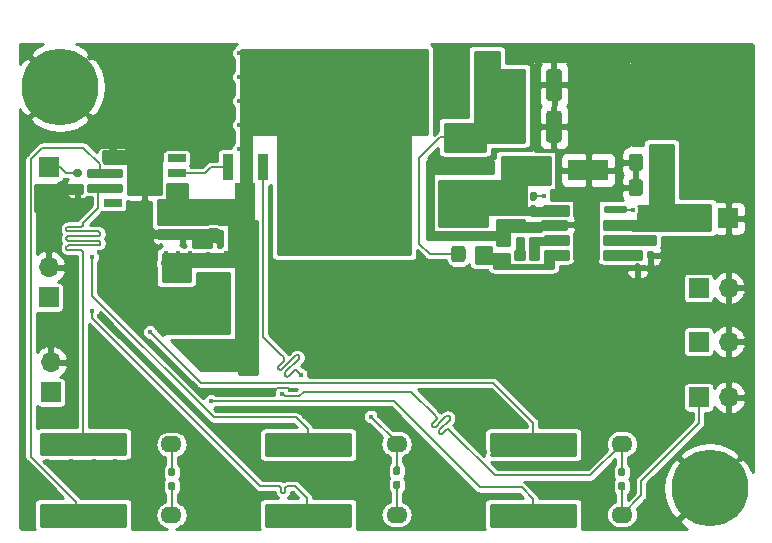
<source format=gbr>
%TF.GenerationSoftware,KiCad,Pcbnew,(5.1.7)-1*%
%TF.CreationDate,2021-07-14T13:30:58-05:00*%
%TF.ProjectId,PwmRgbLaserDriver Rev. B,50776d52-6762-44c6-9173-657244726976,rev?*%
%TF.SameCoordinates,Original*%
%TF.FileFunction,Copper,L4,Bot*%
%TF.FilePolarity,Positive*%
%FSLAX46Y46*%
G04 Gerber Fmt 4.6, Leading zero omitted, Abs format (unit mm)*
G04 Created by KiCad (PCBNEW (5.1.7)-1) date 2021-07-14 13:30:58*
%MOMM*%
%LPD*%
G01*
G04 APERTURE LIST*
%TA.AperFunction,ComponentPad*%
%ADD10O,1.700000X1.700000*%
%TD*%
%TA.AperFunction,ComponentPad*%
%ADD11R,1.700000X1.700000*%
%TD*%
%TA.AperFunction,ComponentPad*%
%ADD12O,1.800000X1.400000*%
%TD*%
%TA.AperFunction,SMDPad,CuDef*%
%ADD13R,0.900000X2.300000*%
%TD*%
%TA.AperFunction,SMDPad,CuDef*%
%ADD14C,0.100000*%
%TD*%
%TA.AperFunction,SMDPad,CuDef*%
%ADD15R,3.400000X2.400000*%
%TD*%
%TA.AperFunction,SMDPad,CuDef*%
%ADD16R,2.290000X2.290000*%
%TD*%
%TA.AperFunction,SMDPad,CuDef*%
%ADD17R,1.525000X0.650000*%
%TD*%
%TA.AperFunction,ComponentPad*%
%ADD18C,6.500000*%
%TD*%
%TA.AperFunction,ComponentPad*%
%ADD19C,0.600000*%
%TD*%
%TA.AperFunction,SMDPad,CuDef*%
%ADD20R,3.500000X1.800000*%
%TD*%
%TA.AperFunction,ViaPad*%
%ADD21C,0.450000*%
%TD*%
%TA.AperFunction,Conductor*%
%ADD22C,0.146812*%
%TD*%
%TA.AperFunction,Conductor*%
%ADD23C,0.762000*%
%TD*%
%TA.AperFunction,Conductor*%
%ADD24C,0.500000*%
%TD*%
%TA.AperFunction,Conductor*%
%ADD25C,0.254000*%
%TD*%
%TA.AperFunction,Conductor*%
%ADD26C,0.100000*%
%TD*%
G04 APERTURE END LIST*
D10*
%TO.P,J6,2*%
%TO.N,GND*%
X210094000Y-46502000D03*
D11*
%TO.P,J6,1*%
%TO.N,BIN*%
X210094000Y-49042000D03*
%TD*%
D10*
%TO.P,J4,2*%
%TO.N,GND*%
X209917000Y-38449000D03*
D11*
%TO.P,J4,1*%
%TO.N,GIN*%
X209917000Y-40989000D03*
%TD*%
D10*
%TO.P,J1,2*%
%TO.N,GND*%
X209931000Y-32512000D03*
D11*
%TO.P,J1,1*%
%TO.N,RIN*%
X209931000Y-29972000D03*
%TD*%
D10*
%TO.P,J7,2*%
%TO.N,GND*%
X267514000Y-49450000D03*
D11*
%TO.P,J7,1*%
%TO.N,BLO*%
X264974000Y-49450000D03*
%TD*%
D10*
%TO.P,J5,2*%
%TO.N,GND*%
X267487000Y-44743000D03*
D11*
%TO.P,J5,1*%
%TO.N,GLO*%
X264947000Y-44743000D03*
%TD*%
D10*
%TO.P,J3,2*%
%TO.N,GND*%
X267487000Y-40198000D03*
D11*
%TO.P,J3,1*%
%TO.N,RLO*%
X264947000Y-40198000D03*
%TD*%
%TO.P,J2,1*%
%TO.N,GND*%
X267462000Y-34290000D03*
D10*
%TO.P,J2,2*%
%TO.N,+15V*%
X264922000Y-34290000D03*
%TD*%
D12*
%TO.P,RV1,6*%
%TO.N,ROA-IN*%
X210324000Y-53425000D03*
%TO.P,RV1,5*%
X215324000Y-53425000D03*
%TO.P,RV1,4*%
%TO.N,RQO*%
X220324000Y-53425000D03*
%TO.P,RV1,3*%
%TO.N,RLO*%
X220324000Y-59425000D03*
%TO.P,RV1,2*%
%TO.N,ROA+IN*%
X215324000Y-59425000D03*
%TO.P,RV1,1*%
X210324000Y-59425000D03*
%TD*%
%TO.P,RV2,6*%
%TO.N,GOA-IN*%
X229377000Y-53399000D03*
%TO.P,RV2,5*%
X234377000Y-53399000D03*
%TO.P,RV2,4*%
%TO.N,GQO*%
X239377000Y-53399000D03*
%TO.P,RV2,3*%
%TO.N,GLO*%
X239377000Y-59399000D03*
%TO.P,RV2,2*%
%TO.N,GOA+IN*%
X234377000Y-59399000D03*
%TO.P,RV2,1*%
X229377000Y-59399000D03*
%TD*%
%TO.P,RV3,6*%
%TO.N,BOA-IN*%
X248456000Y-53398000D03*
%TO.P,RV3,5*%
X253456000Y-53398000D03*
%TO.P,RV3,4*%
%TO.N,BQO*%
X258456000Y-53398000D03*
%TO.P,RV3,3*%
%TO.N,BLO*%
X258456000Y-59398000D03*
%TO.P,RV3,2*%
%TO.N,BOA+IN*%
X253456000Y-59398000D03*
%TO.P,RV3,1*%
X248456000Y-59398000D03*
%TD*%
%TO.P,U1,8*%
%TO.N,PH*%
%TA.AperFunction,SMDPad,CuDef*%
G36*
G01*
X253931000Y-33415000D02*
X253931000Y-33715000D01*
G75*
G02*
X253781000Y-33865000I-150000J0D01*
G01*
X252131000Y-33865000D01*
G75*
G02*
X251981000Y-33715000I0J150000D01*
G01*
X251981000Y-33415000D01*
G75*
G02*
X252131000Y-33265000I150000J0D01*
G01*
X253781000Y-33265000D01*
G75*
G02*
X253931000Y-33415000I0J-150000D01*
G01*
G37*
%TD.AperFunction*%
%TO.P,U1,7*%
%TO.N,GND*%
%TA.AperFunction,SMDPad,CuDef*%
G36*
G01*
X253931000Y-34685000D02*
X253931000Y-34985000D01*
G75*
G02*
X253781000Y-35135000I-150000J0D01*
G01*
X252131000Y-35135000D01*
G75*
G02*
X251981000Y-34985000I0J150000D01*
G01*
X251981000Y-34685000D01*
G75*
G02*
X252131000Y-34535000I150000J0D01*
G01*
X253781000Y-34535000D01*
G75*
G02*
X253931000Y-34685000I0J-150000D01*
G01*
G37*
%TD.AperFunction*%
%TO.P,U1,6*%
%TO.N,COMP*%
%TA.AperFunction,SMDPad,CuDef*%
G36*
G01*
X253931000Y-35955000D02*
X253931000Y-36255000D01*
G75*
G02*
X253781000Y-36405000I-150000J0D01*
G01*
X252131000Y-36405000D01*
G75*
G02*
X251981000Y-36255000I0J150000D01*
G01*
X251981000Y-35955000D01*
G75*
G02*
X252131000Y-35805000I150000J0D01*
G01*
X253781000Y-35805000D01*
G75*
G02*
X253931000Y-35955000I0J-150000D01*
G01*
G37*
%TD.AperFunction*%
%TO.P,U1,5*%
%TO.N,VSENSE*%
%TA.AperFunction,SMDPad,CuDef*%
G36*
G01*
X253931000Y-37225000D02*
X253931000Y-37525000D01*
G75*
G02*
X253781000Y-37675000I-150000J0D01*
G01*
X252131000Y-37675000D01*
G75*
G02*
X251981000Y-37525000I0J150000D01*
G01*
X251981000Y-37225000D01*
G75*
G02*
X252131000Y-37075000I150000J0D01*
G01*
X253781000Y-37075000D01*
G75*
G02*
X253931000Y-37225000I0J-150000D01*
G01*
G37*
%TD.AperFunction*%
%TO.P,U1,4*%
%TO.N,SS*%
%TA.AperFunction,SMDPad,CuDef*%
G36*
G01*
X258881000Y-37225000D02*
X258881000Y-37525000D01*
G75*
G02*
X258731000Y-37675000I-150000J0D01*
G01*
X257081000Y-37675000D01*
G75*
G02*
X256931000Y-37525000I0J150000D01*
G01*
X256931000Y-37225000D01*
G75*
G02*
X257081000Y-37075000I150000J0D01*
G01*
X258731000Y-37075000D01*
G75*
G02*
X258881000Y-37225000I0J-150000D01*
G01*
G37*
%TD.AperFunction*%
%TO.P,U1,3*%
%TO.N,EN*%
%TA.AperFunction,SMDPad,CuDef*%
G36*
G01*
X258881000Y-35955000D02*
X258881000Y-36255000D01*
G75*
G02*
X258731000Y-36405000I-150000J0D01*
G01*
X257081000Y-36405000D01*
G75*
G02*
X256931000Y-36255000I0J150000D01*
G01*
X256931000Y-35955000D01*
G75*
G02*
X257081000Y-35805000I150000J0D01*
G01*
X258731000Y-35805000D01*
G75*
G02*
X258881000Y-35955000I0J-150000D01*
G01*
G37*
%TD.AperFunction*%
%TO.P,U1,2*%
%TO.N,+15V*%
%TA.AperFunction,SMDPad,CuDef*%
G36*
G01*
X258881000Y-34685000D02*
X258881000Y-34985000D01*
G75*
G02*
X258731000Y-35135000I-150000J0D01*
G01*
X257081000Y-35135000D01*
G75*
G02*
X256931000Y-34985000I0J150000D01*
G01*
X256931000Y-34685000D01*
G75*
G02*
X257081000Y-34535000I150000J0D01*
G01*
X258731000Y-34535000D01*
G75*
G02*
X258881000Y-34685000I0J-150000D01*
G01*
G37*
%TD.AperFunction*%
%TO.P,U1,1*%
%TO.N,BOOT*%
%TA.AperFunction,SMDPad,CuDef*%
G36*
G01*
X258881000Y-33415000D02*
X258881000Y-33715000D01*
G75*
G02*
X258731000Y-33865000I-150000J0D01*
G01*
X257081000Y-33865000D01*
G75*
G02*
X256931000Y-33715000I0J150000D01*
G01*
X256931000Y-33415000D01*
G75*
G02*
X257081000Y-33265000I150000J0D01*
G01*
X258731000Y-33265000D01*
G75*
G02*
X258881000Y-33415000I0J-150000D01*
G01*
G37*
%TD.AperFunction*%
%TD*%
%TO.P,R14,2*%
%TO.N,BLO*%
%TA.AperFunction,SMDPad,CuDef*%
G36*
G01*
X258285000Y-56628000D02*
X258605000Y-56628000D01*
G75*
G02*
X258765000Y-56788000I0J-160000D01*
G01*
X258765000Y-57183000D01*
G75*
G02*
X258605000Y-57343000I-160000J0D01*
G01*
X258285000Y-57343000D01*
G75*
G02*
X258125000Y-57183000I0J160000D01*
G01*
X258125000Y-56788000D01*
G75*
G02*
X258285000Y-56628000I160000J0D01*
G01*
G37*
%TD.AperFunction*%
%TO.P,R14,1*%
%TO.N,BQO*%
%TA.AperFunction,SMDPad,CuDef*%
G36*
G01*
X258285000Y-55433000D02*
X258605000Y-55433000D01*
G75*
G02*
X258765000Y-55593000I0J-160000D01*
G01*
X258765000Y-55988000D01*
G75*
G02*
X258605000Y-56148000I-160000J0D01*
G01*
X258285000Y-56148000D01*
G75*
G02*
X258125000Y-55988000I0J160000D01*
G01*
X258125000Y-55593000D01*
G75*
G02*
X258285000Y-55433000I160000J0D01*
G01*
G37*
%TD.AperFunction*%
%TD*%
%TO.P,R11,2*%
%TO.N,GLO*%
%TA.AperFunction,SMDPad,CuDef*%
G36*
G01*
X239235000Y-56501000D02*
X239555000Y-56501000D01*
G75*
G02*
X239715000Y-56661000I0J-160000D01*
G01*
X239715000Y-57056000D01*
G75*
G02*
X239555000Y-57216000I-160000J0D01*
G01*
X239235000Y-57216000D01*
G75*
G02*
X239075000Y-57056000I0J160000D01*
G01*
X239075000Y-56661000D01*
G75*
G02*
X239235000Y-56501000I160000J0D01*
G01*
G37*
%TD.AperFunction*%
%TO.P,R11,1*%
%TO.N,GQO*%
%TA.AperFunction,SMDPad,CuDef*%
G36*
G01*
X239235000Y-55306000D02*
X239555000Y-55306000D01*
G75*
G02*
X239715000Y-55466000I0J-160000D01*
G01*
X239715000Y-55861000D01*
G75*
G02*
X239555000Y-56021000I-160000J0D01*
G01*
X239235000Y-56021000D01*
G75*
G02*
X239075000Y-55861000I0J160000D01*
G01*
X239075000Y-55466000D01*
G75*
G02*
X239235000Y-55306000I160000J0D01*
G01*
G37*
%TD.AperFunction*%
%TD*%
%TO.P,R8,2*%
%TO.N,GND*%
%TA.AperFunction,SMDPad,CuDef*%
G36*
G01*
X248671500Y-36521000D02*
X248196500Y-36521000D01*
G75*
G02*
X247959000Y-36283500I0J237500D01*
G01*
X247959000Y-35783500D01*
G75*
G02*
X248196500Y-35546000I237500J0D01*
G01*
X248671500Y-35546000D01*
G75*
G02*
X248909000Y-35783500I0J-237500D01*
G01*
X248909000Y-36283500D01*
G75*
G02*
X248671500Y-36521000I-237500J0D01*
G01*
G37*
%TD.AperFunction*%
%TO.P,R8,1*%
%TO.N,VSENSE*%
%TA.AperFunction,SMDPad,CuDef*%
G36*
G01*
X248671500Y-38346000D02*
X248196500Y-38346000D01*
G75*
G02*
X247959000Y-38108500I0J237500D01*
G01*
X247959000Y-37608500D01*
G75*
G02*
X248196500Y-37371000I237500J0D01*
G01*
X248671500Y-37371000D01*
G75*
G02*
X248909000Y-37608500I0J-237500D01*
G01*
X248909000Y-38108500D01*
G75*
G02*
X248671500Y-38346000I-237500J0D01*
G01*
G37*
%TD.AperFunction*%
%TD*%
%TO.P,R7,2*%
%TO.N,VSENSE*%
%TA.AperFunction,SMDPad,CuDef*%
G36*
G01*
X246021000Y-37770001D02*
X246021000Y-36869999D01*
G75*
G02*
X246270999Y-36620000I249999J0D01*
G01*
X246971001Y-36620000D01*
G75*
G02*
X247221000Y-36869999I0J-249999D01*
G01*
X247221000Y-37770001D01*
G75*
G02*
X246971001Y-38020000I-249999J0D01*
G01*
X246270999Y-38020000D01*
G75*
G02*
X246021000Y-37770001I0J249999D01*
G01*
G37*
%TD.AperFunction*%
%TO.P,R7,1*%
%TO.N,VO*%
%TA.AperFunction,SMDPad,CuDef*%
G36*
G01*
X244021000Y-37770001D02*
X244021000Y-36869999D01*
G75*
G02*
X244270999Y-36620000I249999J0D01*
G01*
X244971001Y-36620000D01*
G75*
G02*
X245221000Y-36869999I0J-249999D01*
G01*
X245221000Y-37770001D01*
G75*
G02*
X244971001Y-38020000I-249999J0D01*
G01*
X244270999Y-38020000D01*
G75*
G02*
X244021000Y-37770001I0J249999D01*
G01*
G37*
%TD.AperFunction*%
%TD*%
%TO.P,R6,2*%
%TO.N,RLO*%
%TA.AperFunction,SMDPad,CuDef*%
G36*
G01*
X220185000Y-56628000D02*
X220505000Y-56628000D01*
G75*
G02*
X220665000Y-56788000I0J-160000D01*
G01*
X220665000Y-57183000D01*
G75*
G02*
X220505000Y-57343000I-160000J0D01*
G01*
X220185000Y-57343000D01*
G75*
G02*
X220025000Y-57183000I0J160000D01*
G01*
X220025000Y-56788000D01*
G75*
G02*
X220185000Y-56628000I160000J0D01*
G01*
G37*
%TD.AperFunction*%
%TO.P,R6,1*%
%TO.N,RQO*%
%TA.AperFunction,SMDPad,CuDef*%
G36*
G01*
X220185000Y-55433000D02*
X220505000Y-55433000D01*
G75*
G02*
X220665000Y-55593000I0J-160000D01*
G01*
X220665000Y-55988000D01*
G75*
G02*
X220505000Y-56148000I-160000J0D01*
G01*
X220185000Y-56148000D01*
G75*
G02*
X220025000Y-55988000I0J160000D01*
G01*
X220025000Y-55593000D01*
G75*
G02*
X220185000Y-55433000I160000J0D01*
G01*
G37*
%TD.AperFunction*%
%TD*%
%TO.P,R5,2*%
%TO.N,GND*%
%TA.AperFunction,SMDPad,CuDef*%
G36*
G01*
X249962000Y-35453000D02*
X249642000Y-35453000D01*
G75*
G02*
X249482000Y-35293000I0J160000D01*
G01*
X249482000Y-34898000D01*
G75*
G02*
X249642000Y-34738000I160000J0D01*
G01*
X249962000Y-34738000D01*
G75*
G02*
X250122000Y-34898000I0J-160000D01*
G01*
X250122000Y-35293000D01*
G75*
G02*
X249962000Y-35453000I-160000J0D01*
G01*
G37*
%TD.AperFunction*%
%TO.P,R5,1*%
%TO.N,COMP_1*%
%TA.AperFunction,SMDPad,CuDef*%
G36*
G01*
X249962000Y-36648000D02*
X249642000Y-36648000D01*
G75*
G02*
X249482000Y-36488000I0J160000D01*
G01*
X249482000Y-36093000D01*
G75*
G02*
X249642000Y-35933000I160000J0D01*
G01*
X249962000Y-35933000D01*
G75*
G02*
X250122000Y-36093000I0J-160000D01*
G01*
X250122000Y-36488000D01*
G75*
G02*
X249962000Y-36648000I-160000J0D01*
G01*
G37*
%TD.AperFunction*%
%TD*%
%TO.P,R4,2*%
%TO.N,GND*%
%TA.AperFunction,SMDPad,CuDef*%
G36*
G01*
X260713000Y-37052000D02*
X261033000Y-37052000D01*
G75*
G02*
X261193000Y-37212000I0J-160000D01*
G01*
X261193000Y-37607000D01*
G75*
G02*
X261033000Y-37767000I-160000J0D01*
G01*
X260713000Y-37767000D01*
G75*
G02*
X260553000Y-37607000I0J160000D01*
G01*
X260553000Y-37212000D01*
G75*
G02*
X260713000Y-37052000I160000J0D01*
G01*
G37*
%TD.AperFunction*%
%TO.P,R4,1*%
%TO.N,EN*%
%TA.AperFunction,SMDPad,CuDef*%
G36*
G01*
X260713000Y-35857000D02*
X261033000Y-35857000D01*
G75*
G02*
X261193000Y-36017000I0J-160000D01*
G01*
X261193000Y-36412000D01*
G75*
G02*
X261033000Y-36572000I-160000J0D01*
G01*
X260713000Y-36572000D01*
G75*
G02*
X260553000Y-36412000I0J160000D01*
G01*
X260553000Y-36017000D01*
G75*
G02*
X260713000Y-35857000I160000J0D01*
G01*
G37*
%TD.AperFunction*%
%TD*%
%TO.P,R3,2*%
%TO.N,EN*%
%TA.AperFunction,SMDPad,CuDef*%
G36*
G01*
X259616000Y-35810000D02*
X259936000Y-35810000D01*
G75*
G02*
X260096000Y-35970000I0J-160000D01*
G01*
X260096000Y-36365000D01*
G75*
G02*
X259936000Y-36525000I-160000J0D01*
G01*
X259616000Y-36525000D01*
G75*
G02*
X259456000Y-36365000I0J160000D01*
G01*
X259456000Y-35970000D01*
G75*
G02*
X259616000Y-35810000I160000J0D01*
G01*
G37*
%TD.AperFunction*%
%TO.P,R3,1*%
%TO.N,+15V*%
%TA.AperFunction,SMDPad,CuDef*%
G36*
G01*
X259616000Y-34615000D02*
X259936000Y-34615000D01*
G75*
G02*
X260096000Y-34775000I0J-160000D01*
G01*
X260096000Y-35170000D01*
G75*
G02*
X259936000Y-35330000I-160000J0D01*
G01*
X259616000Y-35330000D01*
G75*
G02*
X259456000Y-35170000I0J160000D01*
G01*
X259456000Y-34775000D01*
G75*
G02*
X259616000Y-34615000I160000J0D01*
G01*
G37*
%TD.AperFunction*%
%TD*%
%TO.P,R2,2*%
%TO.N,ROA+IN*%
%TA.AperFunction,SMDPad,CuDef*%
G36*
G01*
X213219000Y-30640000D02*
X213219000Y-30320000D01*
G75*
G02*
X213379000Y-30160000I160000J0D01*
G01*
X213774000Y-30160000D01*
G75*
G02*
X213934000Y-30320000I0J-160000D01*
G01*
X213934000Y-30640000D01*
G75*
G02*
X213774000Y-30800000I-160000J0D01*
G01*
X213379000Y-30800000D01*
G75*
G02*
X213219000Y-30640000I0J160000D01*
G01*
G37*
%TD.AperFunction*%
%TO.P,R2,1*%
%TO.N,RIN*%
%TA.AperFunction,SMDPad,CuDef*%
G36*
G01*
X212024000Y-30640000D02*
X212024000Y-30320000D01*
G75*
G02*
X212184000Y-30160000I160000J0D01*
G01*
X212579000Y-30160000D01*
G75*
G02*
X212739000Y-30320000I0J-160000D01*
G01*
X212739000Y-30640000D01*
G75*
G02*
X212579000Y-30800000I-160000J0D01*
G01*
X212184000Y-30800000D01*
G75*
G02*
X212024000Y-30640000I0J160000D01*
G01*
G37*
%TD.AperFunction*%
%TD*%
%TO.P,R1,2*%
%TO.N,ROA-IN*%
%TA.AperFunction,SMDPad,CuDef*%
G36*
G01*
X213219000Y-31910000D02*
X213219000Y-31590000D01*
G75*
G02*
X213379000Y-31430000I160000J0D01*
G01*
X213774000Y-31430000D01*
G75*
G02*
X213934000Y-31590000I0J-160000D01*
G01*
X213934000Y-31910000D01*
G75*
G02*
X213774000Y-32070000I-160000J0D01*
G01*
X213379000Y-32070000D01*
G75*
G02*
X213219000Y-31910000I0J160000D01*
G01*
G37*
%TD.AperFunction*%
%TO.P,R1,1*%
%TO.N,GND*%
%TA.AperFunction,SMDPad,CuDef*%
G36*
G01*
X212024000Y-31910000D02*
X212024000Y-31590000D01*
G75*
G02*
X212184000Y-31430000I160000J0D01*
G01*
X212579000Y-31430000D01*
G75*
G02*
X212739000Y-31590000I0J-160000D01*
G01*
X212739000Y-31910000D01*
G75*
G02*
X212579000Y-32070000I-160000J0D01*
G01*
X212184000Y-32070000D01*
G75*
G02*
X212024000Y-31910000I0J160000D01*
G01*
G37*
%TD.AperFunction*%
%TD*%
D13*
%TO.P,Q1,1*%
%TO.N,ROAO*%
X225068000Y-29981000D03*
%TO.P,Q1,3*%
%TO.N,RQO*%
X228068000Y-29981000D03*
%TA.AperFunction,SMDPad,CuDef*%
D14*
%TO.P,Q1,2*%
%TO.N,+9V*%
G36*
X225701500Y-35431000D02*
G01*
X225701500Y-31306000D01*
X226118000Y-31306000D01*
X226118000Y-28831000D01*
X227018000Y-28831000D01*
X227018000Y-31306000D01*
X227434500Y-31306000D01*
X227434500Y-35431000D01*
X225701500Y-35431000D01*
G37*
%TD.AperFunction*%
%TD*%
D15*
%TO.P,L1,2*%
%TO.N,VO*%
X245164000Y-27429000D03*
%TO.P,L1,1*%
%TO.N,PH*%
X245164000Y-33529000D03*
%TD*%
D16*
%TO.P,IC1,9*%
%TO.N,GND*%
X218059000Y-31115000D03*
D17*
%TO.P,IC1,8*%
%TO.N,+9V*%
X220771000Y-33020000D03*
%TO.P,IC1,7*%
X220771000Y-31750000D03*
%TO.P,IC1,6*%
%TO.N,ROAO*%
X220771000Y-30480000D03*
%TO.P,IC1,5*%
%TO.N,Net-(IC1-Pad5)*%
X220771000Y-29210000D03*
%TO.P,IC1,4*%
%TO.N,GND*%
X215347000Y-29210000D03*
%TO.P,IC1,3*%
%TO.N,ROA+IN*%
X215347000Y-30480000D03*
%TO.P,IC1,2*%
%TO.N,ROA-IN*%
X215347000Y-31750000D03*
%TO.P,IC1,1*%
%TO.N,ROAO*%
X215347000Y-33020000D03*
%TD*%
D18*
%TO.P,H2,1*%
%TO.N,GND*%
X265879000Y-57172000D03*
D19*
X265902000Y-54651000D03*
X265902000Y-59803000D03*
X263264000Y-57195000D03*
X268478000Y-57211000D03*
X268307000Y-56212000D03*
X266964000Y-59475000D03*
X263529000Y-58179000D03*
X264872000Y-54885000D03*
X264045000Y-55369000D03*
X264091000Y-58944000D03*
X267838000Y-58803000D03*
X267854000Y-55416000D03*
X267011000Y-54838000D03*
X268260000Y-58085000D03*
X264950000Y-59537000D03*
X263467000Y-56212000D03*
%TD*%
%TO.P,H1,1*%
%TO.N,GND*%
X208467000Y-22212000D03*
X209950000Y-25537000D03*
X213260000Y-24085000D03*
X212011000Y-20838000D03*
X212854000Y-21416000D03*
X212838000Y-24803000D03*
X209091000Y-24944000D03*
X209045000Y-21369000D03*
X209872000Y-20885000D03*
X208529000Y-24179000D03*
X211964000Y-25475000D03*
X213307000Y-22212000D03*
X213478000Y-23211000D03*
X208264000Y-23195000D03*
X210902000Y-25803000D03*
X210902000Y-20651000D03*
D18*
X210879000Y-23172000D03*
%TD*%
%TO.P,F1,2*%
%TO.N,VO*%
%TA.AperFunction,SMDPad,CuDef*%
G36*
G01*
X245946000Y-25370000D02*
X245946000Y-20420000D01*
G75*
G02*
X246196000Y-20170000I250000J0D01*
G01*
X247796000Y-20170000D01*
G75*
G02*
X248046000Y-20420000I0J-250000D01*
G01*
X248046000Y-25370000D01*
G75*
G02*
X247796000Y-25620000I-250000J0D01*
G01*
X246196000Y-25620000D01*
G75*
G02*
X245946000Y-25370000I0J250000D01*
G01*
G37*
%TD.AperFunction*%
%TO.P,F1,1*%
%TO.N,+9V*%
%TA.AperFunction,SMDPad,CuDef*%
G36*
G01*
X238996000Y-25370000D02*
X238996000Y-20420000D01*
G75*
G02*
X239246000Y-20170000I250000J0D01*
G01*
X240846000Y-20170000D01*
G75*
G02*
X241096000Y-20420000I0J-250000D01*
G01*
X241096000Y-25370000D01*
G75*
G02*
X240846000Y-25620000I-250000J0D01*
G01*
X239246000Y-25620000D01*
G75*
G02*
X238996000Y-25370000I0J250000D01*
G01*
G37*
%TD.AperFunction*%
%TD*%
D20*
%TO.P,D1,2*%
%TO.N,GND*%
X255607000Y-30212000D03*
%TO.P,D1,1*%
%TO.N,PH*%
X250607000Y-30212000D03*
%TD*%
%TO.P,C11,2*%
%TO.N,GND*%
%TA.AperFunction,SMDPad,CuDef*%
G36*
G01*
X252049101Y-24103742D02*
X252049101Y-21903740D01*
G75*
G02*
X252299100Y-21653741I249999J0D01*
G01*
X253124102Y-21653741D01*
G75*
G02*
X253374101Y-21903740I0J-249999D01*
G01*
X253374101Y-24103742D01*
G75*
G02*
X253124102Y-24353741I-249999J0D01*
G01*
X252299100Y-24353741D01*
G75*
G02*
X252049101Y-24103742I0J249999D01*
G01*
G37*
%TD.AperFunction*%
%TO.P,C11,1*%
%TO.N,VO*%
%TA.AperFunction,SMDPad,CuDef*%
G36*
G01*
X248924101Y-24103742D02*
X248924101Y-21903740D01*
G75*
G02*
X249174100Y-21653741I249999J0D01*
G01*
X249999102Y-21653741D01*
G75*
G02*
X250249101Y-21903740I0J-249999D01*
G01*
X250249101Y-24103742D01*
G75*
G02*
X249999102Y-24353741I-249999J0D01*
G01*
X249174100Y-24353741D01*
G75*
G02*
X248924101Y-24103742I0J249999D01*
G01*
G37*
%TD.AperFunction*%
%TD*%
%TO.P,C10,2*%
%TO.N,GND*%
%TA.AperFunction,SMDPad,CuDef*%
G36*
G01*
X252045500Y-27642001D02*
X252045500Y-25441999D01*
G75*
G02*
X252295499Y-25192000I249999J0D01*
G01*
X253120501Y-25192000D01*
G75*
G02*
X253370500Y-25441999I0J-249999D01*
G01*
X253370500Y-27642001D01*
G75*
G02*
X253120501Y-27892000I-249999J0D01*
G01*
X252295499Y-27892000D01*
G75*
G02*
X252045500Y-27642001I0J249999D01*
G01*
G37*
%TD.AperFunction*%
%TO.P,C10,1*%
%TO.N,VO*%
%TA.AperFunction,SMDPad,CuDef*%
G36*
G01*
X248920500Y-27642001D02*
X248920500Y-25441999D01*
G75*
G02*
X249170499Y-25192000I249999J0D01*
G01*
X249995501Y-25192000D01*
G75*
G02*
X250245500Y-25441999I0J-249999D01*
G01*
X250245500Y-27642001D01*
G75*
G02*
X249995501Y-27892000I-249999J0D01*
G01*
X249170499Y-27892000D01*
G75*
G02*
X248920500Y-27642001I0J249999D01*
G01*
G37*
%TD.AperFunction*%
%TD*%
%TO.P,C9,2*%
%TO.N,GND*%
%TA.AperFunction,SMDPad,CuDef*%
G36*
G01*
X219428000Y-35252000D02*
X219738000Y-35252000D01*
G75*
G02*
X219893000Y-35407000I0J-155000D01*
G01*
X219893000Y-35832000D01*
G75*
G02*
X219738000Y-35987000I-155000J0D01*
G01*
X219428000Y-35987000D01*
G75*
G02*
X219273000Y-35832000I0J155000D01*
G01*
X219273000Y-35407000D01*
G75*
G02*
X219428000Y-35252000I155000J0D01*
G01*
G37*
%TD.AperFunction*%
%TO.P,C9,1*%
%TO.N,+9V*%
%TA.AperFunction,SMDPad,CuDef*%
G36*
G01*
X219428000Y-34117000D02*
X219738000Y-34117000D01*
G75*
G02*
X219893000Y-34272000I0J-155000D01*
G01*
X219893000Y-34697000D01*
G75*
G02*
X219738000Y-34852000I-155000J0D01*
G01*
X219428000Y-34852000D01*
G75*
G02*
X219273000Y-34697000I0J155000D01*
G01*
X219273000Y-34272000D01*
G75*
G02*
X219428000Y-34117000I155000J0D01*
G01*
G37*
%TD.AperFunction*%
%TD*%
%TO.P,C8,2*%
%TO.N,GND*%
%TA.AperFunction,SMDPad,CuDef*%
G36*
G01*
X221079000Y-35252000D02*
X221389000Y-35252000D01*
G75*
G02*
X221544000Y-35407000I0J-155000D01*
G01*
X221544000Y-35832000D01*
G75*
G02*
X221389000Y-35987000I-155000J0D01*
G01*
X221079000Y-35987000D01*
G75*
G02*
X220924000Y-35832000I0J155000D01*
G01*
X220924000Y-35407000D01*
G75*
G02*
X221079000Y-35252000I155000J0D01*
G01*
G37*
%TD.AperFunction*%
%TO.P,C8,1*%
%TO.N,+9V*%
%TA.AperFunction,SMDPad,CuDef*%
G36*
G01*
X221079000Y-34117000D02*
X221389000Y-34117000D01*
G75*
G02*
X221544000Y-34272000I0J-155000D01*
G01*
X221544000Y-34697000D01*
G75*
G02*
X221389000Y-34852000I-155000J0D01*
G01*
X221079000Y-34852000D01*
G75*
G02*
X220924000Y-34697000I0J155000D01*
G01*
X220924000Y-34272000D01*
G75*
G02*
X221079000Y-34117000I155000J0D01*
G01*
G37*
%TD.AperFunction*%
%TD*%
%TO.P,C7,2*%
%TO.N,COMP_1*%
%TA.AperFunction,SMDPad,CuDef*%
G36*
G01*
X250220000Y-37235000D02*
X250220000Y-37545000D01*
G75*
G02*
X250065000Y-37700000I-155000J0D01*
G01*
X249640000Y-37700000D01*
G75*
G02*
X249485000Y-37545000I0J155000D01*
G01*
X249485000Y-37235000D01*
G75*
G02*
X249640000Y-37080000I155000J0D01*
G01*
X250065000Y-37080000D01*
G75*
G02*
X250220000Y-37235000I0J-155000D01*
G01*
G37*
%TD.AperFunction*%
%TO.P,C7,1*%
%TO.N,COMP*%
%TA.AperFunction,SMDPad,CuDef*%
G36*
G01*
X251355000Y-37235000D02*
X251355000Y-37545000D01*
G75*
G02*
X251200000Y-37700000I-155000J0D01*
G01*
X250775000Y-37700000D01*
G75*
G02*
X250620000Y-37545000I0J155000D01*
G01*
X250620000Y-37235000D01*
G75*
G02*
X250775000Y-37080000I155000J0D01*
G01*
X251200000Y-37080000D01*
G75*
G02*
X251355000Y-37235000I0J-155000D01*
G01*
G37*
%TD.AperFunction*%
%TD*%
%TO.P,C6,2*%
%TO.N,GND*%
%TA.AperFunction,SMDPad,CuDef*%
G36*
G01*
X222410000Y-35523500D02*
X223360000Y-35523500D01*
G75*
G02*
X223610000Y-35773500I0J-250000D01*
G01*
X223610000Y-36448500D01*
G75*
G02*
X223360000Y-36698500I-250000J0D01*
G01*
X222410000Y-36698500D01*
G75*
G02*
X222160000Y-36448500I0J250000D01*
G01*
X222160000Y-35773500D01*
G75*
G02*
X222410000Y-35523500I250000J0D01*
G01*
G37*
%TD.AperFunction*%
%TO.P,C6,1*%
%TO.N,+9V*%
%TA.AperFunction,SMDPad,CuDef*%
G36*
G01*
X222410000Y-33448500D02*
X223360000Y-33448500D01*
G75*
G02*
X223610000Y-33698500I0J-250000D01*
G01*
X223610000Y-34373500D01*
G75*
G02*
X223360000Y-34623500I-250000J0D01*
G01*
X222410000Y-34623500D01*
G75*
G02*
X222160000Y-34373500I0J250000D01*
G01*
X222160000Y-33698500D01*
G75*
G02*
X222410000Y-33448500I250000J0D01*
G01*
G37*
%TD.AperFunction*%
%TD*%
%TO.P,C5,2*%
%TO.N,PH*%
%TA.AperFunction,SMDPad,CuDef*%
G36*
G01*
X250809000Y-33211000D02*
X251119000Y-33211000D01*
G75*
G02*
X251274000Y-33366000I0J-155000D01*
G01*
X251274000Y-33791000D01*
G75*
G02*
X251119000Y-33946000I-155000J0D01*
G01*
X250809000Y-33946000D01*
G75*
G02*
X250654000Y-33791000I0J155000D01*
G01*
X250654000Y-33366000D01*
G75*
G02*
X250809000Y-33211000I155000J0D01*
G01*
G37*
%TD.AperFunction*%
%TO.P,C5,1*%
%TO.N,BOOT*%
%TA.AperFunction,SMDPad,CuDef*%
G36*
G01*
X250809000Y-32076000D02*
X251119000Y-32076000D01*
G75*
G02*
X251274000Y-32231000I0J-155000D01*
G01*
X251274000Y-32656000D01*
G75*
G02*
X251119000Y-32811000I-155000J0D01*
G01*
X250809000Y-32811000D01*
G75*
G02*
X250654000Y-32656000I0J155000D01*
G01*
X250654000Y-32231000D01*
G75*
G02*
X250809000Y-32076000I155000J0D01*
G01*
G37*
%TD.AperFunction*%
%TD*%
%TO.P,C4,2*%
%TO.N,GND*%
%TA.AperFunction,SMDPad,CuDef*%
G36*
G01*
X251189000Y-35511000D02*
X250879000Y-35511000D01*
G75*
G02*
X250724000Y-35356000I0J155000D01*
G01*
X250724000Y-34931000D01*
G75*
G02*
X250879000Y-34776000I155000J0D01*
G01*
X251189000Y-34776000D01*
G75*
G02*
X251344000Y-34931000I0J-155000D01*
G01*
X251344000Y-35356000D01*
G75*
G02*
X251189000Y-35511000I-155000J0D01*
G01*
G37*
%TD.AperFunction*%
%TO.P,C4,1*%
%TO.N,COMP*%
%TA.AperFunction,SMDPad,CuDef*%
G36*
G01*
X251189000Y-36646000D02*
X250879000Y-36646000D01*
G75*
G02*
X250724000Y-36491000I0J155000D01*
G01*
X250724000Y-36066000D01*
G75*
G02*
X250879000Y-35911000I155000J0D01*
G01*
X251189000Y-35911000D01*
G75*
G02*
X251344000Y-36066000I0J-155000D01*
G01*
X251344000Y-36491000D01*
G75*
G02*
X251189000Y-36646000I-155000J0D01*
G01*
G37*
%TD.AperFunction*%
%TD*%
%TO.P,C3,2*%
%TO.N,GND*%
%TA.AperFunction,SMDPad,CuDef*%
G36*
G01*
X259629000Y-38119500D02*
X259939000Y-38119500D01*
G75*
G02*
X260094000Y-38274500I0J-155000D01*
G01*
X260094000Y-38699500D01*
G75*
G02*
X259939000Y-38854500I-155000J0D01*
G01*
X259629000Y-38854500D01*
G75*
G02*
X259474000Y-38699500I0J155000D01*
G01*
X259474000Y-38274500D01*
G75*
G02*
X259629000Y-38119500I155000J0D01*
G01*
G37*
%TD.AperFunction*%
%TO.P,C3,1*%
%TO.N,SS*%
%TA.AperFunction,SMDPad,CuDef*%
G36*
G01*
X259629000Y-36984500D02*
X259939000Y-36984500D01*
G75*
G02*
X260094000Y-37139500I0J-155000D01*
G01*
X260094000Y-37564500D01*
G75*
G02*
X259939000Y-37719500I-155000J0D01*
G01*
X259629000Y-37719500D01*
G75*
G02*
X259474000Y-37564500I0J155000D01*
G01*
X259474000Y-37139500D01*
G75*
G02*
X259629000Y-36984500I155000J0D01*
G01*
G37*
%TD.AperFunction*%
%TD*%
%TO.P,C2,2*%
%TO.N,GND*%
%TA.AperFunction,SMDPad,CuDef*%
G36*
G01*
X260229000Y-31218000D02*
X260229000Y-32168000D01*
G75*
G02*
X259979000Y-32418000I-250000J0D01*
G01*
X259304000Y-32418000D01*
G75*
G02*
X259054000Y-32168000I0J250000D01*
G01*
X259054000Y-31218000D01*
G75*
G02*
X259304000Y-30968000I250000J0D01*
G01*
X259979000Y-30968000D01*
G75*
G02*
X260229000Y-31218000I0J-250000D01*
G01*
G37*
%TD.AperFunction*%
%TO.P,C2,1*%
%TO.N,+15V*%
%TA.AperFunction,SMDPad,CuDef*%
G36*
G01*
X262304000Y-31218000D02*
X262304000Y-32168000D01*
G75*
G02*
X262054000Y-32418000I-250000J0D01*
G01*
X261379000Y-32418000D01*
G75*
G02*
X261129000Y-32168000I0J250000D01*
G01*
X261129000Y-31218000D01*
G75*
G02*
X261379000Y-30968000I250000J0D01*
G01*
X262054000Y-30968000D01*
G75*
G02*
X262304000Y-31218000I0J-250000D01*
G01*
G37*
%TD.AperFunction*%
%TD*%
%TO.P,C1,2*%
%TO.N,GND*%
%TA.AperFunction,SMDPad,CuDef*%
G36*
G01*
X260228000Y-29079000D02*
X260228000Y-30029000D01*
G75*
G02*
X259978000Y-30279000I-250000J0D01*
G01*
X259303000Y-30279000D01*
G75*
G02*
X259053000Y-30029000I0J250000D01*
G01*
X259053000Y-29079000D01*
G75*
G02*
X259303000Y-28829000I250000J0D01*
G01*
X259978000Y-28829000D01*
G75*
G02*
X260228000Y-29079000I0J-250000D01*
G01*
G37*
%TD.AperFunction*%
%TO.P,C1,1*%
%TO.N,+15V*%
%TA.AperFunction,SMDPad,CuDef*%
G36*
G01*
X262303000Y-29079000D02*
X262303000Y-30029000D01*
G75*
G02*
X262053000Y-30279000I-250000J0D01*
G01*
X261378000Y-30279000D01*
G75*
G02*
X261128000Y-30029000I0J250000D01*
G01*
X261128000Y-29079000D01*
G75*
G02*
X261378000Y-28829000I250000J0D01*
G01*
X262053000Y-28829000D01*
G75*
G02*
X262303000Y-29079000I0J-250000D01*
G01*
G37*
%TD.AperFunction*%
%TD*%
D21*
%TO.N,GND*%
X220396000Y-35559000D03*
X218769000Y-35504000D03*
X224087000Y-35434000D03*
X214207000Y-37132000D03*
X214148000Y-42561000D03*
X224230000Y-50360000D03*
X219111000Y-43548000D03*
X232005000Y-47547000D03*
X237906000Y-51071000D03*
X230344000Y-48826000D03*
X219650000Y-42904000D03*
X220704000Y-42839000D03*
X221709000Y-42734000D03*
X222293000Y-42053000D03*
X223501000Y-42069000D03*
X224458000Y-42783000D03*
X254508000Y-37592000D03*
X256286000Y-37592000D03*
X255397000Y-37592000D03*
X254508000Y-36703000D03*
X254508000Y-35814000D03*
X255397000Y-36703000D03*
X256286000Y-36703000D03*
X256286000Y-35814000D03*
X255397000Y-35814000D03*
X255397000Y-34925000D03*
X256286000Y-34925000D03*
X256286000Y-34036000D03*
X255397000Y-34036000D03*
X255397000Y-33147000D03*
X256286000Y-33147000D03*
X254508000Y-33147000D03*
X255524000Y-26670000D03*
X256540000Y-27559000D03*
X254508000Y-27559000D03*
X254508000Y-25781000D03*
X255524000Y-24892000D03*
X254508000Y-23876000D03*
X255524000Y-22987000D03*
X254508000Y-22098000D03*
X256540000Y-25781000D03*
X256540000Y-23876000D03*
X257556000Y-22987000D03*
X258572000Y-23876000D03*
X256540000Y-22098000D03*
X258572000Y-22098000D03*
X243840000Y-29972000D03*
X244602000Y-29972000D03*
X245364000Y-29972000D03*
X246126000Y-29972000D03*
X246888000Y-29972000D03*
X243078000Y-29972000D03*
X244983000Y-35687000D03*
X245745000Y-35687000D03*
X246507000Y-35687000D03*
X244221000Y-35687000D03*
X247269000Y-35687000D03*
X243459000Y-35687000D03*
X242697000Y-35687000D03*
X257556000Y-24892000D03*
X258572000Y-25781000D03*
X257556000Y-26670000D03*
X258572000Y-27559000D03*
X259588000Y-24892000D03*
X260604000Y-25781000D03*
X259588000Y-26670000D03*
X260604000Y-23876000D03*
X260604000Y-22098000D03*
X259588000Y-22987000D03*
X261620000Y-24892000D03*
X261620000Y-26670000D03*
X262636000Y-25781000D03*
X264668000Y-25781000D03*
X263652000Y-26670000D03*
X263652000Y-24892000D03*
X266700000Y-25781000D03*
X265684000Y-24892000D03*
X265684000Y-26670000D03*
X268732000Y-25781000D03*
X267716000Y-24892000D03*
X267716000Y-26670000D03*
X262636000Y-22098000D03*
X262636000Y-23876000D03*
X261620000Y-22987000D03*
X264668000Y-23876000D03*
X263652000Y-22987000D03*
X264668000Y-22098000D03*
X266700000Y-23876000D03*
X266700000Y-22098000D03*
X265684000Y-22987000D03*
X268732000Y-22098000D03*
X267716000Y-22987000D03*
X268732000Y-23876000D03*
X268732000Y-27686000D03*
X268732000Y-29464000D03*
X267716000Y-28575000D03*
X266700000Y-27686000D03*
X265684000Y-28575000D03*
X264668000Y-29464000D03*
X264668000Y-27686000D03*
X266700000Y-29464000D03*
X265684000Y-30480000D03*
X268732000Y-31369000D03*
X267716000Y-32258000D03*
X266700000Y-31369000D03*
X265684000Y-32258000D03*
X267716000Y-30480000D03*
X264668000Y-31369000D03*
X265684000Y-21082000D03*
X267716000Y-21082000D03*
X268732000Y-20066000D03*
X266700000Y-20066000D03*
X262636000Y-20066000D03*
X264668000Y-20066000D03*
X261620000Y-21082000D03*
X263652000Y-21082000D03*
X258572000Y-20066000D03*
X259588000Y-21082000D03*
X257556000Y-21082000D03*
X260604000Y-20066000D03*
X255524000Y-21082000D03*
X256540000Y-20066000D03*
X254508000Y-20066000D03*
X252476000Y-20066000D03*
X250444000Y-20066000D03*
X263652000Y-28575000D03*
X263652000Y-30480000D03*
X263652000Y-32258000D03*
X256540000Y-24892000D03*
X256540000Y-22987000D03*
X256540000Y-21082000D03*
X251460000Y-20066000D03*
X253492000Y-20066000D03*
X255524000Y-20066000D03*
X255524000Y-22098000D03*
X255524000Y-23876000D03*
X256540000Y-26670000D03*
X255524000Y-27559000D03*
X255524000Y-25781000D03*
X254508000Y-26670000D03*
X254508000Y-24892000D03*
X254508000Y-22987000D03*
X254508000Y-21082000D03*
X239813000Y-40114000D03*
X240702000Y-39098000D03*
X239813000Y-38082000D03*
X229399000Y-40114000D03*
X230288000Y-39098000D03*
X229399000Y-38082000D03*
X231431000Y-40114000D03*
X232320000Y-39098000D03*
X231431000Y-38082000D03*
X233463000Y-40114000D03*
X234352000Y-39098000D03*
X233463000Y-38082000D03*
X236384000Y-39098000D03*
X235495000Y-40114000D03*
X235495000Y-38082000D03*
X237781000Y-40114000D03*
X238670000Y-39098000D03*
X237781000Y-38082000D03*
X241591000Y-40114000D03*
X242480000Y-39098000D03*
X241591000Y-38082000D03*
X243623000Y-40114000D03*
X244512000Y-39098000D03*
X243332000Y-38082000D03*
X245401000Y-40114000D03*
X247433000Y-40114000D03*
X248322000Y-39352000D03*
X246290000Y-39098000D03*
X249465000Y-40114000D03*
X251497000Y-40114000D03*
X252386000Y-39352000D03*
X250354000Y-39352000D03*
X255561000Y-40114000D03*
X253529000Y-40114000D03*
X254418000Y-39098000D03*
X256450000Y-39098000D03*
X229399000Y-42164000D03*
X230378000Y-41148000D03*
X232410000Y-41148000D03*
X234442000Y-41148000D03*
X231394000Y-42164000D03*
X235458000Y-42164000D03*
X233426000Y-42164000D03*
X236474000Y-41148000D03*
X237490000Y-42164000D03*
X238506000Y-41148000D03*
X240538000Y-41148000D03*
X239522000Y-42164000D03*
X241554000Y-42164000D03*
X242570000Y-41148000D03*
X243586000Y-42164000D03*
X244602000Y-41148000D03*
X246634000Y-41148000D03*
X245618000Y-42164000D03*
X247650000Y-42164000D03*
X248666000Y-41148000D03*
X249682000Y-42164000D03*
X252730000Y-41148000D03*
X250698000Y-41148000D03*
X251714000Y-42164000D03*
X253746000Y-42164000D03*
X254762000Y-41148000D03*
X255778000Y-42164000D03*
X258826000Y-41148000D03*
X256794000Y-41148000D03*
X257810000Y-42164000D03*
X259842000Y-42164000D03*
X260858000Y-41148000D03*
X261874000Y-42164000D03*
X260858000Y-43180000D03*
X258826000Y-43180000D03*
X257810000Y-44196000D03*
X259842000Y-44196000D03*
X256794000Y-43180000D03*
X255778000Y-44196000D03*
X252730000Y-43180000D03*
X254762000Y-43180000D03*
X253746000Y-44196000D03*
X251714000Y-44196000D03*
X250698000Y-43180000D03*
X249682000Y-44196000D03*
X248666000Y-43180000D03*
X246634000Y-43180000D03*
X245618000Y-44196000D03*
X247650000Y-44196000D03*
X244602000Y-43180000D03*
X243586000Y-44196000D03*
X242570000Y-43180000D03*
X240538000Y-43180000D03*
X241554000Y-44196000D03*
X239522000Y-44196000D03*
X238506000Y-43180000D03*
X237490000Y-44196000D03*
X236474000Y-43180000D03*
X234442000Y-43180000D03*
X233426000Y-44196000D03*
X235458000Y-44196000D03*
X232410000Y-43180000D03*
X236474000Y-45212000D03*
X234442000Y-47244000D03*
X234442000Y-45212000D03*
X236474000Y-47244000D03*
X235458000Y-46228000D03*
X233426000Y-46228000D03*
X238506000Y-45212000D03*
X238506000Y-47244000D03*
X240538000Y-45212000D03*
X239522000Y-46228000D03*
X240538000Y-47244000D03*
X242570000Y-47244000D03*
X244602000Y-47244000D03*
X243586000Y-46228000D03*
X244602000Y-45212000D03*
X242570000Y-45212000D03*
X246634000Y-45212000D03*
X246634000Y-47244000D03*
X247650000Y-46228000D03*
X248666000Y-47244000D03*
X248666000Y-45212000D03*
X246634000Y-47244000D03*
X246634000Y-45212000D03*
X248666000Y-47244000D03*
X248666000Y-45212000D03*
X247650000Y-46228000D03*
X250698000Y-45212000D03*
X252730000Y-47244000D03*
X252730000Y-45212000D03*
X250698000Y-47244000D03*
X251714000Y-46228000D03*
X257048000Y-47244000D03*
X257048000Y-45212000D03*
X256032000Y-46228000D03*
X255016000Y-45212000D03*
X255016000Y-47244000D03*
X257810000Y-46228000D03*
X258826000Y-45212000D03*
X249682000Y-46228000D03*
X253746000Y-46228000D03*
X245618000Y-46228000D03*
X241554000Y-46228000D03*
X237490000Y-46228000D03*
X213614000Y-19812000D03*
X215646000Y-19812000D03*
X217678000Y-19812000D03*
X216662000Y-20828000D03*
X214630000Y-20828000D03*
X218694000Y-20828000D03*
X219710000Y-19812000D03*
X221742000Y-19812000D03*
X222758000Y-20828000D03*
X220726000Y-20828000D03*
X221742000Y-21844000D03*
X223774000Y-21844000D03*
X220726000Y-22860000D03*
X222758000Y-22860000D03*
X215646000Y-21844000D03*
X217678000Y-21844000D03*
X219710000Y-21844000D03*
X216662000Y-22860000D03*
X218694000Y-22860000D03*
X223774000Y-19812000D03*
X224790000Y-20828000D03*
X224790000Y-22860000D03*
X223774000Y-24130000D03*
X221742000Y-24130000D03*
X219710000Y-24130000D03*
X217678000Y-24130000D03*
X216662000Y-25146000D03*
X214630000Y-25146000D03*
X218694000Y-25146000D03*
X215646000Y-26162000D03*
X213614000Y-26162000D03*
X217678000Y-26162000D03*
X221742000Y-26162000D03*
X219710000Y-26162000D03*
X220726000Y-25146000D03*
X222758000Y-25146000D03*
X220726000Y-27178000D03*
X224790000Y-27178000D03*
X222758000Y-27178000D03*
X218694000Y-27178000D03*
X216662000Y-27178000D03*
X212598000Y-27178000D03*
X214630000Y-27178000D03*
X210566000Y-27178000D03*
X217170000Y-28702000D03*
X218186000Y-28702000D03*
X219202000Y-28702000D03*
X218186000Y-29718000D03*
X217170000Y-29718000D03*
X219202000Y-29718000D03*
X219202000Y-30734000D03*
X218186000Y-30734000D03*
X217170000Y-30734000D03*
X219202000Y-31750000D03*
X218186000Y-31750000D03*
X217170000Y-31750000D03*
X223774000Y-26162000D03*
X224790000Y-25146000D03*
X221742000Y-28194000D03*
X223774000Y-28194000D03*
X222758000Y-29210000D03*
X215646000Y-24130000D03*
X208534000Y-27178000D03*
X219031000Y-39930000D03*
X218015000Y-38914000D03*
X216999000Y-38914000D03*
X219031000Y-38914000D03*
X218015000Y-39930000D03*
X216999000Y-39930000D03*
X219031000Y-40946000D03*
X218015000Y-40946000D03*
X216999000Y-40946000D03*
X214979000Y-35353000D03*
X215995000Y-34337000D03*
X215995000Y-36369000D03*
X218074000Y-34337000D03*
X218074000Y-36369000D03*
X217058000Y-35353000D03*
X236387000Y-55593000D03*
X238419000Y-55593000D03*
X237403000Y-54577000D03*
X237403000Y-56609000D03*
X236387000Y-57625000D03*
X235371000Y-56609000D03*
X234355000Y-57625000D03*
X238506000Y-57625000D03*
X237490000Y-58674000D03*
X236474000Y-59944000D03*
X237998000Y-59944000D03*
X225385000Y-53119000D03*
X226401000Y-54135000D03*
X227417000Y-53119000D03*
X259842000Y-40132000D03*
X257810000Y-40132000D03*
X257810000Y-38608000D03*
X261874000Y-40132000D03*
X260858000Y-39116000D03*
X262890000Y-39116000D03*
X262890000Y-41148000D03*
X261874000Y-38100000D03*
X263906000Y-38100000D03*
X262890000Y-37084000D03*
X264922000Y-37084000D03*
X263906000Y-36068000D03*
X265684000Y-38100000D03*
X266954000Y-37084000D03*
X268478000Y-36068000D03*
X268351000Y-38100000D03*
X268986000Y-37338000D03*
X245618000Y-51562000D03*
X244602000Y-50546000D03*
X246380000Y-50546000D03*
X249174000Y-51562000D03*
X247396000Y-51562000D03*
X248158000Y-50546000D03*
X246634000Y-52324000D03*
X246888000Y-54102000D03*
X245618000Y-52832000D03*
X243586000Y-59944000D03*
X242570000Y-58928000D03*
X241808000Y-59944000D03*
X244094000Y-57150000D03*
X245110000Y-58166000D03*
X243332000Y-58166000D03*
X244094000Y-58928000D03*
X246126000Y-59182000D03*
X245110000Y-59944000D03*
X246634000Y-60198000D03*
X246634000Y-57912000D03*
X247904000Y-57912000D03*
X248920000Y-57912000D03*
X249936000Y-57912000D03*
X243078000Y-55880000D03*
X241046000Y-53848000D03*
X240538000Y-58166000D03*
X240284000Y-54864000D03*
X240284000Y-56134000D03*
X241300000Y-56896000D03*
X241554000Y-55372000D03*
X242570000Y-54356000D03*
X252222000Y-50546000D03*
X253238000Y-51562000D03*
X254508000Y-50546000D03*
X255778000Y-51562000D03*
X257048000Y-50546000D03*
X262128000Y-45466000D03*
X262890000Y-44704000D03*
X264668000Y-42926000D03*
X266192000Y-42926000D03*
X267716000Y-42926000D03*
X269240000Y-42926000D03*
X268478000Y-41910000D03*
X218303000Y-49443000D03*
X217287000Y-50459000D03*
X217287000Y-49443000D03*
X219319000Y-49443000D03*
X218303000Y-50459000D03*
X219319000Y-50459000D03*
X218298000Y-48569000D03*
X217282000Y-48569000D03*
X217275000Y-47596000D03*
X267081000Y-38100000D03*
X207772000Y-56769000D03*
X207762000Y-54904000D03*
X208778000Y-55793000D03*
X208798000Y-57745000D03*
X209677000Y-56769000D03*
X210566000Y-57745000D03*
X208153000Y-58801000D03*
X208153000Y-60198000D03*
X212735000Y-57618000D03*
X213741000Y-56642000D03*
X212735000Y-55753000D03*
X213741000Y-54864000D03*
X210820000Y-55753000D03*
X211836000Y-56642000D03*
X211836000Y-54864000D03*
X209804000Y-54864000D03*
X214640000Y-55753000D03*
X214640000Y-57618000D03*
X215519000Y-56642000D03*
X215519000Y-54864000D03*
X216418000Y-55753000D03*
X216418000Y-57618000D03*
X217297000Y-56642000D03*
X217297000Y-54864000D03*
X218196000Y-57618000D03*
X218196000Y-55753000D03*
X219202000Y-56642000D03*
X219202000Y-54864000D03*
X219212000Y-58507000D03*
X217307000Y-58507000D03*
X219212000Y-60285000D03*
X217307000Y-60285000D03*
X218196000Y-59396000D03*
X217297000Y-53086000D03*
X218196000Y-53975000D03*
X218186000Y-52197000D03*
X222123000Y-56642000D03*
X223149000Y-57618000D03*
X221244000Y-57618000D03*
X222123000Y-54864000D03*
X223149000Y-55753000D03*
X221244000Y-55753000D03*
X224927000Y-57618000D03*
X225933000Y-56642000D03*
X224028000Y-56642000D03*
X224927000Y-55753000D03*
X224028000Y-54864000D03*
X223901000Y-58507000D03*
X221625000Y-60285000D03*
X223530000Y-60285000D03*
X225435000Y-60285000D03*
X227213000Y-60285000D03*
X226324000Y-59396000D03*
X228586000Y-57749000D03*
X226959000Y-58507000D03*
X232708000Y-57206000D03*
X230598000Y-57759000D03*
X222123000Y-58507000D03*
X223139000Y-53848000D03*
X227457000Y-54991000D03*
X228092000Y-55880000D03*
X229616000Y-55880000D03*
X231013000Y-55880000D03*
X232410000Y-55880000D03*
X233807000Y-55880000D03*
X232918000Y-54991000D03*
X231521000Y-54991000D03*
X230251000Y-54991000D03*
X228854000Y-54991000D03*
X234823000Y-54991000D03*
X235331000Y-50546000D03*
X234442000Y-51562000D03*
X236601000Y-52197000D03*
X209306000Y-51689000D03*
X210185000Y-50800000D03*
X211084000Y-51689000D03*
X211963000Y-49911000D03*
X211074000Y-43180000D03*
X212100000Y-44069000D03*
X210195000Y-44069000D03*
X210312000Y-34026000D03*
X209423000Y-36830000D03*
X209423000Y-35052000D03*
X210312000Y-35931000D03*
X209296000Y-43180000D03*
X264795000Y-53086000D03*
X266192000Y-52451000D03*
X267462000Y-53086000D03*
X269240000Y-53086000D03*
X268478000Y-53975000D03*
X269367000Y-54991000D03*
X269240000Y-50800000D03*
X268097000Y-51816000D03*
X266446000Y-48006000D03*
X265176000Y-47371000D03*
X267843000Y-47371000D03*
X269113000Y-46228000D03*
X269240000Y-48387000D03*
X263525000Y-48133000D03*
X264414000Y-46355000D03*
X260350000Y-54356000D03*
X261620000Y-53213000D03*
X262763000Y-52197000D03*
X261112000Y-51816000D03*
X259969000Y-52705000D03*
X264160000Y-51181000D03*
X262890000Y-50800000D03*
X255778000Y-52959000D03*
X250825000Y-56896000D03*
X251841000Y-57785000D03*
X252984000Y-56896000D03*
X254381000Y-57785000D03*
X255524000Y-56769000D03*
X257175000Y-55753000D03*
X257048000Y-57404000D03*
X256032000Y-58674000D03*
X255397000Y-60325000D03*
X257048000Y-60325000D03*
X260223000Y-60325000D03*
X260223000Y-58801000D03*
X261493000Y-59563000D03*
X262763000Y-60325000D03*
X261874000Y-58166000D03*
X260858000Y-56896000D03*
X262001000Y-55880000D03*
%TO.N,+9V*%
X226060000Y-20320000D03*
X228092000Y-20320000D03*
X230124000Y-20320000D03*
X232156000Y-20320000D03*
X234188000Y-20320000D03*
X236220000Y-20320000D03*
X238252000Y-20320000D03*
X241808000Y-20320000D03*
X226060000Y-22352000D03*
X226060000Y-24384000D03*
X226060000Y-26416000D03*
X226060000Y-28448000D03*
X228092000Y-22352000D03*
X230124000Y-22352000D03*
X232156000Y-22352000D03*
X234188000Y-22352000D03*
X236220000Y-22352000D03*
X238252000Y-22352000D03*
X241808000Y-22352000D03*
X228092000Y-24384000D03*
X230124000Y-24384000D03*
X232156000Y-24384000D03*
X234188000Y-24384000D03*
X236220000Y-24384000D03*
X238252000Y-24384000D03*
X241808000Y-24384000D03*
X228092000Y-26416000D03*
X230124000Y-26416000D03*
X232156000Y-26416000D03*
X234188000Y-26416000D03*
X236220000Y-26416000D03*
X238252000Y-26416000D03*
X240284000Y-26416000D03*
X230124000Y-28448000D03*
X232156000Y-28448000D03*
X234188000Y-28448000D03*
X236220000Y-28448000D03*
X238252000Y-28448000D03*
X240284000Y-28448000D03*
X230124000Y-30480000D03*
X232156000Y-30480000D03*
X234188000Y-30480000D03*
X236220000Y-30480000D03*
X238252000Y-30480000D03*
X240284000Y-30480000D03*
X230124000Y-32512000D03*
X230124000Y-34544000D03*
X230124000Y-36576000D03*
X232156000Y-32512000D03*
X234188000Y-32512000D03*
X236220000Y-32512000D03*
X238252000Y-32512000D03*
X240284000Y-32512000D03*
X232156000Y-34544000D03*
X234188000Y-34544000D03*
X236220000Y-34544000D03*
X238252000Y-34544000D03*
X240284000Y-34544000D03*
X232156000Y-36576000D03*
X234188000Y-36576000D03*
X236220000Y-36576000D03*
X238252000Y-36576000D03*
X240284000Y-36576000D03*
X226568000Y-34671000D03*
X226568000Y-35687000D03*
X226568000Y-42418000D03*
X226568000Y-43434000D03*
X226568000Y-44323000D03*
X223774000Y-46990000D03*
X224790000Y-46990000D03*
X224790000Y-46101000D03*
X222758000Y-46482000D03*
X224790000Y-45212000D03*
X224917000Y-37211000D03*
X223393000Y-37338000D03*
X221869000Y-37211000D03*
X220853000Y-37211000D03*
X219837000Y-37211000D03*
X219583000Y-38100000D03*
X222377000Y-38100000D03*
X224409000Y-38100000D03*
X240284000Y-31496000D03*
X240284000Y-29464000D03*
X240284000Y-33528000D03*
X240284000Y-35560000D03*
X226568000Y-33020000D03*
X226568000Y-31750000D03*
X226568000Y-37592000D03*
X226568000Y-38989000D03*
X226695000Y-46228000D03*
X226695000Y-47498000D03*
%TO.N,BOOT*%
X259381000Y-33560000D03*
X251842000Y-32404000D03*
%TO.N,GOA+IN*%
X213576000Y-42158000D03*
%TO.N,GOA-IN*%
X213614000Y-37592000D03*
%TO.N,BOA+IN*%
X223651000Y-49764000D03*
%TO.N,BOA-IN*%
X218515000Y-43912000D03*
%TO.N,RQO*%
X231317000Y-47566000D03*
%TO.N,GQO*%
X237218000Y-51090000D03*
%TO.N,BQO*%
X229671000Y-49153000D03*
%TD*%
D22*
%TO.N,GND*%
X209931000Y-32512000D02*
X210670000Y-32512000D01*
X211432000Y-31750000D02*
X212381500Y-31750000D01*
X210670000Y-32512000D02*
X211432000Y-31750000D01*
D23*
X223562000Y-35434000D02*
X222885000Y-36111000D01*
X224087000Y-35434000D02*
X223562000Y-35434000D01*
X218884500Y-35619500D02*
X218769000Y-35504000D01*
X219583000Y-35619500D02*
X218884500Y-35619500D01*
D24*
X252711601Y-23003741D02*
X252711601Y-20858399D01*
D22*
X230344000Y-48749000D02*
X230232000Y-48637000D01*
X230344000Y-48826000D02*
X230344000Y-48749000D01*
X230232000Y-48637000D02*
X229253000Y-48637000D01*
X229253000Y-48637000D02*
X228890000Y-49000000D01*
X228890000Y-49000000D02*
X228707000Y-49000000D01*
D23*
%TO.N,+9V*%
X226568000Y-30068500D02*
X226568000Y-33020000D01*
X225552000Y-34036000D02*
X222885000Y-34036000D01*
X226568000Y-33020000D02*
X225552000Y-34036000D01*
D22*
%TO.N,ROAO*%
X220771000Y-30480000D02*
X223139000Y-30480000D01*
X223638000Y-29981000D02*
X225068000Y-29981000D01*
X223139000Y-30480000D02*
X223638000Y-29981000D01*
%TO.N,BOOT*%
X259376000Y-33565000D02*
X259381000Y-33560000D01*
X257906000Y-33565000D02*
X259376000Y-33565000D01*
X251003500Y-32404000D02*
X250964000Y-32443500D01*
X251842000Y-32404000D02*
X251003500Y-32404000D01*
%TO.N,VO*%
X244621000Y-37320000D02*
X243949000Y-37320000D01*
X245164000Y-27429000D02*
X243081000Y-27429000D01*
X243081000Y-27429000D02*
X241300000Y-29210000D01*
X241300000Y-29210000D02*
X241300000Y-36449000D01*
X242171000Y-37320000D02*
X243949000Y-37320000D01*
X241300000Y-36449000D02*
X242171000Y-37320000D01*
%TO.N,ROA+IN*%
X209389867Y-28321000D02*
X208407000Y-29303867D01*
X211417500Y-28321000D02*
X209389867Y-28321000D01*
X208407000Y-29303867D02*
X208407000Y-54483000D01*
X208407000Y-54483000D02*
X210693000Y-56769000D01*
X210693000Y-56769000D02*
X211963000Y-58039000D01*
X211963000Y-58039000D02*
X212217000Y-58293000D01*
X212217000Y-58293000D02*
X212217000Y-59309000D01*
X211417500Y-28321000D02*
X212852000Y-28321000D01*
X212852000Y-28321000D02*
X214249000Y-29718000D01*
X214249000Y-29718000D02*
X214249000Y-30480000D01*
%TO.N,ROA-IN*%
X213064000Y-53425000D02*
X215324000Y-53425000D01*
X212852000Y-53213000D02*
X213064000Y-53425000D01*
X212808366Y-37073302D02*
X212832193Y-37111223D01*
X212776697Y-37041633D02*
X212808366Y-37073302D01*
X212738776Y-37017806D02*
X212776697Y-37041633D01*
X212696504Y-37003014D02*
X212738776Y-37017806D01*
X212652000Y-36998000D02*
X212696504Y-37003014D01*
X211593404Y-36998000D02*
X212652000Y-36998000D01*
X211548899Y-36992985D02*
X211593404Y-36998000D01*
X211506627Y-36978193D02*
X211548899Y-36992985D01*
X211468706Y-36954366D02*
X211506627Y-36978193D01*
X211437037Y-36922697D02*
X211468706Y-36954366D01*
X211413210Y-36884776D02*
X211437037Y-36922697D01*
X211398418Y-36842504D02*
X211413210Y-36884776D01*
X211393404Y-36798000D02*
X211398418Y-36842504D01*
X211398418Y-36753495D02*
X211393404Y-36798000D01*
X211413210Y-36711223D02*
X211398418Y-36753495D01*
X211437037Y-36673302D02*
X211413210Y-36711223D01*
X211468706Y-36641633D02*
X211437037Y-36673302D01*
X211506627Y-36617806D02*
X211468706Y-36641633D01*
X211548899Y-36603014D02*
X211506627Y-36617806D01*
X211593404Y-36598000D02*
X211548899Y-36603014D01*
X214110596Y-36598000D02*
X211593404Y-36598000D01*
X214155101Y-36592985D02*
X214110596Y-36598000D01*
X214197373Y-36578193D02*
X214155101Y-36592985D01*
X214235294Y-36554366D02*
X214197373Y-36578193D01*
X214266963Y-36522697D02*
X214235294Y-36554366D01*
X214290790Y-36484776D02*
X214266963Y-36522697D01*
X214305582Y-36442504D02*
X214290790Y-36484776D01*
X214310596Y-36398000D02*
X214305582Y-36442504D01*
X214305582Y-36353495D02*
X214310596Y-36398000D01*
X214290790Y-36311223D02*
X214305582Y-36353495D01*
X214266963Y-36273302D02*
X214290790Y-36311223D01*
X214235294Y-36241633D02*
X214266963Y-36273302D01*
X214197373Y-36217806D02*
X214235294Y-36241633D01*
X214155101Y-36203014D02*
X214197373Y-36217806D01*
X214110596Y-35398000D02*
X214155101Y-35403014D01*
X211393404Y-35998000D02*
X211398418Y-36042504D01*
X211548899Y-35392985D02*
X211593404Y-35398000D01*
X211468706Y-35354366D02*
X211506627Y-35378193D01*
X214305582Y-35642504D02*
X214290790Y-35684776D01*
X211593404Y-35398000D02*
X214110596Y-35398000D01*
X211437037Y-35322697D02*
X211468706Y-35354366D01*
X212852000Y-34671000D02*
X212852000Y-34798000D01*
X214310596Y-35598000D02*
X214305582Y-35642504D01*
X211398418Y-35242504D02*
X211413210Y-35284776D01*
X214235294Y-35754366D02*
X214197373Y-35778193D01*
X212852000Y-37198000D02*
X212852000Y-53213000D01*
X211393404Y-35198000D02*
X211398418Y-35242504D01*
X211413210Y-35111223D02*
X211398418Y-35153495D01*
X214155101Y-35403014D02*
X214197373Y-35417806D01*
X211437037Y-35073302D02*
X211413210Y-35111223D01*
X211468706Y-35041633D02*
X211437037Y-35073302D01*
X211506627Y-35017806D02*
X211468706Y-35041633D01*
X211548899Y-35003014D02*
X211506627Y-35017806D01*
X211468706Y-35841633D02*
X211437037Y-35873302D01*
X211398418Y-35153495D02*
X211393404Y-35198000D01*
X211437037Y-35873302D02*
X211413210Y-35911223D01*
X211593404Y-34998000D02*
X211548899Y-35003014D01*
X211413210Y-35284776D02*
X211437037Y-35322697D01*
X211398418Y-35953495D02*
X211393404Y-35998000D01*
X215347000Y-31750000D02*
X214376000Y-31750000D01*
X212832193Y-37111223D02*
X212846985Y-37153495D01*
X214376000Y-31750000D02*
X214122000Y-32004000D01*
X214122000Y-32004000D02*
X214122000Y-33401000D01*
X212696504Y-34992985D02*
X212652000Y-34998000D01*
X212776697Y-34954366D02*
X212738776Y-34978193D01*
X212852000Y-34798000D02*
X212846985Y-34842504D01*
X211548899Y-36192985D02*
X211593404Y-36198000D01*
X211506627Y-35378193D02*
X211548899Y-35392985D01*
X212738776Y-34978193D02*
X212696504Y-34992985D01*
X211506627Y-36178193D02*
X211548899Y-36192985D01*
X212846985Y-34842504D02*
X212832193Y-34884776D01*
X211593404Y-35798000D02*
X211548899Y-35803014D01*
X212832193Y-34884776D02*
X212808366Y-34922697D01*
X214155101Y-35792985D02*
X214110596Y-35798000D01*
X212846985Y-37153495D02*
X212852000Y-37198000D01*
X212652000Y-34998000D02*
X211593404Y-34998000D01*
X214305582Y-35553495D02*
X214310596Y-35598000D01*
X214122000Y-33401000D02*
X212852000Y-34671000D01*
X212808366Y-34922697D02*
X212776697Y-34954366D01*
X214197373Y-35417806D02*
X214235294Y-35441633D01*
X214235294Y-35441633D02*
X214266963Y-35473302D01*
X214266963Y-35473302D02*
X214290790Y-35511223D01*
X214290790Y-35511223D02*
X214305582Y-35553495D01*
X214290790Y-35684776D02*
X214266963Y-35722697D01*
X214266963Y-35722697D02*
X214235294Y-35754366D01*
X214197373Y-35778193D02*
X214155101Y-35792985D01*
X214110596Y-35798000D02*
X211593404Y-35798000D01*
X211548899Y-35803014D02*
X211506627Y-35817806D01*
X211506627Y-35817806D02*
X211468706Y-35841633D01*
X211413210Y-35911223D02*
X211398418Y-35953495D01*
X211398418Y-36042504D02*
X211413210Y-36084776D01*
X211413210Y-36084776D02*
X211437037Y-36122697D01*
X211437037Y-36122697D02*
X211468706Y-36154366D01*
X211468706Y-36154366D02*
X211506627Y-36178193D01*
X211593404Y-36198000D02*
X214110596Y-36198000D01*
X214110596Y-36198000D02*
X214155101Y-36203014D01*
%TO.N,GOA+IN*%
X229490000Y-59286000D02*
X229377000Y-59399000D01*
X231802000Y-59286000D02*
X229490000Y-59286000D01*
X229377000Y-59399000D02*
X234377000Y-59399000D01*
X231915000Y-59399000D02*
X231802000Y-59286000D01*
X234377000Y-59399000D02*
X231915000Y-59399000D01*
X231802000Y-57964000D02*
X231802000Y-59286000D01*
X230804000Y-56966000D02*
X231802000Y-57964000D01*
X230173000Y-56966000D02*
X230804000Y-56966000D01*
X230128495Y-56971014D02*
X230173000Y-56966000D01*
X230086223Y-56985806D02*
X230128495Y-56971014D01*
X230048302Y-57009633D02*
X230086223Y-56985806D01*
X230016633Y-57041302D02*
X230048302Y-57009633D01*
X229567985Y-57121495D02*
X229573000Y-57166000D01*
X229973000Y-57166000D02*
X229978014Y-57121495D01*
X229553193Y-57079223D02*
X229567985Y-57121495D01*
X229529366Y-57041302D02*
X229553193Y-57079223D01*
X229459776Y-56985806D02*
X229497697Y-57009633D01*
X229417504Y-56971014D02*
X229459776Y-56985806D01*
X229373000Y-56966000D02*
X229417504Y-56971014D01*
X229578014Y-57391326D02*
X229592806Y-57433598D01*
X229573000Y-57346822D02*
X229578014Y-57391326D01*
X229497697Y-57009633D02*
X229529366Y-57041302D01*
X227815357Y-56966000D02*
X229373000Y-56966000D01*
X213576000Y-42726643D02*
X227815357Y-56966000D01*
X229573000Y-57166000D02*
X229573000Y-57346822D01*
X229817504Y-57541807D02*
X229859776Y-57527015D01*
X213576000Y-42158000D02*
X213576000Y-42726643D01*
X229592806Y-57433598D02*
X229616633Y-57471519D01*
X229929366Y-57471519D02*
X229953193Y-57433598D01*
X229616633Y-57471519D02*
X229648302Y-57503188D01*
X229648302Y-57503188D02*
X229686223Y-57527015D01*
X229859776Y-57527015D02*
X229897697Y-57503188D01*
X229686223Y-57527015D02*
X229728495Y-57541807D01*
X229728495Y-57541807D02*
X229773000Y-57546822D01*
X229773000Y-57546822D02*
X229817504Y-57541807D01*
X229978014Y-57121495D02*
X229992806Y-57079223D01*
X229897697Y-57503188D02*
X229929366Y-57471519D01*
X229953193Y-57433598D02*
X229967985Y-57391326D01*
X229973000Y-57346822D02*
X229973000Y-57166000D01*
X229967985Y-57391326D02*
X229973000Y-57346822D01*
X229992806Y-57079223D02*
X230016633Y-57041302D01*
%TO.N,GOA-IN*%
X231628000Y-53399000D02*
X229377000Y-53399000D01*
X231845000Y-53182000D02*
X231628000Y-53399000D01*
X229377000Y-53399000D02*
X234377000Y-53399000D01*
X232062000Y-53399000D02*
X231845000Y-53182000D01*
X234377000Y-53399000D02*
X232062000Y-53399000D01*
X231845000Y-52142000D02*
X231845000Y-53182000D01*
X230856000Y-51153000D02*
X231845000Y-52142000D01*
X223890000Y-51153000D02*
X230856000Y-51153000D01*
X213614000Y-40877000D02*
X223890000Y-51153000D01*
X213614000Y-37592000D02*
X213614000Y-40877000D01*
%TO.N,BOA+IN*%
X250718000Y-59398000D02*
X248456000Y-59398000D01*
X250963000Y-59153000D02*
X250718000Y-59398000D01*
X251208000Y-59398000D02*
X250963000Y-59153000D01*
X253456000Y-59398000D02*
X251208000Y-59398000D01*
X250963000Y-58081000D02*
X250963000Y-59153000D01*
X249965000Y-57083000D02*
X250963000Y-58081000D01*
X246443000Y-57083000D02*
X249965000Y-57083000D01*
X239124000Y-49764000D02*
X246443000Y-57083000D01*
X223651000Y-49764000D02*
X239124000Y-49764000D01*
%TO.N,BOA-IN*%
X218515000Y-43912000D02*
X222858000Y-48255000D01*
X222858000Y-48255000D02*
X247579000Y-48255000D01*
X247579000Y-48255000D02*
X250942000Y-51618000D01*
X250942000Y-51618000D02*
X250942000Y-53016000D01*
X250560000Y-53398000D02*
X248456000Y-53398000D01*
X250942000Y-53016000D02*
X250560000Y-53398000D01*
X251324000Y-53398000D02*
X250942000Y-53016000D01*
X253456000Y-53398000D02*
X251324000Y-53398000D01*
%TO.N,RIN*%
X209931000Y-29972000D02*
X210912000Y-29972000D01*
X211420000Y-30480000D02*
X212381500Y-30480000D01*
X210912000Y-29972000D02*
X211420000Y-30480000D01*
%TO.N,RLO*%
X219837000Y-59531000D02*
X219816000Y-59552000D01*
X220345000Y-56985500D02*
X220345000Y-59404000D01*
X264947000Y-40690000D02*
X264947000Y-40198000D01*
%TO.N,GLO*%
X239395000Y-59381000D02*
X239377000Y-59399000D01*
X239395000Y-56858500D02*
X239395000Y-59381000D01*
X264947000Y-44830000D02*
X264947000Y-44743000D01*
%TO.N,BLO*%
X258445000Y-59387000D02*
X258456000Y-59398000D01*
X258445000Y-56985500D02*
X258445000Y-59387000D01*
X260096000Y-57758000D02*
X258456000Y-59398000D01*
X260096000Y-56515000D02*
X260096000Y-57758000D01*
X264974000Y-51637000D02*
X260096000Y-56515000D01*
X264974000Y-49450000D02*
X264974000Y-51637000D01*
%TO.N,RQO*%
X220345000Y-53446000D02*
X220324000Y-53425000D01*
X220345000Y-55790500D02*
X220345000Y-53446000D01*
X230963364Y-47212365D02*
X231317000Y-47566000D01*
X230928349Y-47184442D02*
X230963364Y-47212365D01*
X230887999Y-47165010D02*
X230928349Y-47184442D01*
X230844336Y-47155044D02*
X230887999Y-47165010D01*
X230799550Y-47155044D02*
X230844336Y-47155044D01*
X230755887Y-47165010D02*
X230799550Y-47155044D01*
X230821948Y-45939577D02*
X230856961Y-45911652D01*
X229655562Y-47098871D02*
X229690577Y-47070948D01*
X229571549Y-47128269D02*
X229615212Y-47118303D01*
X229537000Y-45786000D02*
X229832000Y-46081000D01*
X229442749Y-47098871D02*
X229483100Y-47118303D01*
X229879355Y-46288477D02*
X229859923Y-46328827D01*
X229407735Y-47070948D02*
X229442749Y-47098871D01*
X230940975Y-45882255D02*
X230985761Y-45882255D01*
X229360380Y-46995583D02*
X229379812Y-47035933D01*
X229350414Y-46951920D02*
X229360380Y-46995583D01*
X229350414Y-46907134D02*
X229350414Y-46951920D01*
X229889321Y-46244814D02*
X229879355Y-46288477D01*
X229360380Y-46863471D02*
X229350414Y-46907134D01*
X229379812Y-46823121D02*
X229360380Y-46863471D01*
X229859923Y-46328827D02*
X229832000Y-46363842D01*
X228068000Y-44318000D02*
X229536000Y-45786000D01*
X229945493Y-47601615D02*
X229973416Y-47636630D01*
X229690577Y-47070948D02*
X230821948Y-45939577D01*
X229536000Y-45786000D02*
X229537000Y-45786000D01*
X229526763Y-47128269D02*
X229571549Y-47128269D01*
X229973416Y-47636630D02*
X230008430Y-47664553D01*
X229859923Y-46116014D02*
X229879355Y-46156365D01*
X230137230Y-47693951D02*
X230180893Y-47683985D01*
X229879355Y-46156365D02*
X229889321Y-46200028D01*
X230092444Y-47693951D02*
X230137230Y-47693951D01*
X229483100Y-47118303D02*
X229526763Y-47128269D01*
X229889321Y-46200028D02*
X229889321Y-46244814D01*
X230008430Y-47664553D02*
X230048781Y-47683985D01*
X229615212Y-47118303D02*
X229655562Y-47098871D01*
X229832000Y-46081000D02*
X229859923Y-46116014D01*
X229379812Y-47035933D02*
X229407735Y-47070948D01*
X228068000Y-29981000D02*
X228068000Y-44318000D01*
X230256258Y-47636630D02*
X230680522Y-47212365D01*
X229832000Y-46363842D02*
X229407735Y-46788106D01*
X230856961Y-45911652D02*
X230897311Y-45892220D01*
X231029423Y-45892220D02*
X231069775Y-45911653D01*
X229407735Y-46788106D02*
X229379812Y-46823121D01*
X230897311Y-45892220D02*
X230940975Y-45882255D01*
X230985761Y-45882255D02*
X231029423Y-45892220D01*
X231069775Y-45911653D02*
X231104790Y-45939576D01*
X231104790Y-45939576D02*
X231132712Y-45974589D01*
X231132712Y-45974589D02*
X231152145Y-46014941D01*
X231152145Y-46014941D02*
X231162110Y-46058603D01*
X231162110Y-46058603D02*
X231162110Y-46103389D01*
X231162110Y-46103389D02*
X231152145Y-46147053D01*
X231152145Y-46147053D02*
X231132713Y-46187403D01*
X231132713Y-46187403D02*
X231104790Y-46222418D01*
X231104790Y-46222418D02*
X229973416Y-47353787D01*
X229973416Y-47353787D02*
X229945493Y-47388802D01*
X229945493Y-47388802D02*
X229926061Y-47429152D01*
X229926061Y-47429152D02*
X229916095Y-47472815D01*
X229916095Y-47472815D02*
X229916095Y-47517601D01*
X229916095Y-47517601D02*
X229926061Y-47561264D01*
X229926061Y-47561264D02*
X229945493Y-47601615D01*
X230048781Y-47683985D02*
X230092444Y-47693951D01*
X230180893Y-47683985D02*
X230221243Y-47664553D01*
X230221243Y-47664553D02*
X230256258Y-47636630D01*
X230680522Y-47212365D02*
X230715537Y-47184442D01*
X230715537Y-47184442D02*
X230755887Y-47165010D01*
%TO.N,GQO*%
X239395000Y-53417000D02*
X239377000Y-53399000D01*
X239395000Y-55663500D02*
X239395000Y-53417000D01*
X239377000Y-53249000D02*
X239377000Y-53399000D01*
X237218000Y-51090000D02*
X239377000Y-53249000D01*
%TO.N,BQO*%
X258445000Y-53409000D02*
X258456000Y-53398000D01*
X258445000Y-55790500D02*
X258445000Y-53409000D01*
X255787000Y-56067000D02*
X258456000Y-53398000D01*
X243854364Y-52208365D02*
X247713000Y-56067000D01*
X243819349Y-52180442D02*
X243854364Y-52208365D01*
X243778999Y-52161010D02*
X243819349Y-52180442D01*
X243735336Y-52151044D02*
X243778999Y-52161010D01*
X243690550Y-52151044D02*
X243735336Y-52151044D01*
X243646887Y-52161010D02*
X243690550Y-52151044D01*
X243606537Y-52180442D02*
X243646887Y-52161010D01*
X243571522Y-52208365D02*
X243606537Y-52180442D01*
X242548575Y-51993457D02*
X242593361Y-51993457D01*
X243892900Y-51101401D02*
X243912333Y-51141753D01*
X242593361Y-51993457D02*
X242637024Y-51983491D01*
X242504912Y-51983491D02*
X242548575Y-51993457D01*
X242382192Y-51728659D02*
X242372226Y-51772322D01*
X242401624Y-51688309D02*
X242382192Y-51728659D01*
X242677374Y-51964059D02*
X242712389Y-51936136D01*
X242429547Y-51653294D02*
X242401624Y-51688309D01*
X243912333Y-51141753D02*
X243922298Y-51185415D01*
X231515000Y-48996000D02*
X240642000Y-48996000D01*
X242637024Y-51983491D02*
X242677374Y-51964059D01*
X243582136Y-51066389D02*
X243617149Y-51038464D01*
X229671000Y-49153000D02*
X229901000Y-49383000D01*
X243892901Y-51314215D02*
X243864978Y-51349230D01*
X242372226Y-51772322D02*
X242372226Y-51817108D01*
X229901000Y-49383000D02*
X231128000Y-49383000D01*
X242770355Y-51284477D02*
X242750923Y-51324827D01*
X242429547Y-51936136D02*
X242464561Y-51964059D01*
X243070593Y-52549173D02*
X243114256Y-52559139D01*
X243114256Y-52559139D02*
X243159042Y-52559139D01*
X242464561Y-51964059D02*
X242504912Y-51983491D01*
X243912333Y-51273865D02*
X243892901Y-51314215D01*
X242750923Y-51324827D02*
X242723000Y-51359842D01*
X242947873Y-52294341D02*
X242937907Y-52338003D01*
X243147262Y-51501262D02*
X243582136Y-51066389D01*
X243657501Y-51019033D02*
X243701163Y-51009067D01*
X243202705Y-52549173D02*
X243243055Y-52529741D01*
X247713000Y-56067000D02*
X255787000Y-56067000D01*
X242750923Y-51112014D02*
X242770355Y-51152365D01*
X242723000Y-51359842D02*
X242429547Y-51653294D01*
X231128000Y-49383000D02*
X231515000Y-48996000D01*
X242712389Y-51936136D02*
X243147262Y-51501262D01*
X242770355Y-51152365D02*
X242780321Y-51196028D01*
X242401624Y-51901121D02*
X242429547Y-51936136D01*
X242967305Y-52466803D02*
X242995228Y-52501818D01*
X243159042Y-52559139D02*
X243202705Y-52549173D01*
X242780321Y-51196028D02*
X242780321Y-51240814D01*
X243922298Y-51185415D02*
X243922298Y-51230201D01*
X243617149Y-51038464D02*
X243657501Y-51019033D01*
X242937907Y-52382789D02*
X242947873Y-52426452D01*
X242372226Y-51817108D02*
X242382192Y-51860771D01*
X243701163Y-51009067D02*
X243745949Y-51009067D01*
X243864978Y-51349230D02*
X242995228Y-52218975D01*
X243745949Y-51009067D02*
X243789611Y-51019032D01*
X243789611Y-51019032D02*
X243829963Y-51038465D01*
X243829963Y-51038465D02*
X243864978Y-51066388D01*
X242382192Y-51860771D02*
X242401624Y-51901121D01*
X242723000Y-51077000D02*
X242750923Y-51112014D01*
X243864978Y-51066388D02*
X243892900Y-51101401D01*
X243922298Y-51230201D02*
X243912333Y-51273865D01*
X242780321Y-51240814D02*
X242770355Y-51284477D01*
X242995228Y-52218975D02*
X242967305Y-52253990D01*
X242967305Y-52253990D02*
X242947873Y-52294341D01*
X242937907Y-52338003D02*
X242937907Y-52382789D01*
X242947873Y-52426452D02*
X242967305Y-52466803D01*
X242995228Y-52501818D02*
X243030242Y-52529741D01*
X240642000Y-48996000D02*
X242723000Y-51077000D01*
X243030242Y-52529741D02*
X243070593Y-52549173D01*
X243243055Y-52529741D02*
X243278070Y-52501818D01*
X243278070Y-52501818D02*
X243571522Y-52208365D01*
%TD*%
D25*
%TO.N,PH*%
X252349000Y-31369000D02*
X250444000Y-31369000D01*
X250419224Y-31371440D01*
X250395399Y-31378667D01*
X250373443Y-31390403D01*
X250354197Y-31406197D01*
X250338403Y-31425443D01*
X250326667Y-31447399D01*
X250319440Y-31471224D01*
X250317000Y-31496000D01*
X250317000Y-33274000D01*
X250319440Y-33298776D01*
X250326667Y-33322601D01*
X250338403Y-33344557D01*
X250354197Y-33363803D01*
X250373443Y-33379597D01*
X250395399Y-33391333D01*
X250419224Y-33398560D01*
X250444000Y-33401000D01*
X251714000Y-33401000D01*
X251738776Y-33398560D01*
X251762601Y-33391333D01*
X251784557Y-33379597D01*
X251803803Y-33363803D01*
X251819597Y-33344557D01*
X251831333Y-33322601D01*
X251838560Y-33298776D01*
X251841000Y-33274000D01*
X253873000Y-33274000D01*
X253873000Y-34036000D01*
X250825000Y-34036000D01*
X250822560Y-34011224D01*
X250815333Y-33987399D01*
X250803597Y-33965443D01*
X250787803Y-33946197D01*
X250768557Y-33930403D01*
X250746601Y-33918667D01*
X250722776Y-33911440D01*
X250698000Y-33909000D01*
X247142000Y-33909000D01*
X247117224Y-33911440D01*
X247093399Y-33918667D01*
X247071443Y-33930403D01*
X247052197Y-33946197D01*
X247036403Y-33965443D01*
X247024667Y-33987399D01*
X247017440Y-34011224D01*
X247015000Y-34036000D01*
X247015000Y-34925000D01*
X242951000Y-34925000D01*
X242951000Y-31115000D01*
X248158000Y-31115000D01*
X248182776Y-31112560D01*
X248206601Y-31105333D01*
X248228557Y-31093597D01*
X248247803Y-31077803D01*
X248263597Y-31058557D01*
X248275333Y-31036601D01*
X248282560Y-31012776D01*
X248285000Y-30988000D01*
X248285000Y-29083000D01*
X252349000Y-29083000D01*
X252349000Y-31369000D01*
%TA.AperFunction,Conductor*%
D26*
G36*
X252349000Y-31369000D02*
G01*
X250444000Y-31369000D01*
X250419224Y-31371440D01*
X250395399Y-31378667D01*
X250373443Y-31390403D01*
X250354197Y-31406197D01*
X250338403Y-31425443D01*
X250326667Y-31447399D01*
X250319440Y-31471224D01*
X250317000Y-31496000D01*
X250317000Y-33274000D01*
X250319440Y-33298776D01*
X250326667Y-33322601D01*
X250338403Y-33344557D01*
X250354197Y-33363803D01*
X250373443Y-33379597D01*
X250395399Y-33391333D01*
X250419224Y-33398560D01*
X250444000Y-33401000D01*
X251714000Y-33401000D01*
X251738776Y-33398560D01*
X251762601Y-33391333D01*
X251784557Y-33379597D01*
X251803803Y-33363803D01*
X251819597Y-33344557D01*
X251831333Y-33322601D01*
X251838560Y-33298776D01*
X251841000Y-33274000D01*
X253873000Y-33274000D01*
X253873000Y-34036000D01*
X250825000Y-34036000D01*
X250822560Y-34011224D01*
X250815333Y-33987399D01*
X250803597Y-33965443D01*
X250787803Y-33946197D01*
X250768557Y-33930403D01*
X250746601Y-33918667D01*
X250722776Y-33911440D01*
X250698000Y-33909000D01*
X247142000Y-33909000D01*
X247117224Y-33911440D01*
X247093399Y-33918667D01*
X247071443Y-33930403D01*
X247052197Y-33946197D01*
X247036403Y-33965443D01*
X247024667Y-33987399D01*
X247017440Y-34011224D01*
X247015000Y-34036000D01*
X247015000Y-34925000D01*
X242951000Y-34925000D01*
X242951000Y-31115000D01*
X248158000Y-31115000D01*
X248182776Y-31112560D01*
X248206601Y-31105333D01*
X248228557Y-31093597D01*
X248247803Y-31077803D01*
X248263597Y-31058557D01*
X248275333Y-31036601D01*
X248282560Y-31012776D01*
X248285000Y-30988000D01*
X248285000Y-29083000D01*
X252349000Y-29083000D01*
X252349000Y-31369000D01*
G37*
%TD.AperFunction*%
%TD*%
D25*
%TO.N,VO*%
X248031000Y-21590000D02*
X248033440Y-21614776D01*
X248040667Y-21638601D01*
X248052403Y-21660557D01*
X248068197Y-21679803D01*
X248087443Y-21695597D01*
X248109399Y-21707333D01*
X248133224Y-21714560D01*
X248158000Y-21717000D01*
X250190000Y-21717000D01*
X250190000Y-27813000D01*
X247015000Y-27813000D01*
X246990224Y-27815440D01*
X246966399Y-27822667D01*
X246944443Y-27834403D01*
X246925197Y-27850197D01*
X246909403Y-27869443D01*
X246897667Y-27891399D01*
X246890440Y-27915224D01*
X246888000Y-27940000D01*
X246888000Y-28575000D01*
X243459000Y-28575000D01*
X243459000Y-26289000D01*
X245872000Y-26289000D01*
X245896776Y-26286560D01*
X245920601Y-26279333D01*
X245942557Y-26267597D01*
X245961803Y-26251803D01*
X245977597Y-26232557D01*
X245989333Y-26210601D01*
X245996560Y-26186776D01*
X245999000Y-26162000D01*
X245999000Y-20193000D01*
X248031000Y-20193000D01*
X248031000Y-21590000D01*
%TA.AperFunction,Conductor*%
D26*
G36*
X248031000Y-21590000D02*
G01*
X248033440Y-21614776D01*
X248040667Y-21638601D01*
X248052403Y-21660557D01*
X248068197Y-21679803D01*
X248087443Y-21695597D01*
X248109399Y-21707333D01*
X248133224Y-21714560D01*
X248158000Y-21717000D01*
X250190000Y-21717000D01*
X250190000Y-27813000D01*
X247015000Y-27813000D01*
X246990224Y-27815440D01*
X246966399Y-27822667D01*
X246944443Y-27834403D01*
X246925197Y-27850197D01*
X246909403Y-27869443D01*
X246897667Y-27891399D01*
X246890440Y-27915224D01*
X246888000Y-27940000D01*
X246888000Y-28575000D01*
X243459000Y-28575000D01*
X243459000Y-26289000D01*
X245872000Y-26289000D01*
X245896776Y-26286560D01*
X245920601Y-26279333D01*
X245942557Y-26267597D01*
X245961803Y-26251803D01*
X245977597Y-26232557D01*
X245989333Y-26210601D01*
X245996560Y-26186776D01*
X245999000Y-26162000D01*
X245999000Y-20193000D01*
X248031000Y-20193000D01*
X248031000Y-21590000D01*
G37*
%TD.AperFunction*%
%TD*%
D25*
%TO.N,GND*%
X250190000Y-34544000D02*
X250192440Y-34568776D01*
X250199667Y-34592601D01*
X250211403Y-34614557D01*
X250227197Y-34633803D01*
X250246443Y-34649597D01*
X250268399Y-34661333D01*
X250292224Y-34668560D01*
X250317000Y-34671000D01*
X251587000Y-34671000D01*
X251611776Y-34668560D01*
X251635601Y-34661333D01*
X251657557Y-34649597D01*
X251676803Y-34633803D01*
X251692597Y-34614557D01*
X251704333Y-34592601D01*
X251711560Y-34568776D01*
X251714000Y-34544000D01*
X253746000Y-34544000D01*
X253746000Y-35179000D01*
X251714000Y-35179000D01*
X251689224Y-35181440D01*
X251665399Y-35188667D01*
X251643443Y-35200403D01*
X251624197Y-35216197D01*
X251608403Y-35235443D01*
X251596667Y-35257399D01*
X251589440Y-35281224D01*
X251587006Y-35307183D01*
X251587312Y-35340000D01*
X249048500Y-35340000D01*
X249023724Y-35342440D01*
X248999899Y-35349667D01*
X248977943Y-35361403D01*
X248958697Y-35377197D01*
X248942903Y-35396443D01*
X248931167Y-35418399D01*
X248923940Y-35442224D01*
X248921500Y-35466846D01*
X248920154Y-36576000D01*
X247904000Y-36576000D01*
X247904000Y-34417000D01*
X250190000Y-34417000D01*
X250190000Y-34544000D01*
%TA.AperFunction,Conductor*%
D26*
G36*
X250190000Y-34544000D02*
G01*
X250192440Y-34568776D01*
X250199667Y-34592601D01*
X250211403Y-34614557D01*
X250227197Y-34633803D01*
X250246443Y-34649597D01*
X250268399Y-34661333D01*
X250292224Y-34668560D01*
X250317000Y-34671000D01*
X251587000Y-34671000D01*
X251611776Y-34668560D01*
X251635601Y-34661333D01*
X251657557Y-34649597D01*
X251676803Y-34633803D01*
X251692597Y-34614557D01*
X251704333Y-34592601D01*
X251711560Y-34568776D01*
X251714000Y-34544000D01*
X253746000Y-34544000D01*
X253746000Y-35179000D01*
X251714000Y-35179000D01*
X251689224Y-35181440D01*
X251665399Y-35188667D01*
X251643443Y-35200403D01*
X251624197Y-35216197D01*
X251608403Y-35235443D01*
X251596667Y-35257399D01*
X251589440Y-35281224D01*
X251587006Y-35307183D01*
X251587312Y-35340000D01*
X249048500Y-35340000D01*
X249023724Y-35342440D01*
X248999899Y-35349667D01*
X248977943Y-35361403D01*
X248958697Y-35377197D01*
X248942903Y-35396443D01*
X248931167Y-35418399D01*
X248923940Y-35442224D01*
X248921500Y-35466846D01*
X248920154Y-36576000D01*
X247904000Y-36576000D01*
X247904000Y-34417000D01*
X250190000Y-34417000D01*
X250190000Y-34544000D01*
G37*
%TD.AperFunction*%
%TD*%
D25*
%TO.N,COMP_1*%
X250063000Y-36957000D02*
X250065440Y-36981776D01*
X250072667Y-37005601D01*
X250084403Y-37027557D01*
X250100197Y-37046803D01*
X250119443Y-37062597D01*
X250141399Y-37074333D01*
X250165224Y-37081560D01*
X250190000Y-37084000D01*
X250190000Y-37719000D01*
X249428000Y-37719000D01*
X249428000Y-37084000D01*
X249452776Y-37081560D01*
X249476601Y-37074333D01*
X249498557Y-37062597D01*
X249517803Y-37046803D01*
X249533597Y-37027557D01*
X249545333Y-37005601D01*
X249552560Y-36981776D01*
X249555000Y-36957000D01*
X249555000Y-35941000D01*
X250063000Y-35941000D01*
X250063000Y-36957000D01*
%TA.AperFunction,Conductor*%
D26*
G36*
X250063000Y-36957000D02*
G01*
X250065440Y-36981776D01*
X250072667Y-37005601D01*
X250084403Y-37027557D01*
X250100197Y-37046803D01*
X250119443Y-37062597D01*
X250141399Y-37074333D01*
X250165224Y-37081560D01*
X250190000Y-37084000D01*
X250190000Y-37719000D01*
X249428000Y-37719000D01*
X249428000Y-37084000D01*
X249452776Y-37081560D01*
X249476601Y-37074333D01*
X249498557Y-37062597D01*
X249517803Y-37046803D01*
X249533597Y-37027557D01*
X249545333Y-37005601D01*
X249552560Y-36981776D01*
X249555000Y-36957000D01*
X249555000Y-35941000D01*
X250063000Y-35941000D01*
X250063000Y-36957000D01*
G37*
%TD.AperFunction*%
%TD*%
D25*
%TO.N,COMP*%
X251333000Y-37719000D02*
X250698000Y-37719000D01*
X250698000Y-35941000D01*
X251333000Y-35941000D01*
X251333000Y-37719000D01*
%TA.AperFunction,Conductor*%
D26*
G36*
X251333000Y-37719000D02*
G01*
X250698000Y-37719000D01*
X250698000Y-35941000D01*
X251333000Y-35941000D01*
X251333000Y-37719000D01*
G37*
%TD.AperFunction*%
%TD*%
D25*
%TO.N,SS*%
X260096000Y-37719000D02*
X256921000Y-37719000D01*
X256921000Y-37084000D01*
X260096000Y-37084000D01*
X260096000Y-37719000D01*
%TA.AperFunction,Conductor*%
D26*
G36*
X260096000Y-37719000D02*
G01*
X256921000Y-37719000D01*
X256921000Y-37084000D01*
X260096000Y-37084000D01*
X260096000Y-37719000D01*
G37*
%TD.AperFunction*%
%TD*%
D25*
%TO.N,EN*%
X261239000Y-36449000D02*
X256921000Y-36449000D01*
X256921000Y-35814000D01*
X261239000Y-35814000D01*
X261239000Y-36449000D01*
%TA.AperFunction,Conductor*%
D26*
G36*
X261239000Y-36449000D02*
G01*
X256921000Y-36449000D01*
X256921000Y-35814000D01*
X261239000Y-35814000D01*
X261239000Y-36449000D01*
G37*
%TD.AperFunction*%
%TD*%
D25*
%TO.N,+15V*%
X262763000Y-35306000D02*
X259334000Y-35306000D01*
X259331560Y-35281224D01*
X259324333Y-35257399D01*
X259312597Y-35235443D01*
X259296803Y-35216197D01*
X259277557Y-35200403D01*
X259255601Y-35188667D01*
X259231776Y-35181440D01*
X259207000Y-35179000D01*
X256921000Y-35179000D01*
X256921000Y-34544000D01*
X259715000Y-34544000D01*
X259739776Y-34541560D01*
X259763601Y-34534333D01*
X259785557Y-34522597D01*
X259804803Y-34506803D01*
X259820597Y-34487557D01*
X259832333Y-34465601D01*
X259839560Y-34441776D01*
X259842000Y-34417000D01*
X259842000Y-33863638D01*
X259870176Y-33821470D01*
X259911787Y-33721012D01*
X259933000Y-33614367D01*
X259933000Y-33505633D01*
X259911787Y-33398988D01*
X259870176Y-33298530D01*
X259853786Y-33274000D01*
X260731000Y-33274000D01*
X260755776Y-33271560D01*
X260779601Y-33264333D01*
X260801557Y-33252597D01*
X260820803Y-33236803D01*
X260836597Y-33217557D01*
X260848333Y-33195601D01*
X260855560Y-33171776D01*
X260858000Y-33147000D01*
X260858000Y-28067000D01*
X262763000Y-28067000D01*
X262763000Y-35306000D01*
%TA.AperFunction,Conductor*%
D26*
G36*
X262763000Y-35306000D02*
G01*
X259334000Y-35306000D01*
X259331560Y-35281224D01*
X259324333Y-35257399D01*
X259312597Y-35235443D01*
X259296803Y-35216197D01*
X259277557Y-35200403D01*
X259255601Y-35188667D01*
X259231776Y-35181440D01*
X259207000Y-35179000D01*
X256921000Y-35179000D01*
X256921000Y-34544000D01*
X259715000Y-34544000D01*
X259739776Y-34541560D01*
X259763601Y-34534333D01*
X259785557Y-34522597D01*
X259804803Y-34506803D01*
X259820597Y-34487557D01*
X259832333Y-34465601D01*
X259839560Y-34441776D01*
X259842000Y-34417000D01*
X259842000Y-33863638D01*
X259870176Y-33821470D01*
X259911787Y-33721012D01*
X259933000Y-33614367D01*
X259933000Y-33505633D01*
X259911787Y-33398988D01*
X259870176Y-33298530D01*
X259853786Y-33274000D01*
X260731000Y-33274000D01*
X260755776Y-33271560D01*
X260779601Y-33264333D01*
X260801557Y-33252597D01*
X260820803Y-33236803D01*
X260836597Y-33217557D01*
X260848333Y-33195601D01*
X260855560Y-33171776D01*
X260858000Y-33147000D01*
X260858000Y-28067000D01*
X262763000Y-28067000D01*
X262763000Y-35306000D01*
G37*
%TD.AperFunction*%
%TD*%
D25*
%TO.N,ROA-IN*%
X216408000Y-54229000D02*
X209296000Y-54229000D01*
X209296000Y-52578000D01*
X216408000Y-52578000D01*
X216408000Y-54229000D01*
%TA.AperFunction,Conductor*%
D26*
G36*
X216408000Y-54229000D02*
G01*
X209296000Y-54229000D01*
X209296000Y-52578000D01*
X216408000Y-52578000D01*
X216408000Y-54229000D01*
G37*
%TD.AperFunction*%
%TD*%
D25*
%TO.N,ROA+IN*%
X216408000Y-60325000D02*
X209296000Y-60325000D01*
X209296000Y-58547000D01*
X216408000Y-58547000D01*
X216408000Y-60325000D01*
%TA.AperFunction,Conductor*%
D26*
G36*
X216408000Y-60325000D02*
G01*
X209296000Y-60325000D01*
X209296000Y-58547000D01*
X216408000Y-58547000D01*
X216408000Y-60325000D01*
G37*
%TD.AperFunction*%
%TD*%
D25*
%TO.N,ROA+IN*%
X216027000Y-30734000D02*
X213233000Y-30734000D01*
X213233000Y-30226000D01*
X216027000Y-30226000D01*
X216027000Y-30734000D01*
%TA.AperFunction,Conductor*%
D26*
G36*
X216027000Y-30734000D02*
G01*
X213233000Y-30734000D01*
X213233000Y-30226000D01*
X216027000Y-30226000D01*
X216027000Y-30734000D01*
G37*
%TD.AperFunction*%
%TD*%
D25*
%TO.N,ROA-IN*%
X216027000Y-32004000D02*
X213233000Y-32004000D01*
X213233000Y-31496000D01*
X216027000Y-31496000D01*
X216027000Y-32004000D01*
%TA.AperFunction,Conductor*%
D26*
G36*
X216027000Y-32004000D02*
G01*
X213233000Y-32004000D01*
X213233000Y-31496000D01*
X216027000Y-31496000D01*
X216027000Y-32004000D01*
G37*
%TD.AperFunction*%
%TD*%
D25*
%TO.N,GOA-IN*%
X235458000Y-54356000D02*
X228346000Y-54356000D01*
X228346000Y-52578000D01*
X235458000Y-52578000D01*
X235458000Y-54356000D01*
%TA.AperFunction,Conductor*%
D26*
G36*
X235458000Y-54356000D02*
G01*
X228346000Y-54356000D01*
X228346000Y-52578000D01*
X235458000Y-52578000D01*
X235458000Y-54356000D01*
G37*
%TD.AperFunction*%
%TD*%
D25*
%TO.N,GOA+IN*%
X235458000Y-60325000D02*
X228346000Y-60325000D01*
X228346000Y-58547000D01*
X235458000Y-58547000D01*
X235458000Y-60325000D01*
%TA.AperFunction,Conductor*%
D26*
G36*
X235458000Y-60325000D02*
G01*
X228346000Y-60325000D01*
X228346000Y-58547000D01*
X235458000Y-58547000D01*
X235458000Y-60325000D01*
G37*
%TD.AperFunction*%
%TD*%
D25*
%TO.N,BOA-IN*%
X254508000Y-54356000D02*
X247396000Y-54356000D01*
X247396000Y-54318025D01*
X247418787Y-54263012D01*
X247440000Y-54156367D01*
X247440000Y-54047633D01*
X247418787Y-53940988D01*
X247396000Y-53885975D01*
X247396000Y-52578000D01*
X254508000Y-52578000D01*
X254508000Y-54356000D01*
%TA.AperFunction,Conductor*%
D26*
G36*
X254508000Y-54356000D02*
G01*
X247396000Y-54356000D01*
X247396000Y-54318025D01*
X247418787Y-54263012D01*
X247440000Y-54156367D01*
X247440000Y-54047633D01*
X247418787Y-53940988D01*
X247396000Y-53885975D01*
X247396000Y-52578000D01*
X254508000Y-52578000D01*
X254508000Y-54356000D01*
G37*
%TD.AperFunction*%
%TD*%
D25*
%TO.N,BOA+IN*%
X254508000Y-60325000D02*
X247396000Y-60325000D01*
X247396000Y-58547000D01*
X254508000Y-58547000D01*
X254508000Y-60325000D01*
%TA.AperFunction,Conductor*%
D26*
G36*
X254508000Y-60325000D02*
G01*
X247396000Y-60325000D01*
X247396000Y-58547000D01*
X254508000Y-58547000D01*
X254508000Y-60325000D01*
G37*
%TD.AperFunction*%
%TD*%
D25*
%TO.N,GND*%
X223647000Y-36703000D02*
X222123000Y-36703000D01*
X222123000Y-36068000D01*
X222120560Y-36043224D01*
X222113333Y-36019399D01*
X222101597Y-35997443D01*
X222085803Y-35978197D01*
X222066557Y-35962403D01*
X222044601Y-35950667D01*
X222020776Y-35943440D01*
X221996000Y-35941000D01*
X219202000Y-35941000D01*
X219202000Y-35306000D01*
X223647000Y-35306000D01*
X223647000Y-36703000D01*
%TA.AperFunction,Conductor*%
D26*
G36*
X223647000Y-36703000D02*
G01*
X222123000Y-36703000D01*
X222123000Y-36068000D01*
X222120560Y-36043224D01*
X222113333Y-36019399D01*
X222101597Y-35997443D01*
X222085803Y-35978197D01*
X222066557Y-35962403D01*
X222044601Y-35950667D01*
X222020776Y-35943440D01*
X221996000Y-35941000D01*
X219202000Y-35941000D01*
X219202000Y-35306000D01*
X223647000Y-35306000D01*
X223647000Y-36703000D01*
G37*
%TD.AperFunction*%
%TD*%
D25*
%TO.N,+9V*%
X221615000Y-32639000D02*
X221617440Y-32663776D01*
X221624667Y-32687601D01*
X221636403Y-32709557D01*
X221652197Y-32728803D01*
X221671443Y-32744597D01*
X221693399Y-32756333D01*
X221717224Y-32763560D01*
X221742000Y-32766000D01*
X225679000Y-32766000D01*
X225679000Y-34417000D01*
X225681440Y-34441776D01*
X225688667Y-34465601D01*
X225700403Y-34487557D01*
X225716197Y-34506803D01*
X225735443Y-34522597D01*
X225757399Y-34534333D01*
X225781224Y-34541560D01*
X225806000Y-34544000D01*
X227584000Y-34544000D01*
X227584000Y-47498000D01*
X226060000Y-47498000D01*
X226060000Y-47244000D01*
X226057560Y-47219224D01*
X226050333Y-47195399D01*
X226038597Y-47173443D01*
X226022803Y-47154197D01*
X226003557Y-47138403D01*
X225981601Y-47126667D01*
X225957776Y-47119440D01*
X225933000Y-47117000D01*
X222810606Y-47117000D01*
X220270606Y-44577000D01*
X225679000Y-44577000D01*
X225703776Y-44574560D01*
X225727601Y-44567333D01*
X225749557Y-44555597D01*
X225768803Y-44539803D01*
X225784597Y-44520557D01*
X225796333Y-44498601D01*
X225803560Y-44474776D01*
X225806000Y-44450000D01*
X225806000Y-38481000D01*
X225803560Y-38456224D01*
X225796333Y-38432399D01*
X225784597Y-38410443D01*
X225768803Y-38391197D01*
X225749557Y-38375403D01*
X225727601Y-38363667D01*
X225703776Y-38356440D01*
X225679000Y-38354000D01*
X221996000Y-38354000D01*
X221971224Y-38356440D01*
X221947399Y-38363667D01*
X221925443Y-38375403D01*
X221906197Y-38391197D01*
X221890403Y-38410443D01*
X221878667Y-38432399D01*
X221871440Y-38456224D01*
X221869000Y-38481000D01*
X221869000Y-39624000D01*
X219583000Y-39624000D01*
X219583000Y-37338000D01*
X225044000Y-37338000D01*
X225068776Y-37335560D01*
X225092601Y-37328333D01*
X225114557Y-37316597D01*
X225133803Y-37300803D01*
X225149597Y-37281557D01*
X225161333Y-37259601D01*
X225168560Y-37235776D01*
X225171000Y-37211000D01*
X225171000Y-34925000D01*
X225168560Y-34900224D01*
X225161333Y-34876399D01*
X225149597Y-34854443D01*
X225133803Y-34835197D01*
X225114557Y-34819403D01*
X225092601Y-34807667D01*
X225068776Y-34800440D01*
X225044000Y-34798000D01*
X224399046Y-34798000D01*
X224359251Y-34776729D01*
X224225792Y-34736245D01*
X224121774Y-34726000D01*
X223596766Y-34726000D01*
X223562000Y-34722576D01*
X223527233Y-34726000D01*
X223527226Y-34726000D01*
X223423208Y-34736245D01*
X223289749Y-34776729D01*
X223249954Y-34798000D01*
X219202000Y-34798000D01*
X219202000Y-32766000D01*
X219837000Y-32766000D01*
X219861776Y-32763560D01*
X219885601Y-32756333D01*
X219907557Y-32744597D01*
X219926803Y-32728803D01*
X219942597Y-32709557D01*
X219954333Y-32687601D01*
X219961560Y-32663776D01*
X219964000Y-32639000D01*
X219964000Y-31369000D01*
X221615000Y-31369000D01*
X221615000Y-32639000D01*
%TA.AperFunction,Conductor*%
D26*
G36*
X221615000Y-32639000D02*
G01*
X221617440Y-32663776D01*
X221624667Y-32687601D01*
X221636403Y-32709557D01*
X221652197Y-32728803D01*
X221671443Y-32744597D01*
X221693399Y-32756333D01*
X221717224Y-32763560D01*
X221742000Y-32766000D01*
X225679000Y-32766000D01*
X225679000Y-34417000D01*
X225681440Y-34441776D01*
X225688667Y-34465601D01*
X225700403Y-34487557D01*
X225716197Y-34506803D01*
X225735443Y-34522597D01*
X225757399Y-34534333D01*
X225781224Y-34541560D01*
X225806000Y-34544000D01*
X227584000Y-34544000D01*
X227584000Y-47498000D01*
X226060000Y-47498000D01*
X226060000Y-47244000D01*
X226057560Y-47219224D01*
X226050333Y-47195399D01*
X226038597Y-47173443D01*
X226022803Y-47154197D01*
X226003557Y-47138403D01*
X225981601Y-47126667D01*
X225957776Y-47119440D01*
X225933000Y-47117000D01*
X222810606Y-47117000D01*
X220270606Y-44577000D01*
X225679000Y-44577000D01*
X225703776Y-44574560D01*
X225727601Y-44567333D01*
X225749557Y-44555597D01*
X225768803Y-44539803D01*
X225784597Y-44520557D01*
X225796333Y-44498601D01*
X225803560Y-44474776D01*
X225806000Y-44450000D01*
X225806000Y-38481000D01*
X225803560Y-38456224D01*
X225796333Y-38432399D01*
X225784597Y-38410443D01*
X225768803Y-38391197D01*
X225749557Y-38375403D01*
X225727601Y-38363667D01*
X225703776Y-38356440D01*
X225679000Y-38354000D01*
X221996000Y-38354000D01*
X221971224Y-38356440D01*
X221947399Y-38363667D01*
X221925443Y-38375403D01*
X221906197Y-38391197D01*
X221890403Y-38410443D01*
X221878667Y-38432399D01*
X221871440Y-38456224D01*
X221869000Y-38481000D01*
X221869000Y-39624000D01*
X219583000Y-39624000D01*
X219583000Y-37338000D01*
X225044000Y-37338000D01*
X225068776Y-37335560D01*
X225092601Y-37328333D01*
X225114557Y-37316597D01*
X225133803Y-37300803D01*
X225149597Y-37281557D01*
X225161333Y-37259601D01*
X225168560Y-37235776D01*
X225171000Y-37211000D01*
X225171000Y-34925000D01*
X225168560Y-34900224D01*
X225161333Y-34876399D01*
X225149597Y-34854443D01*
X225133803Y-34835197D01*
X225114557Y-34819403D01*
X225092601Y-34807667D01*
X225068776Y-34800440D01*
X225044000Y-34798000D01*
X224399046Y-34798000D01*
X224359251Y-34776729D01*
X224225792Y-34736245D01*
X224121774Y-34726000D01*
X223596766Y-34726000D01*
X223562000Y-34722576D01*
X223527233Y-34726000D01*
X223527226Y-34726000D01*
X223423208Y-34736245D01*
X223289749Y-34776729D01*
X223249954Y-34798000D01*
X219202000Y-34798000D01*
X219202000Y-32766000D01*
X219837000Y-32766000D01*
X219861776Y-32763560D01*
X219885601Y-32756333D01*
X219907557Y-32744597D01*
X219926803Y-32728803D01*
X219942597Y-32709557D01*
X219954333Y-32687601D01*
X219961560Y-32663776D01*
X219964000Y-32639000D01*
X219964000Y-31369000D01*
X221615000Y-31369000D01*
X221615000Y-32639000D01*
G37*
%TD.AperFunction*%
%TD*%
D25*
%TO.N,GND*%
X219456000Y-32258000D02*
X216662000Y-32258000D01*
X216662000Y-29718000D01*
X216659560Y-29693224D01*
X216652333Y-29669399D01*
X216640597Y-29647443D01*
X216624803Y-29628197D01*
X216605557Y-29612403D01*
X216583601Y-29600667D01*
X216559776Y-29593440D01*
X216535000Y-29591000D01*
X214628897Y-29591000D01*
X214620716Y-29564030D01*
X214583536Y-29494470D01*
X214575826Y-29485076D01*
X214546035Y-29448775D01*
X214546031Y-29448771D01*
X214533499Y-29433501D01*
X214518230Y-29420970D01*
X214503000Y-29405740D01*
X214503000Y-28575000D01*
X219456000Y-28575000D01*
X219456000Y-32258000D01*
%TA.AperFunction,Conductor*%
D26*
G36*
X219456000Y-32258000D02*
G01*
X216662000Y-32258000D01*
X216662000Y-29718000D01*
X216659560Y-29693224D01*
X216652333Y-29669399D01*
X216640597Y-29647443D01*
X216624803Y-29628197D01*
X216605557Y-29612403D01*
X216583601Y-29600667D01*
X216559776Y-29593440D01*
X216535000Y-29591000D01*
X214628897Y-29591000D01*
X214620716Y-29564030D01*
X214583536Y-29494470D01*
X214575826Y-29485076D01*
X214546035Y-29448775D01*
X214546031Y-29448771D01*
X214533499Y-29433501D01*
X214518230Y-29420970D01*
X214503000Y-29405740D01*
X214503000Y-28575000D01*
X219456000Y-28575000D01*
X219456000Y-32258000D01*
G37*
%TD.AperFunction*%
%TD*%
D25*
%TO.N,GND*%
X212725000Y-32131000D02*
X211201000Y-32131000D01*
X211176224Y-32133440D01*
X211152399Y-32140667D01*
X211130443Y-32152403D01*
X211111197Y-32168197D01*
X211095403Y-32187443D01*
X211083667Y-32209399D01*
X211076440Y-32233224D01*
X211074000Y-32258000D01*
X211074000Y-33655000D01*
X208807406Y-33655000D01*
X208807406Y-31496000D01*
X212725000Y-31496000D01*
X212725000Y-32131000D01*
%TA.AperFunction,Conductor*%
D26*
G36*
X212725000Y-32131000D02*
G01*
X211201000Y-32131000D01*
X211176224Y-32133440D01*
X211152399Y-32140667D01*
X211130443Y-32152403D01*
X211111197Y-32168197D01*
X211095403Y-32187443D01*
X211083667Y-32209399D01*
X211076440Y-32233224D01*
X211074000Y-32258000D01*
X211074000Y-33655000D01*
X208807406Y-33655000D01*
X208807406Y-31496000D01*
X212725000Y-31496000D01*
X212725000Y-32131000D01*
G37*
%TD.AperFunction*%
%TD*%
D25*
%TO.N,COMP*%
X253873000Y-36449000D02*
X250698000Y-36449000D01*
X250698000Y-35941000D01*
X251841000Y-35941000D01*
X251865776Y-35938560D01*
X251889601Y-35931333D01*
X251911557Y-35919597D01*
X251930803Y-35903803D01*
X251946597Y-35884557D01*
X251958333Y-35862601D01*
X251965560Y-35838776D01*
X251968000Y-35814000D01*
X253873000Y-35814000D01*
X253873000Y-36449000D01*
%TA.AperFunction,Conductor*%
D26*
G36*
X253873000Y-36449000D02*
G01*
X250698000Y-36449000D01*
X250698000Y-35941000D01*
X251841000Y-35941000D01*
X251865776Y-35938560D01*
X251889601Y-35931333D01*
X251911557Y-35919597D01*
X251930803Y-35903803D01*
X251946597Y-35884557D01*
X251958333Y-35862601D01*
X251965560Y-35838776D01*
X251968000Y-35814000D01*
X253873000Y-35814000D01*
X253873000Y-36449000D01*
G37*
%TD.AperFunction*%
%TD*%
D25*
%TO.N,+9V*%
X241935000Y-27178000D02*
X227203000Y-27178000D01*
X227178224Y-27180440D01*
X227154399Y-27187667D01*
X227132443Y-27199403D01*
X227113197Y-27215197D01*
X227097403Y-27234443D01*
X227085667Y-27256399D01*
X227078440Y-27280224D01*
X227076000Y-27305000D01*
X227076000Y-32258000D01*
X226187000Y-32258000D01*
X226187000Y-20066000D01*
X241935000Y-20066000D01*
X241935000Y-27178000D01*
%TA.AperFunction,Conductor*%
D26*
G36*
X241935000Y-27178000D02*
G01*
X227203000Y-27178000D01*
X227178224Y-27180440D01*
X227154399Y-27187667D01*
X227132443Y-27199403D01*
X227113197Y-27215197D01*
X227097403Y-27234443D01*
X227085667Y-27256399D01*
X227078440Y-27280224D01*
X227076000Y-27305000D01*
X227076000Y-32258000D01*
X226187000Y-32258000D01*
X226187000Y-20066000D01*
X241935000Y-20066000D01*
X241935000Y-27178000D01*
G37*
%TD.AperFunction*%
%TD*%
D25*
%TO.N,+9V*%
X240538000Y-37338000D02*
X229362000Y-37338000D01*
X229362000Y-27305000D01*
X240538000Y-27305000D01*
X240538000Y-37338000D01*
%TA.AperFunction,Conductor*%
D26*
G36*
X240538000Y-37338000D02*
G01*
X229362000Y-37338000D01*
X229362000Y-27305000D01*
X240538000Y-27305000D01*
X240538000Y-37338000D01*
G37*
%TD.AperFunction*%
%TD*%
D25*
%TO.N,GND*%
X247523000Y-30480000D02*
X242570000Y-30480000D01*
X242545224Y-30482440D01*
X242521399Y-30489667D01*
X242499443Y-30501403D01*
X242480197Y-30517197D01*
X242464403Y-30536443D01*
X242452667Y-30558399D01*
X242445440Y-30582224D01*
X242443000Y-30607000D01*
X242443000Y-35306000D01*
X242445440Y-35330776D01*
X242452667Y-35354601D01*
X242464403Y-35376557D01*
X242480197Y-35395803D01*
X242499443Y-35411597D01*
X242521399Y-35423333D01*
X242545224Y-35430560D01*
X242570000Y-35433000D01*
X247904000Y-35433000D01*
X247904000Y-36068000D01*
X241935000Y-36068000D01*
X241935000Y-29464000D01*
X247523000Y-29464000D01*
X247523000Y-30480000D01*
%TA.AperFunction,Conductor*%
D26*
G36*
X247523000Y-30480000D02*
G01*
X242570000Y-30480000D01*
X242545224Y-30482440D01*
X242521399Y-30489667D01*
X242499443Y-30501403D01*
X242480197Y-30517197D01*
X242464403Y-30536443D01*
X242452667Y-30558399D01*
X242445440Y-30582224D01*
X242443000Y-30607000D01*
X242443000Y-35306000D01*
X242445440Y-35330776D01*
X242452667Y-35354601D01*
X242464403Y-35376557D01*
X242480197Y-35395803D01*
X242499443Y-35411597D01*
X242521399Y-35423333D01*
X242545224Y-35430560D01*
X242570000Y-35433000D01*
X247904000Y-35433000D01*
X247904000Y-36068000D01*
X241935000Y-36068000D01*
X241935000Y-29464000D01*
X247523000Y-29464000D01*
X247523000Y-30480000D01*
G37*
%TD.AperFunction*%
%TD*%
D25*
%TO.N,+15V*%
X265938000Y-35306000D02*
X262636000Y-35306000D01*
X262636000Y-33147000D01*
X265938000Y-33147000D01*
X265938000Y-35306000D01*
%TA.AperFunction,Conductor*%
D26*
G36*
X265938000Y-35306000D02*
G01*
X262636000Y-35306000D01*
X262636000Y-33147000D01*
X265938000Y-33147000D01*
X265938000Y-35306000D01*
G37*
%TD.AperFunction*%
%TD*%
D25*
%TO.N,GND*%
X209488297Y-19532029D02*
X209409392Y-19555386D01*
X208732064Y-19911584D01*
X208688365Y-19940784D01*
X208322177Y-20435572D01*
X208591663Y-20705058D01*
X208590064Y-20734459D01*
X208962800Y-21107195D01*
X208972426Y-21156061D01*
X209042592Y-21326351D01*
X209044237Y-21329425D01*
X209223042Y-21339152D01*
X209238748Y-21354858D01*
X209224605Y-21369000D01*
X209419475Y-21563870D01*
X209427575Y-21712763D01*
X209597603Y-21783562D01*
X209649613Y-21794008D01*
X209679541Y-21823936D01*
X209708942Y-21822337D01*
X210879000Y-22992395D01*
X212021514Y-21849881D01*
X212024592Y-21857351D01*
X212026237Y-21860425D01*
X212219456Y-21870936D01*
X212100286Y-21990106D01*
X212170393Y-22060213D01*
X211058605Y-23172000D01*
X212099893Y-24213288D01*
X212084286Y-24228894D01*
X212203456Y-24348064D01*
X212010237Y-24358575D01*
X211973705Y-24446310D01*
X210879000Y-23351605D01*
X209740716Y-24489889D01*
X209725541Y-24489064D01*
X209270605Y-24944000D01*
X209278605Y-24952000D01*
X209138939Y-25091666D01*
X209122237Y-25092575D01*
X209110969Y-25119636D01*
X209099000Y-25131605D01*
X209091000Y-25123605D01*
X208636064Y-25578541D01*
X208636889Y-25593716D01*
X208322177Y-25908428D01*
X208688365Y-26403216D01*
X209360837Y-26768501D01*
X210091650Y-26995575D01*
X210852721Y-27075710D01*
X211614803Y-27005828D01*
X212348608Y-26788614D01*
X213025936Y-26432416D01*
X213069635Y-26403216D01*
X213435823Y-25908428D01*
X213194688Y-25667293D01*
X213279351Y-25632408D01*
X213282425Y-25630763D01*
X213292936Y-25437544D01*
X213412106Y-25556714D01*
X213427713Y-25541108D01*
X213615428Y-25728823D01*
X214110216Y-25362635D01*
X214475501Y-24690163D01*
X214702575Y-23959350D01*
X214782710Y-23198279D01*
X214712828Y-22436197D01*
X214495614Y-21702392D01*
X214139416Y-21025064D01*
X214110216Y-20981365D01*
X213615428Y-20615177D01*
X213498213Y-20732393D01*
X213428106Y-20662286D01*
X213308936Y-20781456D01*
X213298425Y-20588237D01*
X213287646Y-20583749D01*
X213435823Y-20435572D01*
X213069635Y-19940784D01*
X212397163Y-19575499D01*
X212257405Y-19532074D01*
X225856101Y-19532294D01*
X225806104Y-19559018D01*
X225736852Y-19615852D01*
X225680018Y-19685104D01*
X225637787Y-19764114D01*
X225631028Y-19786395D01*
X225625250Y-19790256D01*
X225530256Y-19885250D01*
X225455619Y-19996952D01*
X225404209Y-20121068D01*
X225378000Y-20252829D01*
X225378000Y-20387171D01*
X225404209Y-20518932D01*
X225455619Y-20643048D01*
X225530256Y-20754750D01*
X225603000Y-20827494D01*
X225603000Y-21844506D01*
X225530256Y-21917250D01*
X225455619Y-22028952D01*
X225404209Y-22153068D01*
X225378000Y-22284829D01*
X225378000Y-22419171D01*
X225404209Y-22550932D01*
X225455619Y-22675048D01*
X225530256Y-22786750D01*
X225603000Y-22859494D01*
X225603000Y-23876506D01*
X225530256Y-23949250D01*
X225455619Y-24060952D01*
X225404209Y-24185068D01*
X225378000Y-24316829D01*
X225378000Y-24451171D01*
X225404209Y-24582932D01*
X225455619Y-24707048D01*
X225530256Y-24818750D01*
X225603000Y-24891494D01*
X225603000Y-25908506D01*
X225530256Y-25981250D01*
X225455619Y-26092952D01*
X225404209Y-26217068D01*
X225378000Y-26348829D01*
X225378000Y-26483171D01*
X225404209Y-26614932D01*
X225455619Y-26739048D01*
X225530256Y-26850750D01*
X225603000Y-26923494D01*
X225603000Y-27940506D01*
X225530256Y-28013250D01*
X225455619Y-28124952D01*
X225404209Y-28249068D01*
X225379798Y-28371789D01*
X224618000Y-28371789D01*
X224528412Y-28380613D01*
X224442268Y-28406744D01*
X224362876Y-28449180D01*
X224293289Y-28506289D01*
X224236180Y-28575876D01*
X224193744Y-28655268D01*
X224167613Y-28741412D01*
X224158789Y-28831000D01*
X224158789Y-29450594D01*
X223664053Y-29450594D01*
X223638000Y-29448028D01*
X223611947Y-29450594D01*
X223534022Y-29458269D01*
X223434040Y-29488598D01*
X223347229Y-29535000D01*
X223341897Y-29537850D01*
X223281368Y-29587524D01*
X223281364Y-29587528D01*
X223261132Y-29604132D01*
X223244528Y-29624364D01*
X222919299Y-29949594D01*
X221941895Y-29949594D01*
X221915320Y-29899876D01*
X221870284Y-29845000D01*
X221915320Y-29790124D01*
X221957756Y-29710732D01*
X221983887Y-29624588D01*
X221992711Y-29535000D01*
X221992711Y-28885000D01*
X221983887Y-28795412D01*
X221957756Y-28709268D01*
X221915320Y-28629876D01*
X221858211Y-28560289D01*
X221788624Y-28503180D01*
X221709232Y-28460744D01*
X221623088Y-28434613D01*
X221533500Y-28425789D01*
X220008500Y-28425789D01*
X219918912Y-28434613D01*
X219832768Y-28460744D01*
X219753376Y-28503180D01*
X219683789Y-28560289D01*
X219626680Y-28629876D01*
X219584244Y-28709268D01*
X219558113Y-28795412D01*
X219549289Y-28885000D01*
X219549289Y-29434543D01*
X219448180Y-29380498D01*
X219328482Y-29344188D01*
X219204000Y-29331928D01*
X218344750Y-29335000D01*
X218186000Y-29493750D01*
X218186000Y-30988000D01*
X218206000Y-30988000D01*
X218206000Y-31242000D01*
X218186000Y-31242000D01*
X218186000Y-32736250D01*
X218344750Y-32895000D01*
X218618000Y-32895977D01*
X218618000Y-34925000D01*
X218626781Y-35014156D01*
X218652787Y-35099886D01*
X218654562Y-35103208D01*
X218647188Y-35127518D01*
X218634928Y-35252000D01*
X218638000Y-35333750D01*
X218796750Y-35492500D01*
X219456000Y-35492500D01*
X219456000Y-35472500D01*
X219710000Y-35472500D01*
X219710000Y-35492500D01*
X220369250Y-35492500D01*
X220408500Y-35453250D01*
X220447750Y-35492500D01*
X221107000Y-35492500D01*
X221107000Y-35472500D01*
X221361000Y-35472500D01*
X221361000Y-35492500D01*
X221381000Y-35492500D01*
X221381000Y-35746500D01*
X221361000Y-35746500D01*
X221361000Y-36463250D01*
X221519750Y-36622000D01*
X221522425Y-36622339D01*
X221434250Y-36681256D01*
X221361506Y-36754000D01*
X221360494Y-36754000D01*
X221287750Y-36681256D01*
X221176048Y-36606619D01*
X221051932Y-36555209D01*
X221021162Y-36549088D01*
X221107000Y-36463250D01*
X221107000Y-35746500D01*
X220447750Y-35746500D01*
X220408500Y-35785750D01*
X220369250Y-35746500D01*
X219710000Y-35746500D01*
X219710000Y-35766500D01*
X219456000Y-35766500D01*
X219456000Y-35746500D01*
X218796750Y-35746500D01*
X218638000Y-35905250D01*
X218634928Y-35987000D01*
X218647188Y-36111482D01*
X218683498Y-36231180D01*
X218742463Y-36341494D01*
X218821815Y-36438185D01*
X218918506Y-36517537D01*
X219028820Y-36576502D01*
X219148518Y-36612812D01*
X219273000Y-36625072D01*
X219297250Y-36622000D01*
X219455998Y-36463252D01*
X219455998Y-36622000D01*
X219490933Y-36622000D01*
X219402250Y-36681256D01*
X219307256Y-36776250D01*
X219303395Y-36782028D01*
X219281114Y-36788787D01*
X219202104Y-36831018D01*
X219132852Y-36887852D01*
X219076018Y-36957104D01*
X219033787Y-37036114D01*
X219007781Y-37121844D01*
X218999000Y-37211000D01*
X218999000Y-37746450D01*
X218978619Y-37776952D01*
X218927209Y-37901068D01*
X218901000Y-38032829D01*
X218901000Y-38167171D01*
X218927209Y-38298932D01*
X218978619Y-38423048D01*
X218999000Y-38453550D01*
X218999000Y-39751000D01*
X219007781Y-39840156D01*
X219033787Y-39925886D01*
X219076018Y-40004896D01*
X219132852Y-40074148D01*
X219202104Y-40130982D01*
X219281114Y-40173213D01*
X219366844Y-40199219D01*
X219456000Y-40208000D01*
X221996000Y-40208000D01*
X222085156Y-40199219D01*
X222170886Y-40173213D01*
X222249896Y-40130982D01*
X222319148Y-40074148D01*
X222375982Y-40004896D01*
X222418213Y-39925886D01*
X222444219Y-39840156D01*
X222453000Y-39751000D01*
X222453000Y-38938000D01*
X225222000Y-38938000D01*
X225222000Y-43993000D01*
X219964000Y-43993000D01*
X219874844Y-44001781D01*
X219789114Y-44027787D01*
X219710104Y-44070018D01*
X219640852Y-44126852D01*
X219584018Y-44196104D01*
X219571894Y-44218787D01*
X219196768Y-43843662D01*
X219170791Y-43713068D01*
X219119381Y-43588952D01*
X219044744Y-43477250D01*
X218949750Y-43382256D01*
X218838048Y-43307619D01*
X218713932Y-43256209D01*
X218582171Y-43230000D01*
X218447829Y-43230000D01*
X218316068Y-43256209D01*
X218191952Y-43307619D01*
X218080250Y-43382256D01*
X217985256Y-43477250D01*
X217910619Y-43588952D01*
X217859209Y-43713068D01*
X217833000Y-43844829D01*
X217833000Y-43979171D01*
X217859209Y-44110932D01*
X217910619Y-44235048D01*
X217985256Y-44346750D01*
X218080250Y-44441744D01*
X218191952Y-44516381D01*
X218316068Y-44567791D01*
X218446662Y-44593768D01*
X222464528Y-48611636D01*
X222481132Y-48631868D01*
X222501364Y-48648472D01*
X222501368Y-48648476D01*
X222561897Y-48698150D01*
X222654040Y-48747402D01*
X222748751Y-48776132D01*
X222754022Y-48777731D01*
X222858000Y-48787972D01*
X222884053Y-48785406D01*
X229096384Y-48785406D01*
X229066619Y-48829952D01*
X229015209Y-48954068D01*
X228989000Y-49085829D01*
X228989000Y-49220171D01*
X228991670Y-49233594D01*
X224084759Y-49233594D01*
X223974048Y-49159619D01*
X223849932Y-49108209D01*
X223718171Y-49082000D01*
X223583829Y-49082000D01*
X223452068Y-49108209D01*
X223327952Y-49159619D01*
X223216250Y-49234256D01*
X223121256Y-49329250D01*
X223046619Y-49440952D01*
X223011894Y-49524786D01*
X214144406Y-40657300D01*
X214144406Y-38025759D01*
X214218381Y-37915048D01*
X214269791Y-37790932D01*
X214296000Y-37659171D01*
X214296000Y-37524829D01*
X214269791Y-37393068D01*
X214218381Y-37268952D01*
X214143744Y-37157250D01*
X214114900Y-37128406D01*
X214136649Y-37128406D01*
X214140372Y-37128039D01*
X214144099Y-37127987D01*
X214166271Y-37125488D01*
X214203486Y-37121823D01*
X214229609Y-37120723D01*
X214273151Y-37110140D01*
X214316958Y-37100785D01*
X214347844Y-37087481D01*
X214355003Y-37084976D01*
X214387438Y-37076122D01*
X214427522Y-37056122D01*
X214468166Y-37037246D01*
X214495315Y-37017404D01*
X214501731Y-37013373D01*
X214531397Y-36997516D01*
X214566037Y-36969087D01*
X214601441Y-36941657D01*
X214623495Y-36916271D01*
X214628869Y-36910898D01*
X214654254Y-36888844D01*
X214681680Y-36853445D01*
X214710113Y-36818799D01*
X214725968Y-36789138D01*
X214730001Y-36782718D01*
X214749843Y-36755569D01*
X214768712Y-36714940D01*
X214788719Y-36674842D01*
X214797575Y-36642399D01*
X214800079Y-36635243D01*
X214813385Y-36604351D01*
X214822739Y-36560544D01*
X214833320Y-36517012D01*
X214834735Y-36483407D01*
X214835584Y-36475870D01*
X214841681Y-36442803D01*
X214841053Y-36398001D01*
X214841681Y-36353198D01*
X214835584Y-36320132D01*
X214834735Y-36312595D01*
X214833320Y-36278987D01*
X214822739Y-36235455D01*
X214813386Y-36191650D01*
X214800078Y-36160753D01*
X214797575Y-36153600D01*
X214788719Y-36121157D01*
X214768712Y-36081059D01*
X214749843Y-36040430D01*
X214730001Y-36013281D01*
X214725968Y-36006861D01*
X214721231Y-35998000D01*
X214725968Y-35989138D01*
X214730001Y-35982718D01*
X214749843Y-35955569D01*
X214768712Y-35914940D01*
X214788719Y-35874842D01*
X214797575Y-35842399D01*
X214800079Y-35835243D01*
X214813385Y-35804351D01*
X214822739Y-35760544D01*
X214833320Y-35717012D01*
X214834735Y-35683407D01*
X214835584Y-35675870D01*
X214841681Y-35642803D01*
X214841053Y-35598000D01*
X214841681Y-35553198D01*
X214835584Y-35520132D01*
X214834735Y-35512595D01*
X214833320Y-35478987D01*
X214822739Y-35435455D01*
X214813386Y-35391650D01*
X214800078Y-35360753D01*
X214797575Y-35353600D01*
X214788719Y-35321157D01*
X214768712Y-35281059D01*
X214749843Y-35240430D01*
X214730001Y-35213281D01*
X214725968Y-35206861D01*
X214710113Y-35177200D01*
X214681680Y-35142554D01*
X214654254Y-35107155D01*
X214628869Y-35085101D01*
X214623495Y-35079728D01*
X214601441Y-35054342D01*
X214566037Y-35026912D01*
X214531397Y-34998483D01*
X214501731Y-34982626D01*
X214495315Y-34978595D01*
X214468166Y-34958753D01*
X214427522Y-34939877D01*
X214387438Y-34919877D01*
X214355003Y-34911023D01*
X214347845Y-34908519D01*
X214316947Y-34895210D01*
X214273133Y-34885855D01*
X214229609Y-34875276D01*
X214203468Y-34874175D01*
X214166281Y-34870512D01*
X214144087Y-34868012D01*
X214140363Y-34867960D01*
X214136649Y-34867594D01*
X214114254Y-34867594D01*
X214065794Y-34866915D01*
X214062111Y-34867594D01*
X213405512Y-34867594D01*
X214478631Y-33794476D01*
X214482214Y-33791535D01*
X214494912Y-33795387D01*
X214584500Y-33804211D01*
X216109500Y-33804211D01*
X216199088Y-33795387D01*
X216285232Y-33769256D01*
X216364624Y-33726820D01*
X216434211Y-33669711D01*
X216491320Y-33600124D01*
X216533756Y-33520732D01*
X216559887Y-33434588D01*
X216568711Y-33345000D01*
X216568711Y-32795457D01*
X216669820Y-32849502D01*
X216789518Y-32885812D01*
X216914000Y-32898072D01*
X217773250Y-32895000D01*
X217932000Y-32736250D01*
X217932000Y-31242000D01*
X217912000Y-31242000D01*
X217912000Y-30988000D01*
X217932000Y-30988000D01*
X217932000Y-29493750D01*
X217773250Y-29335000D01*
X216914000Y-29331928D01*
X216789518Y-29344188D01*
X216669820Y-29380498D01*
X216643380Y-29394630D01*
X216585750Y-29337000D01*
X215474000Y-29337000D01*
X215474000Y-29357000D01*
X215220000Y-29357000D01*
X215220000Y-29337000D01*
X215200000Y-29337000D01*
X215200000Y-29083000D01*
X215220000Y-29083000D01*
X215220000Y-28408750D01*
X215474000Y-28408750D01*
X215474000Y-29083000D01*
X216585750Y-29083000D01*
X216744500Y-28924250D01*
X216747572Y-28885000D01*
X216735312Y-28760518D01*
X216699002Y-28640820D01*
X216640037Y-28530506D01*
X216560685Y-28433815D01*
X216463994Y-28354463D01*
X216353680Y-28295498D01*
X216233982Y-28259188D01*
X216109500Y-28246928D01*
X215632750Y-28250000D01*
X215474000Y-28408750D01*
X215220000Y-28408750D01*
X215061250Y-28250000D01*
X214584500Y-28246928D01*
X214460018Y-28259188D01*
X214340320Y-28295498D01*
X214230006Y-28354463D01*
X214133315Y-28433815D01*
X214053963Y-28530506D01*
X213994998Y-28640820D01*
X213977991Y-28696884D01*
X213245481Y-27964375D01*
X213228868Y-27944132D01*
X213148103Y-27877850D01*
X213055960Y-27828598D01*
X212955978Y-27798269D01*
X212878053Y-27790594D01*
X212878042Y-27790594D01*
X212852000Y-27788029D01*
X212825958Y-27790594D01*
X209415910Y-27790594D01*
X209389867Y-27788029D01*
X209363824Y-27790594D01*
X209363814Y-27790594D01*
X209285889Y-27798269D01*
X209185907Y-27828598D01*
X209093764Y-27877850D01*
X209033235Y-27927524D01*
X209033231Y-27927528D01*
X209012999Y-27944132D01*
X208996395Y-27964364D01*
X208050374Y-28910386D01*
X208030132Y-28926999D01*
X207963850Y-29007764D01*
X207914598Y-29099908D01*
X207884269Y-29199890D01*
X207876594Y-29277815D01*
X207876594Y-29277825D01*
X207874029Y-29303867D01*
X207876594Y-29329909D01*
X207876595Y-54456947D01*
X207874029Y-54483000D01*
X207876595Y-54509053D01*
X207884270Y-54586978D01*
X207892824Y-54615177D01*
X207914598Y-54686959D01*
X207963850Y-54779103D01*
X208011341Y-54836970D01*
X208030133Y-54859868D01*
X208050370Y-54876476D01*
X210336368Y-57162475D01*
X210336373Y-57162479D01*
X211136893Y-57963000D01*
X209169000Y-57963000D01*
X209079844Y-57971781D01*
X208994114Y-57997787D01*
X208915104Y-58040018D01*
X208845852Y-58096852D01*
X208789018Y-58166104D01*
X208746787Y-58245114D01*
X208720781Y-58330844D01*
X208712000Y-58420000D01*
X208712000Y-60452000D01*
X208720781Y-60541156D01*
X208728919Y-60567983D01*
X207667577Y-60568000D01*
X207614729Y-60562819D01*
X207586578Y-60554319D01*
X207560611Y-60540512D01*
X207537821Y-60521926D01*
X207519073Y-60499263D01*
X207505086Y-60473394D01*
X207496389Y-60445299D01*
X207491000Y-60394031D01*
X207491867Y-25077977D01*
X207618584Y-25318936D01*
X207647784Y-25362635D01*
X208142572Y-25728823D01*
X208791045Y-25080350D01*
X208800061Y-25078574D01*
X208970351Y-25008408D01*
X208973425Y-25006763D01*
X208979684Y-24891711D01*
X209241711Y-24629684D01*
X209356763Y-24623425D01*
X209427562Y-24453397D01*
X209429966Y-24441429D01*
X210699395Y-23172000D01*
X208142572Y-20615177D01*
X207647784Y-20981365D01*
X207491961Y-21268228D01*
X207491999Y-19708587D01*
X207497181Y-19655730D01*
X207505682Y-19627575D01*
X207519487Y-19601611D01*
X207538075Y-19578821D01*
X207560737Y-19560073D01*
X207586607Y-19546085D01*
X207614700Y-19537389D01*
X207665972Y-19532000D01*
X209488297Y-19532029D01*
%TA.AperFunction,Conductor*%
D26*
G36*
X209488297Y-19532029D02*
G01*
X209409392Y-19555386D01*
X208732064Y-19911584D01*
X208688365Y-19940784D01*
X208322177Y-20435572D01*
X208591663Y-20705058D01*
X208590064Y-20734459D01*
X208962800Y-21107195D01*
X208972426Y-21156061D01*
X209042592Y-21326351D01*
X209044237Y-21329425D01*
X209223042Y-21339152D01*
X209238748Y-21354858D01*
X209224605Y-21369000D01*
X209419475Y-21563870D01*
X209427575Y-21712763D01*
X209597603Y-21783562D01*
X209649613Y-21794008D01*
X209679541Y-21823936D01*
X209708942Y-21822337D01*
X210879000Y-22992395D01*
X212021514Y-21849881D01*
X212024592Y-21857351D01*
X212026237Y-21860425D01*
X212219456Y-21870936D01*
X212100286Y-21990106D01*
X212170393Y-22060213D01*
X211058605Y-23172000D01*
X212099893Y-24213288D01*
X212084286Y-24228894D01*
X212203456Y-24348064D01*
X212010237Y-24358575D01*
X211973705Y-24446310D01*
X210879000Y-23351605D01*
X209740716Y-24489889D01*
X209725541Y-24489064D01*
X209270605Y-24944000D01*
X209278605Y-24952000D01*
X209138939Y-25091666D01*
X209122237Y-25092575D01*
X209110969Y-25119636D01*
X209099000Y-25131605D01*
X209091000Y-25123605D01*
X208636064Y-25578541D01*
X208636889Y-25593716D01*
X208322177Y-25908428D01*
X208688365Y-26403216D01*
X209360837Y-26768501D01*
X210091650Y-26995575D01*
X210852721Y-27075710D01*
X211614803Y-27005828D01*
X212348608Y-26788614D01*
X213025936Y-26432416D01*
X213069635Y-26403216D01*
X213435823Y-25908428D01*
X213194688Y-25667293D01*
X213279351Y-25632408D01*
X213282425Y-25630763D01*
X213292936Y-25437544D01*
X213412106Y-25556714D01*
X213427713Y-25541108D01*
X213615428Y-25728823D01*
X214110216Y-25362635D01*
X214475501Y-24690163D01*
X214702575Y-23959350D01*
X214782710Y-23198279D01*
X214712828Y-22436197D01*
X214495614Y-21702392D01*
X214139416Y-21025064D01*
X214110216Y-20981365D01*
X213615428Y-20615177D01*
X213498213Y-20732393D01*
X213428106Y-20662286D01*
X213308936Y-20781456D01*
X213298425Y-20588237D01*
X213287646Y-20583749D01*
X213435823Y-20435572D01*
X213069635Y-19940784D01*
X212397163Y-19575499D01*
X212257405Y-19532074D01*
X225856101Y-19532294D01*
X225806104Y-19559018D01*
X225736852Y-19615852D01*
X225680018Y-19685104D01*
X225637787Y-19764114D01*
X225631028Y-19786395D01*
X225625250Y-19790256D01*
X225530256Y-19885250D01*
X225455619Y-19996952D01*
X225404209Y-20121068D01*
X225378000Y-20252829D01*
X225378000Y-20387171D01*
X225404209Y-20518932D01*
X225455619Y-20643048D01*
X225530256Y-20754750D01*
X225603000Y-20827494D01*
X225603000Y-21844506D01*
X225530256Y-21917250D01*
X225455619Y-22028952D01*
X225404209Y-22153068D01*
X225378000Y-22284829D01*
X225378000Y-22419171D01*
X225404209Y-22550932D01*
X225455619Y-22675048D01*
X225530256Y-22786750D01*
X225603000Y-22859494D01*
X225603000Y-23876506D01*
X225530256Y-23949250D01*
X225455619Y-24060952D01*
X225404209Y-24185068D01*
X225378000Y-24316829D01*
X225378000Y-24451171D01*
X225404209Y-24582932D01*
X225455619Y-24707048D01*
X225530256Y-24818750D01*
X225603000Y-24891494D01*
X225603000Y-25908506D01*
X225530256Y-25981250D01*
X225455619Y-26092952D01*
X225404209Y-26217068D01*
X225378000Y-26348829D01*
X225378000Y-26483171D01*
X225404209Y-26614932D01*
X225455619Y-26739048D01*
X225530256Y-26850750D01*
X225603000Y-26923494D01*
X225603000Y-27940506D01*
X225530256Y-28013250D01*
X225455619Y-28124952D01*
X225404209Y-28249068D01*
X225379798Y-28371789D01*
X224618000Y-28371789D01*
X224528412Y-28380613D01*
X224442268Y-28406744D01*
X224362876Y-28449180D01*
X224293289Y-28506289D01*
X224236180Y-28575876D01*
X224193744Y-28655268D01*
X224167613Y-28741412D01*
X224158789Y-28831000D01*
X224158789Y-29450594D01*
X223664053Y-29450594D01*
X223638000Y-29448028D01*
X223611947Y-29450594D01*
X223534022Y-29458269D01*
X223434040Y-29488598D01*
X223347229Y-29535000D01*
X223341897Y-29537850D01*
X223281368Y-29587524D01*
X223281364Y-29587528D01*
X223261132Y-29604132D01*
X223244528Y-29624364D01*
X222919299Y-29949594D01*
X221941895Y-29949594D01*
X221915320Y-29899876D01*
X221870284Y-29845000D01*
X221915320Y-29790124D01*
X221957756Y-29710732D01*
X221983887Y-29624588D01*
X221992711Y-29535000D01*
X221992711Y-28885000D01*
X221983887Y-28795412D01*
X221957756Y-28709268D01*
X221915320Y-28629876D01*
X221858211Y-28560289D01*
X221788624Y-28503180D01*
X221709232Y-28460744D01*
X221623088Y-28434613D01*
X221533500Y-28425789D01*
X220008500Y-28425789D01*
X219918912Y-28434613D01*
X219832768Y-28460744D01*
X219753376Y-28503180D01*
X219683789Y-28560289D01*
X219626680Y-28629876D01*
X219584244Y-28709268D01*
X219558113Y-28795412D01*
X219549289Y-28885000D01*
X219549289Y-29434543D01*
X219448180Y-29380498D01*
X219328482Y-29344188D01*
X219204000Y-29331928D01*
X218344750Y-29335000D01*
X218186000Y-29493750D01*
X218186000Y-30988000D01*
X218206000Y-30988000D01*
X218206000Y-31242000D01*
X218186000Y-31242000D01*
X218186000Y-32736250D01*
X218344750Y-32895000D01*
X218618000Y-32895977D01*
X218618000Y-34925000D01*
X218626781Y-35014156D01*
X218652787Y-35099886D01*
X218654562Y-35103208D01*
X218647188Y-35127518D01*
X218634928Y-35252000D01*
X218638000Y-35333750D01*
X218796750Y-35492500D01*
X219456000Y-35492500D01*
X219456000Y-35472500D01*
X219710000Y-35472500D01*
X219710000Y-35492500D01*
X220369250Y-35492500D01*
X220408500Y-35453250D01*
X220447750Y-35492500D01*
X221107000Y-35492500D01*
X221107000Y-35472500D01*
X221361000Y-35472500D01*
X221361000Y-35492500D01*
X221381000Y-35492500D01*
X221381000Y-35746500D01*
X221361000Y-35746500D01*
X221361000Y-36463250D01*
X221519750Y-36622000D01*
X221522425Y-36622339D01*
X221434250Y-36681256D01*
X221361506Y-36754000D01*
X221360494Y-36754000D01*
X221287750Y-36681256D01*
X221176048Y-36606619D01*
X221051932Y-36555209D01*
X221021162Y-36549088D01*
X221107000Y-36463250D01*
X221107000Y-35746500D01*
X220447750Y-35746500D01*
X220408500Y-35785750D01*
X220369250Y-35746500D01*
X219710000Y-35746500D01*
X219710000Y-35766500D01*
X219456000Y-35766500D01*
X219456000Y-35746500D01*
X218796750Y-35746500D01*
X218638000Y-35905250D01*
X218634928Y-35987000D01*
X218647188Y-36111482D01*
X218683498Y-36231180D01*
X218742463Y-36341494D01*
X218821815Y-36438185D01*
X218918506Y-36517537D01*
X219028820Y-36576502D01*
X219148518Y-36612812D01*
X219273000Y-36625072D01*
X219297250Y-36622000D01*
X219455998Y-36463252D01*
X219455998Y-36622000D01*
X219490933Y-36622000D01*
X219402250Y-36681256D01*
X219307256Y-36776250D01*
X219303395Y-36782028D01*
X219281114Y-36788787D01*
X219202104Y-36831018D01*
X219132852Y-36887852D01*
X219076018Y-36957104D01*
X219033787Y-37036114D01*
X219007781Y-37121844D01*
X218999000Y-37211000D01*
X218999000Y-37746450D01*
X218978619Y-37776952D01*
X218927209Y-37901068D01*
X218901000Y-38032829D01*
X218901000Y-38167171D01*
X218927209Y-38298932D01*
X218978619Y-38423048D01*
X218999000Y-38453550D01*
X218999000Y-39751000D01*
X219007781Y-39840156D01*
X219033787Y-39925886D01*
X219076018Y-40004896D01*
X219132852Y-40074148D01*
X219202104Y-40130982D01*
X219281114Y-40173213D01*
X219366844Y-40199219D01*
X219456000Y-40208000D01*
X221996000Y-40208000D01*
X222085156Y-40199219D01*
X222170886Y-40173213D01*
X222249896Y-40130982D01*
X222319148Y-40074148D01*
X222375982Y-40004896D01*
X222418213Y-39925886D01*
X222444219Y-39840156D01*
X222453000Y-39751000D01*
X222453000Y-38938000D01*
X225222000Y-38938000D01*
X225222000Y-43993000D01*
X219964000Y-43993000D01*
X219874844Y-44001781D01*
X219789114Y-44027787D01*
X219710104Y-44070018D01*
X219640852Y-44126852D01*
X219584018Y-44196104D01*
X219571894Y-44218787D01*
X219196768Y-43843662D01*
X219170791Y-43713068D01*
X219119381Y-43588952D01*
X219044744Y-43477250D01*
X218949750Y-43382256D01*
X218838048Y-43307619D01*
X218713932Y-43256209D01*
X218582171Y-43230000D01*
X218447829Y-43230000D01*
X218316068Y-43256209D01*
X218191952Y-43307619D01*
X218080250Y-43382256D01*
X217985256Y-43477250D01*
X217910619Y-43588952D01*
X217859209Y-43713068D01*
X217833000Y-43844829D01*
X217833000Y-43979171D01*
X217859209Y-44110932D01*
X217910619Y-44235048D01*
X217985256Y-44346750D01*
X218080250Y-44441744D01*
X218191952Y-44516381D01*
X218316068Y-44567791D01*
X218446662Y-44593768D01*
X222464528Y-48611636D01*
X222481132Y-48631868D01*
X222501364Y-48648472D01*
X222501368Y-48648476D01*
X222561897Y-48698150D01*
X222654040Y-48747402D01*
X222748751Y-48776132D01*
X222754022Y-48777731D01*
X222858000Y-48787972D01*
X222884053Y-48785406D01*
X229096384Y-48785406D01*
X229066619Y-48829952D01*
X229015209Y-48954068D01*
X228989000Y-49085829D01*
X228989000Y-49220171D01*
X228991670Y-49233594D01*
X224084759Y-49233594D01*
X223974048Y-49159619D01*
X223849932Y-49108209D01*
X223718171Y-49082000D01*
X223583829Y-49082000D01*
X223452068Y-49108209D01*
X223327952Y-49159619D01*
X223216250Y-49234256D01*
X223121256Y-49329250D01*
X223046619Y-49440952D01*
X223011894Y-49524786D01*
X214144406Y-40657300D01*
X214144406Y-38025759D01*
X214218381Y-37915048D01*
X214269791Y-37790932D01*
X214296000Y-37659171D01*
X214296000Y-37524829D01*
X214269791Y-37393068D01*
X214218381Y-37268952D01*
X214143744Y-37157250D01*
X214114900Y-37128406D01*
X214136649Y-37128406D01*
X214140372Y-37128039D01*
X214144099Y-37127987D01*
X214166271Y-37125488D01*
X214203486Y-37121823D01*
X214229609Y-37120723D01*
X214273151Y-37110140D01*
X214316958Y-37100785D01*
X214347844Y-37087481D01*
X214355003Y-37084976D01*
X214387438Y-37076122D01*
X214427522Y-37056122D01*
X214468166Y-37037246D01*
X214495315Y-37017404D01*
X214501731Y-37013373D01*
X214531397Y-36997516D01*
X214566037Y-36969087D01*
X214601441Y-36941657D01*
X214623495Y-36916271D01*
X214628869Y-36910898D01*
X214654254Y-36888844D01*
X214681680Y-36853445D01*
X214710113Y-36818799D01*
X214725968Y-36789138D01*
X214730001Y-36782718D01*
X214749843Y-36755569D01*
X214768712Y-36714940D01*
X214788719Y-36674842D01*
X214797575Y-36642399D01*
X214800079Y-36635243D01*
X214813385Y-36604351D01*
X214822739Y-36560544D01*
X214833320Y-36517012D01*
X214834735Y-36483407D01*
X214835584Y-36475870D01*
X214841681Y-36442803D01*
X214841053Y-36398001D01*
X214841681Y-36353198D01*
X214835584Y-36320132D01*
X214834735Y-36312595D01*
X214833320Y-36278987D01*
X214822739Y-36235455D01*
X214813386Y-36191650D01*
X214800078Y-36160753D01*
X214797575Y-36153600D01*
X214788719Y-36121157D01*
X214768712Y-36081059D01*
X214749843Y-36040430D01*
X214730001Y-36013281D01*
X214725968Y-36006861D01*
X214721231Y-35998000D01*
X214725968Y-35989138D01*
X214730001Y-35982718D01*
X214749843Y-35955569D01*
X214768712Y-35914940D01*
X214788719Y-35874842D01*
X214797575Y-35842399D01*
X214800079Y-35835243D01*
X214813385Y-35804351D01*
X214822739Y-35760544D01*
X214833320Y-35717012D01*
X214834735Y-35683407D01*
X214835584Y-35675870D01*
X214841681Y-35642803D01*
X214841053Y-35598000D01*
X214841681Y-35553198D01*
X214835584Y-35520132D01*
X214834735Y-35512595D01*
X214833320Y-35478987D01*
X214822739Y-35435455D01*
X214813386Y-35391650D01*
X214800078Y-35360753D01*
X214797575Y-35353600D01*
X214788719Y-35321157D01*
X214768712Y-35281059D01*
X214749843Y-35240430D01*
X214730001Y-35213281D01*
X214725968Y-35206861D01*
X214710113Y-35177200D01*
X214681680Y-35142554D01*
X214654254Y-35107155D01*
X214628869Y-35085101D01*
X214623495Y-35079728D01*
X214601441Y-35054342D01*
X214566037Y-35026912D01*
X214531397Y-34998483D01*
X214501731Y-34982626D01*
X214495315Y-34978595D01*
X214468166Y-34958753D01*
X214427522Y-34939877D01*
X214387438Y-34919877D01*
X214355003Y-34911023D01*
X214347845Y-34908519D01*
X214316947Y-34895210D01*
X214273133Y-34885855D01*
X214229609Y-34875276D01*
X214203468Y-34874175D01*
X214166281Y-34870512D01*
X214144087Y-34868012D01*
X214140363Y-34867960D01*
X214136649Y-34867594D01*
X214114254Y-34867594D01*
X214065794Y-34866915D01*
X214062111Y-34867594D01*
X213405512Y-34867594D01*
X214478631Y-33794476D01*
X214482214Y-33791535D01*
X214494912Y-33795387D01*
X214584500Y-33804211D01*
X216109500Y-33804211D01*
X216199088Y-33795387D01*
X216285232Y-33769256D01*
X216364624Y-33726820D01*
X216434211Y-33669711D01*
X216491320Y-33600124D01*
X216533756Y-33520732D01*
X216559887Y-33434588D01*
X216568711Y-33345000D01*
X216568711Y-32795457D01*
X216669820Y-32849502D01*
X216789518Y-32885812D01*
X216914000Y-32898072D01*
X217773250Y-32895000D01*
X217932000Y-32736250D01*
X217932000Y-31242000D01*
X217912000Y-31242000D01*
X217912000Y-30988000D01*
X217932000Y-30988000D01*
X217932000Y-29493750D01*
X217773250Y-29335000D01*
X216914000Y-29331928D01*
X216789518Y-29344188D01*
X216669820Y-29380498D01*
X216643380Y-29394630D01*
X216585750Y-29337000D01*
X215474000Y-29337000D01*
X215474000Y-29357000D01*
X215220000Y-29357000D01*
X215220000Y-29337000D01*
X215200000Y-29337000D01*
X215200000Y-29083000D01*
X215220000Y-29083000D01*
X215220000Y-28408750D01*
X215474000Y-28408750D01*
X215474000Y-29083000D01*
X216585750Y-29083000D01*
X216744500Y-28924250D01*
X216747572Y-28885000D01*
X216735312Y-28760518D01*
X216699002Y-28640820D01*
X216640037Y-28530506D01*
X216560685Y-28433815D01*
X216463994Y-28354463D01*
X216353680Y-28295498D01*
X216233982Y-28259188D01*
X216109500Y-28246928D01*
X215632750Y-28250000D01*
X215474000Y-28408750D01*
X215220000Y-28408750D01*
X215061250Y-28250000D01*
X214584500Y-28246928D01*
X214460018Y-28259188D01*
X214340320Y-28295498D01*
X214230006Y-28354463D01*
X214133315Y-28433815D01*
X214053963Y-28530506D01*
X213994998Y-28640820D01*
X213977991Y-28696884D01*
X213245481Y-27964375D01*
X213228868Y-27944132D01*
X213148103Y-27877850D01*
X213055960Y-27828598D01*
X212955978Y-27798269D01*
X212878053Y-27790594D01*
X212878042Y-27790594D01*
X212852000Y-27788029D01*
X212825958Y-27790594D01*
X209415910Y-27790594D01*
X209389867Y-27788029D01*
X209363824Y-27790594D01*
X209363814Y-27790594D01*
X209285889Y-27798269D01*
X209185907Y-27828598D01*
X209093764Y-27877850D01*
X209033235Y-27927524D01*
X209033231Y-27927528D01*
X209012999Y-27944132D01*
X208996395Y-27964364D01*
X208050374Y-28910386D01*
X208030132Y-28926999D01*
X207963850Y-29007764D01*
X207914598Y-29099908D01*
X207884269Y-29199890D01*
X207876594Y-29277815D01*
X207876594Y-29277825D01*
X207874029Y-29303867D01*
X207876594Y-29329909D01*
X207876595Y-54456947D01*
X207874029Y-54483000D01*
X207876595Y-54509053D01*
X207884270Y-54586978D01*
X207892824Y-54615177D01*
X207914598Y-54686959D01*
X207963850Y-54779103D01*
X208011341Y-54836970D01*
X208030133Y-54859868D01*
X208050370Y-54876476D01*
X210336368Y-57162475D01*
X210336373Y-57162479D01*
X211136893Y-57963000D01*
X209169000Y-57963000D01*
X209079844Y-57971781D01*
X208994114Y-57997787D01*
X208915104Y-58040018D01*
X208845852Y-58096852D01*
X208789018Y-58166104D01*
X208746787Y-58245114D01*
X208720781Y-58330844D01*
X208712000Y-58420000D01*
X208712000Y-60452000D01*
X208720781Y-60541156D01*
X208728919Y-60567983D01*
X207667577Y-60568000D01*
X207614729Y-60562819D01*
X207586578Y-60554319D01*
X207560611Y-60540512D01*
X207537821Y-60521926D01*
X207519073Y-60499263D01*
X207505086Y-60473394D01*
X207496389Y-60445299D01*
X207491000Y-60394031D01*
X207491867Y-25077977D01*
X207618584Y-25318936D01*
X207647784Y-25362635D01*
X208142572Y-25728823D01*
X208791045Y-25080350D01*
X208800061Y-25078574D01*
X208970351Y-25008408D01*
X208973425Y-25006763D01*
X208979684Y-24891711D01*
X209241711Y-24629684D01*
X209356763Y-24623425D01*
X209427562Y-24453397D01*
X209429966Y-24441429D01*
X210699395Y-23172000D01*
X208142572Y-20615177D01*
X207647784Y-20981365D01*
X207491961Y-21268228D01*
X207491999Y-19708587D01*
X207497181Y-19655730D01*
X207505682Y-19627575D01*
X207519487Y-19601611D01*
X207538075Y-19578821D01*
X207560737Y-19560073D01*
X207586607Y-19546085D01*
X207614700Y-19537389D01*
X207665972Y-19532000D01*
X209488297Y-19532029D01*
G37*
%TD.AperFunction*%
D25*
X227421885Y-57322636D02*
X227438489Y-57342868D01*
X227458721Y-57359472D01*
X227458725Y-57359476D01*
X227507143Y-57399211D01*
X227519254Y-57409150D01*
X227611397Y-57458402D01*
X227711379Y-57488731D01*
X227789304Y-57496406D01*
X227789314Y-57496406D01*
X227815357Y-57498971D01*
X227841400Y-57496406D01*
X229057707Y-57496406D01*
X229060857Y-57509366D01*
X229070211Y-57553173D01*
X229083516Y-57584063D01*
X229086023Y-57591228D01*
X229094877Y-57623663D01*
X229114877Y-57663747D01*
X229133753Y-57704391D01*
X229153595Y-57731540D01*
X229157626Y-57737956D01*
X229173483Y-57767622D01*
X229201912Y-57802262D01*
X229229342Y-57837666D01*
X229254728Y-57859720D01*
X229260101Y-57865094D01*
X229282155Y-57890479D01*
X229317554Y-57917905D01*
X229352200Y-57946338D01*
X229381861Y-57962193D01*
X229383146Y-57963000D01*
X228219000Y-57963000D01*
X228129844Y-57971781D01*
X228044114Y-57997787D01*
X227965104Y-58040018D01*
X227895852Y-58096852D01*
X227839018Y-58166104D01*
X227796787Y-58245114D01*
X227770781Y-58330844D01*
X227762000Y-58420000D01*
X227762000Y-60452000D01*
X227770781Y-60541156D01*
X227778825Y-60567674D01*
X220725128Y-60567789D01*
X220750812Y-60565259D01*
X220968907Y-60499100D01*
X221169905Y-60391665D01*
X221346081Y-60247081D01*
X221490665Y-60070905D01*
X221598100Y-59869907D01*
X221664259Y-59651812D01*
X221686598Y-59425000D01*
X221664259Y-59198188D01*
X221598100Y-58980093D01*
X221490665Y-58779095D01*
X221346081Y-58602919D01*
X221169905Y-58458335D01*
X220968907Y-58350900D01*
X220875406Y-58322537D01*
X220875406Y-57676196D01*
X220942848Y-57620848D01*
X221019855Y-57527015D01*
X221077076Y-57419962D01*
X221112313Y-57303802D01*
X221124211Y-57183000D01*
X221124211Y-56788000D01*
X221112313Y-56667198D01*
X221077076Y-56551038D01*
X221019855Y-56443985D01*
X220973909Y-56388000D01*
X221019855Y-56332015D01*
X221077076Y-56224962D01*
X221112313Y-56108802D01*
X221124211Y-55988000D01*
X221124211Y-55593000D01*
X221112313Y-55472198D01*
X221077076Y-55356038D01*
X221019855Y-55248985D01*
X220942848Y-55155152D01*
X220875406Y-55099804D01*
X220875406Y-54527463D01*
X220968907Y-54499100D01*
X221169905Y-54391665D01*
X221346081Y-54247081D01*
X221490665Y-54070905D01*
X221598100Y-53869907D01*
X221664259Y-53651812D01*
X221686598Y-53425000D01*
X221664259Y-53198188D01*
X221598100Y-52980093D01*
X221490665Y-52779095D01*
X221346081Y-52602919D01*
X221169905Y-52458335D01*
X220968907Y-52350900D01*
X220750812Y-52284741D01*
X220580838Y-52268000D01*
X220067162Y-52268000D01*
X219897188Y-52284741D01*
X219679093Y-52350900D01*
X219478095Y-52458335D01*
X219301919Y-52602919D01*
X219157335Y-52779095D01*
X219049900Y-52980093D01*
X218983741Y-53198188D01*
X218961402Y-53425000D01*
X218983741Y-53651812D01*
X219049900Y-53869907D01*
X219157335Y-54070905D01*
X219301919Y-54247081D01*
X219478095Y-54391665D01*
X219679093Y-54499100D01*
X219814595Y-54540204D01*
X219814594Y-55099803D01*
X219747152Y-55155152D01*
X219670145Y-55248985D01*
X219612924Y-55356038D01*
X219577687Y-55472198D01*
X219565789Y-55593000D01*
X219565789Y-55988000D01*
X219577687Y-56108802D01*
X219612924Y-56224962D01*
X219670145Y-56332015D01*
X219716091Y-56388000D01*
X219670145Y-56443985D01*
X219612924Y-56551038D01*
X219577687Y-56667198D01*
X219565789Y-56788000D01*
X219565789Y-57183000D01*
X219577687Y-57303802D01*
X219612924Y-57419962D01*
X219670145Y-57527015D01*
X219747152Y-57620848D01*
X219814594Y-57676197D01*
X219814595Y-58309796D01*
X219679093Y-58350900D01*
X219478095Y-58458335D01*
X219301919Y-58602919D01*
X219157335Y-58779095D01*
X219049900Y-58980093D01*
X218983741Y-59198188D01*
X218961402Y-59425000D01*
X218983741Y-59651812D01*
X219049900Y-59869907D01*
X219157335Y-60070905D01*
X219301919Y-60247081D01*
X219478095Y-60391665D01*
X219679093Y-60499100D01*
X219897188Y-60565259D01*
X219923004Y-60567802D01*
X216975122Y-60567849D01*
X216983219Y-60541156D01*
X216992000Y-60452000D01*
X216992000Y-58420000D01*
X216983219Y-58330844D01*
X216957213Y-58245114D01*
X216914982Y-58166104D01*
X216858148Y-58096852D01*
X216788896Y-58040018D01*
X216709886Y-57997787D01*
X216624156Y-57971781D01*
X216535000Y-57963000D01*
X212632332Y-57963000D01*
X212593868Y-57916132D01*
X212573625Y-57899519D01*
X212356480Y-57682374D01*
X212356475Y-57682368D01*
X211086479Y-56412373D01*
X211086475Y-56412368D01*
X209487106Y-54813000D01*
X216535000Y-54813000D01*
X216624156Y-54804219D01*
X216709886Y-54778213D01*
X216788896Y-54735982D01*
X216858148Y-54679148D01*
X216914982Y-54609896D01*
X216957213Y-54530886D01*
X216983219Y-54445156D01*
X216992000Y-54356000D01*
X216992000Y-52451000D01*
X216983219Y-52361844D01*
X216957213Y-52276114D01*
X216914982Y-52197104D01*
X216858148Y-52127852D01*
X216788896Y-52071018D01*
X216709886Y-52028787D01*
X216624156Y-52002781D01*
X216535000Y-51994000D01*
X213382406Y-51994000D01*
X213382406Y-43283155D01*
X227421885Y-57322636D01*
%TA.AperFunction,Conductor*%
D26*
G36*
X227421885Y-57322636D02*
G01*
X227438489Y-57342868D01*
X227458721Y-57359472D01*
X227458725Y-57359476D01*
X227507143Y-57399211D01*
X227519254Y-57409150D01*
X227611397Y-57458402D01*
X227711379Y-57488731D01*
X227789304Y-57496406D01*
X227789314Y-57496406D01*
X227815357Y-57498971D01*
X227841400Y-57496406D01*
X229057707Y-57496406D01*
X229060857Y-57509366D01*
X229070211Y-57553173D01*
X229083516Y-57584063D01*
X229086023Y-57591228D01*
X229094877Y-57623663D01*
X229114877Y-57663747D01*
X229133753Y-57704391D01*
X229153595Y-57731540D01*
X229157626Y-57737956D01*
X229173483Y-57767622D01*
X229201912Y-57802262D01*
X229229342Y-57837666D01*
X229254728Y-57859720D01*
X229260101Y-57865094D01*
X229282155Y-57890479D01*
X229317554Y-57917905D01*
X229352200Y-57946338D01*
X229381861Y-57962193D01*
X229383146Y-57963000D01*
X228219000Y-57963000D01*
X228129844Y-57971781D01*
X228044114Y-57997787D01*
X227965104Y-58040018D01*
X227895852Y-58096852D01*
X227839018Y-58166104D01*
X227796787Y-58245114D01*
X227770781Y-58330844D01*
X227762000Y-58420000D01*
X227762000Y-60452000D01*
X227770781Y-60541156D01*
X227778825Y-60567674D01*
X220725128Y-60567789D01*
X220750812Y-60565259D01*
X220968907Y-60499100D01*
X221169905Y-60391665D01*
X221346081Y-60247081D01*
X221490665Y-60070905D01*
X221598100Y-59869907D01*
X221664259Y-59651812D01*
X221686598Y-59425000D01*
X221664259Y-59198188D01*
X221598100Y-58980093D01*
X221490665Y-58779095D01*
X221346081Y-58602919D01*
X221169905Y-58458335D01*
X220968907Y-58350900D01*
X220875406Y-58322537D01*
X220875406Y-57676196D01*
X220942848Y-57620848D01*
X221019855Y-57527015D01*
X221077076Y-57419962D01*
X221112313Y-57303802D01*
X221124211Y-57183000D01*
X221124211Y-56788000D01*
X221112313Y-56667198D01*
X221077076Y-56551038D01*
X221019855Y-56443985D01*
X220973909Y-56388000D01*
X221019855Y-56332015D01*
X221077076Y-56224962D01*
X221112313Y-56108802D01*
X221124211Y-55988000D01*
X221124211Y-55593000D01*
X221112313Y-55472198D01*
X221077076Y-55356038D01*
X221019855Y-55248985D01*
X220942848Y-55155152D01*
X220875406Y-55099804D01*
X220875406Y-54527463D01*
X220968907Y-54499100D01*
X221169905Y-54391665D01*
X221346081Y-54247081D01*
X221490665Y-54070905D01*
X221598100Y-53869907D01*
X221664259Y-53651812D01*
X221686598Y-53425000D01*
X221664259Y-53198188D01*
X221598100Y-52980093D01*
X221490665Y-52779095D01*
X221346081Y-52602919D01*
X221169905Y-52458335D01*
X220968907Y-52350900D01*
X220750812Y-52284741D01*
X220580838Y-52268000D01*
X220067162Y-52268000D01*
X219897188Y-52284741D01*
X219679093Y-52350900D01*
X219478095Y-52458335D01*
X219301919Y-52602919D01*
X219157335Y-52779095D01*
X219049900Y-52980093D01*
X218983741Y-53198188D01*
X218961402Y-53425000D01*
X218983741Y-53651812D01*
X219049900Y-53869907D01*
X219157335Y-54070905D01*
X219301919Y-54247081D01*
X219478095Y-54391665D01*
X219679093Y-54499100D01*
X219814595Y-54540204D01*
X219814594Y-55099803D01*
X219747152Y-55155152D01*
X219670145Y-55248985D01*
X219612924Y-55356038D01*
X219577687Y-55472198D01*
X219565789Y-55593000D01*
X219565789Y-55988000D01*
X219577687Y-56108802D01*
X219612924Y-56224962D01*
X219670145Y-56332015D01*
X219716091Y-56388000D01*
X219670145Y-56443985D01*
X219612924Y-56551038D01*
X219577687Y-56667198D01*
X219565789Y-56788000D01*
X219565789Y-57183000D01*
X219577687Y-57303802D01*
X219612924Y-57419962D01*
X219670145Y-57527015D01*
X219747152Y-57620848D01*
X219814594Y-57676197D01*
X219814595Y-58309796D01*
X219679093Y-58350900D01*
X219478095Y-58458335D01*
X219301919Y-58602919D01*
X219157335Y-58779095D01*
X219049900Y-58980093D01*
X218983741Y-59198188D01*
X218961402Y-59425000D01*
X218983741Y-59651812D01*
X219049900Y-59869907D01*
X219157335Y-60070905D01*
X219301919Y-60247081D01*
X219478095Y-60391665D01*
X219679093Y-60499100D01*
X219897188Y-60565259D01*
X219923004Y-60567802D01*
X216975122Y-60567849D01*
X216983219Y-60541156D01*
X216992000Y-60452000D01*
X216992000Y-58420000D01*
X216983219Y-58330844D01*
X216957213Y-58245114D01*
X216914982Y-58166104D01*
X216858148Y-58096852D01*
X216788896Y-58040018D01*
X216709886Y-57997787D01*
X216624156Y-57971781D01*
X216535000Y-57963000D01*
X212632332Y-57963000D01*
X212593868Y-57916132D01*
X212573625Y-57899519D01*
X212356480Y-57682374D01*
X212356475Y-57682368D01*
X211086479Y-56412373D01*
X211086475Y-56412368D01*
X209487106Y-54813000D01*
X216535000Y-54813000D01*
X216624156Y-54804219D01*
X216709886Y-54778213D01*
X216788896Y-54735982D01*
X216858148Y-54679148D01*
X216914982Y-54609896D01*
X216957213Y-54530886D01*
X216983219Y-54445156D01*
X216992000Y-54356000D01*
X216992000Y-52451000D01*
X216983219Y-52361844D01*
X216957213Y-52276114D01*
X216914982Y-52197104D01*
X216858148Y-52127852D01*
X216788896Y-52071018D01*
X216709886Y-52028787D01*
X216624156Y-52002781D01*
X216535000Y-51994000D01*
X213382406Y-51994000D01*
X213382406Y-43283155D01*
X227421885Y-57322636D01*
G37*
%TD.AperFunction*%
D25*
X223496528Y-51509636D02*
X223513132Y-51529868D01*
X223533364Y-51546472D01*
X223533368Y-51546476D01*
X223590808Y-51593615D01*
X223593897Y-51596150D01*
X223686040Y-51645402D01*
X223786022Y-51675731D01*
X223854891Y-51682514D01*
X223890000Y-51685972D01*
X223916053Y-51683406D01*
X230636300Y-51683406D01*
X230946894Y-51994000D01*
X228219000Y-51994000D01*
X228129844Y-52002781D01*
X228044114Y-52028787D01*
X227965104Y-52071018D01*
X227895852Y-52127852D01*
X227839018Y-52197104D01*
X227796787Y-52276114D01*
X227770781Y-52361844D01*
X227762000Y-52451000D01*
X227762000Y-54483000D01*
X227770781Y-54572156D01*
X227796787Y-54657886D01*
X227839018Y-54736896D01*
X227895852Y-54806148D01*
X227965104Y-54862982D01*
X228044114Y-54905213D01*
X228129844Y-54931219D01*
X228219000Y-54940000D01*
X235585000Y-54940000D01*
X235674156Y-54931219D01*
X235759886Y-54905213D01*
X235838896Y-54862982D01*
X235908148Y-54806148D01*
X235964982Y-54736896D01*
X236007213Y-54657886D01*
X236033219Y-54572156D01*
X236042000Y-54483000D01*
X236042000Y-52451000D01*
X236033219Y-52361844D01*
X236007213Y-52276114D01*
X235964982Y-52197104D01*
X235908148Y-52127852D01*
X235838896Y-52071018D01*
X235759886Y-52028787D01*
X235674156Y-52002781D01*
X235585000Y-51994000D01*
X232354377Y-51994000D01*
X232337402Y-51938040D01*
X232322231Y-51909657D01*
X232288150Y-51845896D01*
X232241124Y-51788596D01*
X232221868Y-51765132D01*
X232201631Y-51748524D01*
X231475936Y-51022829D01*
X236536000Y-51022829D01*
X236536000Y-51157171D01*
X236562209Y-51288932D01*
X236613619Y-51413048D01*
X236688256Y-51524750D01*
X236783250Y-51619744D01*
X236894952Y-51694381D01*
X237019068Y-51745791D01*
X237149662Y-51771768D01*
X238182697Y-52804803D01*
X238102900Y-52954093D01*
X238036741Y-53172188D01*
X238014402Y-53399000D01*
X238036741Y-53625812D01*
X238102900Y-53843907D01*
X238210335Y-54044905D01*
X238354919Y-54221081D01*
X238531095Y-54365665D01*
X238732093Y-54473100D01*
X238864595Y-54513294D01*
X238864594Y-54972803D01*
X238797152Y-55028152D01*
X238720145Y-55121985D01*
X238662924Y-55229038D01*
X238627687Y-55345198D01*
X238615789Y-55466000D01*
X238615789Y-55861000D01*
X238627687Y-55981802D01*
X238662924Y-56097962D01*
X238720145Y-56205015D01*
X238766091Y-56261000D01*
X238720145Y-56316985D01*
X238662924Y-56424038D01*
X238627687Y-56540198D01*
X238615789Y-56661000D01*
X238615789Y-57056000D01*
X238627687Y-57176802D01*
X238662924Y-57292962D01*
X238720145Y-57400015D01*
X238797152Y-57493848D01*
X238864594Y-57549197D01*
X238864595Y-58284706D01*
X238732093Y-58324900D01*
X238531095Y-58432335D01*
X238354919Y-58576919D01*
X238210335Y-58753095D01*
X238102900Y-58954093D01*
X238036741Y-59172188D01*
X238014402Y-59399000D01*
X238036741Y-59625812D01*
X238102900Y-59843907D01*
X238210335Y-60044905D01*
X238354919Y-60221081D01*
X238531095Y-60365665D01*
X238732093Y-60473100D01*
X238950188Y-60539259D01*
X239120162Y-60556000D01*
X239633838Y-60556000D01*
X239803812Y-60539259D01*
X240021907Y-60473100D01*
X240222905Y-60365665D01*
X240399081Y-60221081D01*
X240543665Y-60044905D01*
X240651100Y-59843907D01*
X240717259Y-59625812D01*
X240739598Y-59399000D01*
X240717259Y-59172188D01*
X240651100Y-58954093D01*
X240543665Y-58753095D01*
X240399081Y-58576919D01*
X240222905Y-58432335D01*
X240021907Y-58324900D01*
X239925406Y-58295626D01*
X239925406Y-57549196D01*
X239992848Y-57493848D01*
X240069855Y-57400015D01*
X240127076Y-57292962D01*
X240162313Y-57176802D01*
X240174211Y-57056000D01*
X240174211Y-56661000D01*
X240162313Y-56540198D01*
X240127076Y-56424038D01*
X240069855Y-56316985D01*
X240023909Y-56261000D01*
X240069855Y-56205015D01*
X240127076Y-56097962D01*
X240162313Y-55981802D01*
X240174211Y-55861000D01*
X240174211Y-55466000D01*
X240162313Y-55345198D01*
X240127076Y-55229038D01*
X240069855Y-55121985D01*
X239992848Y-55028152D01*
X239925406Y-54972804D01*
X239925406Y-54502374D01*
X240021907Y-54473100D01*
X240222905Y-54365665D01*
X240399081Y-54221081D01*
X240543665Y-54044905D01*
X240651100Y-53843907D01*
X240717259Y-53625812D01*
X240739598Y-53399000D01*
X240717259Y-53172188D01*
X240651100Y-52954093D01*
X240543665Y-52753095D01*
X240399081Y-52576919D01*
X240222905Y-52432335D01*
X240021907Y-52324900D01*
X239803812Y-52258741D01*
X239633838Y-52242000D01*
X239120162Y-52242000D01*
X239120112Y-52242005D01*
X237899768Y-51021662D01*
X237873791Y-50891068D01*
X237822381Y-50766952D01*
X237747744Y-50655250D01*
X237652750Y-50560256D01*
X237541048Y-50485619D01*
X237416932Y-50434209D01*
X237285171Y-50408000D01*
X237150829Y-50408000D01*
X237019068Y-50434209D01*
X236894952Y-50485619D01*
X236783250Y-50560256D01*
X236688256Y-50655250D01*
X236613619Y-50766952D01*
X236562209Y-50891068D01*
X236536000Y-51022829D01*
X231475936Y-51022829D01*
X231249481Y-50796375D01*
X231232868Y-50776132D01*
X231152103Y-50709850D01*
X231059960Y-50660598D01*
X230959978Y-50630269D01*
X230882053Y-50622594D01*
X230882042Y-50622594D01*
X230856000Y-50620029D01*
X230829958Y-50622594D01*
X224109702Y-50622594D01*
X223890214Y-50403106D01*
X223974048Y-50368381D01*
X224084759Y-50294406D01*
X238904300Y-50294406D01*
X246049524Y-57439631D01*
X246066132Y-57459868D01*
X246086530Y-57476608D01*
X246146896Y-57526150D01*
X246217768Y-57564032D01*
X246239040Y-57575402D01*
X246339022Y-57605731D01*
X246416947Y-57613406D01*
X246416957Y-57613406D01*
X246442999Y-57615971D01*
X246469042Y-57613406D01*
X249745300Y-57613406D01*
X250094893Y-57963000D01*
X247269000Y-57963000D01*
X247179844Y-57971781D01*
X247094114Y-57997787D01*
X247015104Y-58040018D01*
X246945852Y-58096852D01*
X246889018Y-58166104D01*
X246846787Y-58245114D01*
X246820781Y-58330844D01*
X246812000Y-58420000D01*
X246812000Y-60452000D01*
X246820781Y-60541156D01*
X246828732Y-60567366D01*
X236025215Y-60567541D01*
X236033219Y-60541156D01*
X236042000Y-60452000D01*
X236042000Y-58420000D01*
X236033219Y-58330844D01*
X236007213Y-58245114D01*
X235964982Y-58166104D01*
X235908148Y-58096852D01*
X235838896Y-58040018D01*
X235759886Y-57997787D01*
X235674156Y-57971781D01*
X235585000Y-57963000D01*
X232334873Y-57963000D01*
X232332406Y-57937956D01*
X232332406Y-57937947D01*
X232324731Y-57860022D01*
X232294402Y-57760040D01*
X232294396Y-57760028D01*
X232245150Y-57667896D01*
X232202795Y-57616287D01*
X232178868Y-57587132D01*
X232158631Y-57570524D01*
X231197481Y-56609375D01*
X231180868Y-56589132D01*
X231100103Y-56522850D01*
X231007960Y-56473598D01*
X230907978Y-56443269D01*
X230830053Y-56435594D01*
X230830042Y-56435594D01*
X230804000Y-56433029D01*
X230777958Y-56435594D01*
X230221486Y-56435594D01*
X230217803Y-56434915D01*
X230169341Y-56435594D01*
X230146947Y-56435594D01*
X230143233Y-56435960D01*
X230139508Y-56436012D01*
X230117311Y-56438513D01*
X230080124Y-56442176D01*
X230053987Y-56443276D01*
X230010455Y-56453857D01*
X229966650Y-56463210D01*
X229935753Y-56476518D01*
X229928600Y-56479021D01*
X229896157Y-56487877D01*
X229856059Y-56507884D01*
X229815430Y-56526753D01*
X229788281Y-56546595D01*
X229781861Y-56550628D01*
X229773000Y-56555365D01*
X229764134Y-56550626D01*
X229757718Y-56546595D01*
X229730569Y-56526753D01*
X229689925Y-56507877D01*
X229649841Y-56487877D01*
X229617406Y-56479023D01*
X229610241Y-56476516D01*
X229579351Y-56463211D01*
X229535544Y-56453857D01*
X229492012Y-56443276D01*
X229465873Y-56442175D01*
X229428691Y-56438513D01*
X229406492Y-56436012D01*
X229402767Y-56435960D01*
X229399053Y-56435594D01*
X229376659Y-56435594D01*
X229328199Y-56434915D01*
X229324516Y-56435594D01*
X228035059Y-56435594D01*
X214140379Y-42540916D01*
X214180381Y-42481048D01*
X214231791Y-42356932D01*
X214250379Y-42263485D01*
X223496528Y-51509636D01*
%TA.AperFunction,Conductor*%
D26*
G36*
X223496528Y-51509636D02*
G01*
X223513132Y-51529868D01*
X223533364Y-51546472D01*
X223533368Y-51546476D01*
X223590808Y-51593615D01*
X223593897Y-51596150D01*
X223686040Y-51645402D01*
X223786022Y-51675731D01*
X223854891Y-51682514D01*
X223890000Y-51685972D01*
X223916053Y-51683406D01*
X230636300Y-51683406D01*
X230946894Y-51994000D01*
X228219000Y-51994000D01*
X228129844Y-52002781D01*
X228044114Y-52028787D01*
X227965104Y-52071018D01*
X227895852Y-52127852D01*
X227839018Y-52197104D01*
X227796787Y-52276114D01*
X227770781Y-52361844D01*
X227762000Y-52451000D01*
X227762000Y-54483000D01*
X227770781Y-54572156D01*
X227796787Y-54657886D01*
X227839018Y-54736896D01*
X227895852Y-54806148D01*
X227965104Y-54862982D01*
X228044114Y-54905213D01*
X228129844Y-54931219D01*
X228219000Y-54940000D01*
X235585000Y-54940000D01*
X235674156Y-54931219D01*
X235759886Y-54905213D01*
X235838896Y-54862982D01*
X235908148Y-54806148D01*
X235964982Y-54736896D01*
X236007213Y-54657886D01*
X236033219Y-54572156D01*
X236042000Y-54483000D01*
X236042000Y-52451000D01*
X236033219Y-52361844D01*
X236007213Y-52276114D01*
X235964982Y-52197104D01*
X235908148Y-52127852D01*
X235838896Y-52071018D01*
X235759886Y-52028787D01*
X235674156Y-52002781D01*
X235585000Y-51994000D01*
X232354377Y-51994000D01*
X232337402Y-51938040D01*
X232322231Y-51909657D01*
X232288150Y-51845896D01*
X232241124Y-51788596D01*
X232221868Y-51765132D01*
X232201631Y-51748524D01*
X231475936Y-51022829D01*
X236536000Y-51022829D01*
X236536000Y-51157171D01*
X236562209Y-51288932D01*
X236613619Y-51413048D01*
X236688256Y-51524750D01*
X236783250Y-51619744D01*
X236894952Y-51694381D01*
X237019068Y-51745791D01*
X237149662Y-51771768D01*
X238182697Y-52804803D01*
X238102900Y-52954093D01*
X238036741Y-53172188D01*
X238014402Y-53399000D01*
X238036741Y-53625812D01*
X238102900Y-53843907D01*
X238210335Y-54044905D01*
X238354919Y-54221081D01*
X238531095Y-54365665D01*
X238732093Y-54473100D01*
X238864595Y-54513294D01*
X238864594Y-54972803D01*
X238797152Y-55028152D01*
X238720145Y-55121985D01*
X238662924Y-55229038D01*
X238627687Y-55345198D01*
X238615789Y-55466000D01*
X238615789Y-55861000D01*
X238627687Y-55981802D01*
X238662924Y-56097962D01*
X238720145Y-56205015D01*
X238766091Y-56261000D01*
X238720145Y-56316985D01*
X238662924Y-56424038D01*
X238627687Y-56540198D01*
X238615789Y-56661000D01*
X238615789Y-57056000D01*
X238627687Y-57176802D01*
X238662924Y-57292962D01*
X238720145Y-57400015D01*
X238797152Y-57493848D01*
X238864594Y-57549197D01*
X238864595Y-58284706D01*
X238732093Y-58324900D01*
X238531095Y-58432335D01*
X238354919Y-58576919D01*
X238210335Y-58753095D01*
X238102900Y-58954093D01*
X238036741Y-59172188D01*
X238014402Y-59399000D01*
X238036741Y-59625812D01*
X238102900Y-59843907D01*
X238210335Y-60044905D01*
X238354919Y-60221081D01*
X238531095Y-60365665D01*
X238732093Y-60473100D01*
X238950188Y-60539259D01*
X239120162Y-60556000D01*
X239633838Y-60556000D01*
X239803812Y-60539259D01*
X240021907Y-60473100D01*
X240222905Y-60365665D01*
X240399081Y-60221081D01*
X240543665Y-60044905D01*
X240651100Y-59843907D01*
X240717259Y-59625812D01*
X240739598Y-59399000D01*
X240717259Y-59172188D01*
X240651100Y-58954093D01*
X240543665Y-58753095D01*
X240399081Y-58576919D01*
X240222905Y-58432335D01*
X240021907Y-58324900D01*
X239925406Y-58295626D01*
X239925406Y-57549196D01*
X239992848Y-57493848D01*
X240069855Y-57400015D01*
X240127076Y-57292962D01*
X240162313Y-57176802D01*
X240174211Y-57056000D01*
X240174211Y-56661000D01*
X240162313Y-56540198D01*
X240127076Y-56424038D01*
X240069855Y-56316985D01*
X240023909Y-56261000D01*
X240069855Y-56205015D01*
X240127076Y-56097962D01*
X240162313Y-55981802D01*
X240174211Y-55861000D01*
X240174211Y-55466000D01*
X240162313Y-55345198D01*
X240127076Y-55229038D01*
X240069855Y-55121985D01*
X239992848Y-55028152D01*
X239925406Y-54972804D01*
X239925406Y-54502374D01*
X240021907Y-54473100D01*
X240222905Y-54365665D01*
X240399081Y-54221081D01*
X240543665Y-54044905D01*
X240651100Y-53843907D01*
X240717259Y-53625812D01*
X240739598Y-53399000D01*
X240717259Y-53172188D01*
X240651100Y-52954093D01*
X240543665Y-52753095D01*
X240399081Y-52576919D01*
X240222905Y-52432335D01*
X240021907Y-52324900D01*
X239803812Y-52258741D01*
X239633838Y-52242000D01*
X239120162Y-52242000D01*
X239120112Y-52242005D01*
X237899768Y-51021662D01*
X237873791Y-50891068D01*
X237822381Y-50766952D01*
X237747744Y-50655250D01*
X237652750Y-50560256D01*
X237541048Y-50485619D01*
X237416932Y-50434209D01*
X237285171Y-50408000D01*
X237150829Y-50408000D01*
X237019068Y-50434209D01*
X236894952Y-50485619D01*
X236783250Y-50560256D01*
X236688256Y-50655250D01*
X236613619Y-50766952D01*
X236562209Y-50891068D01*
X236536000Y-51022829D01*
X231475936Y-51022829D01*
X231249481Y-50796375D01*
X231232868Y-50776132D01*
X231152103Y-50709850D01*
X231059960Y-50660598D01*
X230959978Y-50630269D01*
X230882053Y-50622594D01*
X230882042Y-50622594D01*
X230856000Y-50620029D01*
X230829958Y-50622594D01*
X224109702Y-50622594D01*
X223890214Y-50403106D01*
X223974048Y-50368381D01*
X224084759Y-50294406D01*
X238904300Y-50294406D01*
X246049524Y-57439631D01*
X246066132Y-57459868D01*
X246086530Y-57476608D01*
X246146896Y-57526150D01*
X246217768Y-57564032D01*
X246239040Y-57575402D01*
X246339022Y-57605731D01*
X246416947Y-57613406D01*
X246416957Y-57613406D01*
X246442999Y-57615971D01*
X246469042Y-57613406D01*
X249745300Y-57613406D01*
X250094893Y-57963000D01*
X247269000Y-57963000D01*
X247179844Y-57971781D01*
X247094114Y-57997787D01*
X247015104Y-58040018D01*
X246945852Y-58096852D01*
X246889018Y-58166104D01*
X246846787Y-58245114D01*
X246820781Y-58330844D01*
X246812000Y-58420000D01*
X246812000Y-60452000D01*
X246820781Y-60541156D01*
X246828732Y-60567366D01*
X236025215Y-60567541D01*
X236033219Y-60541156D01*
X236042000Y-60452000D01*
X236042000Y-58420000D01*
X236033219Y-58330844D01*
X236007213Y-58245114D01*
X235964982Y-58166104D01*
X235908148Y-58096852D01*
X235838896Y-58040018D01*
X235759886Y-57997787D01*
X235674156Y-57971781D01*
X235585000Y-57963000D01*
X232334873Y-57963000D01*
X232332406Y-57937956D01*
X232332406Y-57937947D01*
X232324731Y-57860022D01*
X232294402Y-57760040D01*
X232294396Y-57760028D01*
X232245150Y-57667896D01*
X232202795Y-57616287D01*
X232178868Y-57587132D01*
X232158631Y-57570524D01*
X231197481Y-56609375D01*
X231180868Y-56589132D01*
X231100103Y-56522850D01*
X231007960Y-56473598D01*
X230907978Y-56443269D01*
X230830053Y-56435594D01*
X230830042Y-56435594D01*
X230804000Y-56433029D01*
X230777958Y-56435594D01*
X230221486Y-56435594D01*
X230217803Y-56434915D01*
X230169341Y-56435594D01*
X230146947Y-56435594D01*
X230143233Y-56435960D01*
X230139508Y-56436012D01*
X230117311Y-56438513D01*
X230080124Y-56442176D01*
X230053987Y-56443276D01*
X230010455Y-56453857D01*
X229966650Y-56463210D01*
X229935753Y-56476518D01*
X229928600Y-56479021D01*
X229896157Y-56487877D01*
X229856059Y-56507884D01*
X229815430Y-56526753D01*
X229788281Y-56546595D01*
X229781861Y-56550628D01*
X229773000Y-56555365D01*
X229764134Y-56550626D01*
X229757718Y-56546595D01*
X229730569Y-56526753D01*
X229689925Y-56507877D01*
X229649841Y-56487877D01*
X229617406Y-56479023D01*
X229610241Y-56476516D01*
X229579351Y-56463211D01*
X229535544Y-56453857D01*
X229492012Y-56443276D01*
X229465873Y-56442175D01*
X229428691Y-56438513D01*
X229406492Y-56436012D01*
X229402767Y-56435960D01*
X229399053Y-56435594D01*
X229376659Y-56435594D01*
X229328199Y-56434915D01*
X229324516Y-56435594D01*
X228035059Y-56435594D01*
X214140379Y-42540916D01*
X214180381Y-42481048D01*
X214231791Y-42356932D01*
X214250379Y-42263485D01*
X223496528Y-51509636D01*
G37*
%TD.AperFunction*%
D25*
X269352417Y-19532999D02*
X269405270Y-19538181D01*
X269433425Y-19546682D01*
X269459389Y-19560487D01*
X269482179Y-19579075D01*
X269500927Y-19601737D01*
X269514915Y-19627607D01*
X269523611Y-19655700D01*
X269529001Y-19706979D01*
X269529000Y-55815179D01*
X269495614Y-55702392D01*
X269139416Y-55025064D01*
X269110216Y-54981365D01*
X268615428Y-54615177D01*
X268498213Y-54732393D01*
X268428106Y-54662286D01*
X268308936Y-54781456D01*
X268298425Y-54588237D01*
X268287646Y-54583749D01*
X268435823Y-54435572D01*
X268069635Y-53940784D01*
X267397163Y-53575499D01*
X266666350Y-53348425D01*
X265905279Y-53268290D01*
X265143197Y-53338172D01*
X264409392Y-53555386D01*
X263732064Y-53911584D01*
X263688365Y-53940784D01*
X263322177Y-54435572D01*
X263591663Y-54705058D01*
X263590064Y-54734459D01*
X263962800Y-55107195D01*
X263972426Y-55156061D01*
X264042592Y-55326351D01*
X264044237Y-55329425D01*
X264223042Y-55339152D01*
X264238748Y-55354858D01*
X264224605Y-55369000D01*
X264419475Y-55563870D01*
X264427575Y-55712763D01*
X264597603Y-55783562D01*
X264649613Y-55794008D01*
X264679541Y-55823936D01*
X264708942Y-55822337D01*
X265879000Y-56992395D01*
X267021514Y-55849881D01*
X267024592Y-55857351D01*
X267026237Y-55860425D01*
X267219456Y-55870936D01*
X267100286Y-55990106D01*
X267170393Y-56060213D01*
X266058605Y-57172000D01*
X267099893Y-58213288D01*
X267084286Y-58228894D01*
X267203456Y-58348064D01*
X267010237Y-58358575D01*
X266973705Y-58446310D01*
X265879000Y-57351605D01*
X264740716Y-58489889D01*
X264725541Y-58489064D01*
X264270605Y-58944000D01*
X264278605Y-58952000D01*
X264138939Y-59091666D01*
X264122237Y-59092575D01*
X264110969Y-59119636D01*
X264099000Y-59131605D01*
X264091000Y-59123605D01*
X263636064Y-59578541D01*
X263636889Y-59593716D01*
X263322177Y-59908428D01*
X263688365Y-60403216D01*
X263990045Y-60567088D01*
X255075309Y-60567232D01*
X255083219Y-60541156D01*
X255092000Y-60452000D01*
X255092000Y-58420000D01*
X255083219Y-58330844D01*
X255057213Y-58245114D01*
X255014982Y-58166104D01*
X254958148Y-58096852D01*
X254888896Y-58040018D01*
X254809886Y-57997787D01*
X254724156Y-57971781D01*
X254635000Y-57963000D01*
X251481478Y-57963000D01*
X251455402Y-57877040D01*
X251445114Y-57857792D01*
X251406150Y-57784896D01*
X251356475Y-57724368D01*
X251339868Y-57704132D01*
X251319631Y-57687524D01*
X250358481Y-56726375D01*
X250341868Y-56706132D01*
X250261103Y-56639850D01*
X250181697Y-56597406D01*
X255760958Y-56597406D01*
X255787000Y-56599971D01*
X255813042Y-56597406D01*
X255813053Y-56597406D01*
X255890978Y-56589731D01*
X255990960Y-56559402D01*
X256083103Y-56510150D01*
X256163868Y-56443868D01*
X256180481Y-56423625D01*
X257914594Y-54689512D01*
X257914594Y-55099803D01*
X257847152Y-55155152D01*
X257770145Y-55248985D01*
X257712924Y-55356038D01*
X257677687Y-55472198D01*
X257665789Y-55593000D01*
X257665789Y-55988000D01*
X257677687Y-56108802D01*
X257712924Y-56224962D01*
X257770145Y-56332015D01*
X257816091Y-56388000D01*
X257770145Y-56443985D01*
X257712924Y-56551038D01*
X257677687Y-56667198D01*
X257665789Y-56788000D01*
X257665789Y-57183000D01*
X257677687Y-57303802D01*
X257712924Y-57419962D01*
X257770145Y-57527015D01*
X257847152Y-57620848D01*
X257914594Y-57676197D01*
X257914595Y-58292503D01*
X257811093Y-58323900D01*
X257610095Y-58431335D01*
X257433919Y-58575919D01*
X257289335Y-58752095D01*
X257181900Y-58953093D01*
X257115741Y-59171188D01*
X257093402Y-59398000D01*
X257115741Y-59624812D01*
X257181900Y-59842907D01*
X257289335Y-60043905D01*
X257433919Y-60220081D01*
X257610095Y-60364665D01*
X257811093Y-60472100D01*
X258029188Y-60538259D01*
X258199162Y-60555000D01*
X258712838Y-60555000D01*
X258882812Y-60538259D01*
X259100907Y-60472100D01*
X259301905Y-60364665D01*
X259478081Y-60220081D01*
X259622665Y-60043905D01*
X259730100Y-59842907D01*
X259796259Y-59624812D01*
X259818598Y-59398000D01*
X259796259Y-59171188D01*
X259730100Y-58953093D01*
X259702552Y-58901554D01*
X260452631Y-58151476D01*
X260472868Y-58134868D01*
X260520516Y-58076809D01*
X260539150Y-58054104D01*
X260588402Y-57961960D01*
X260599790Y-57924418D01*
X260618731Y-57861978D01*
X260626406Y-57784053D01*
X260626406Y-57784044D01*
X260628971Y-57758001D01*
X260626406Y-57731958D01*
X260626406Y-57145721D01*
X261975290Y-57145721D01*
X262045172Y-57907803D01*
X262262386Y-58641608D01*
X262618584Y-59318936D01*
X262647784Y-59362635D01*
X263142572Y-59728823D01*
X263791045Y-59080350D01*
X263800061Y-59078574D01*
X263970351Y-59008408D01*
X263973425Y-59006763D01*
X263979684Y-58891711D01*
X264241711Y-58629684D01*
X264356763Y-58623425D01*
X264427562Y-58453397D01*
X264429966Y-58441429D01*
X265699395Y-57172000D01*
X263142572Y-54615177D01*
X262647784Y-54981365D01*
X262282499Y-55653837D01*
X262055425Y-56384650D01*
X261975290Y-57145721D01*
X260626406Y-57145721D01*
X260626406Y-56734700D01*
X265330636Y-52030472D01*
X265350868Y-52013868D01*
X265367472Y-51993636D01*
X265367476Y-51993632D01*
X265417150Y-51933103D01*
X265466402Y-51840960D01*
X265469103Y-51832057D01*
X265496731Y-51740978D01*
X265504406Y-51663053D01*
X265504406Y-51663050D01*
X265506972Y-51637000D01*
X265504406Y-51610950D01*
X265504406Y-50759211D01*
X265824000Y-50759211D01*
X265913588Y-50750387D01*
X265999732Y-50724256D01*
X266079124Y-50681820D01*
X266148711Y-50624711D01*
X266205820Y-50555124D01*
X266248256Y-50475732D01*
X266274387Y-50389588D01*
X266283211Y-50300000D01*
X266283211Y-50271572D01*
X266318822Y-50331355D01*
X266513731Y-50547588D01*
X266747080Y-50721641D01*
X267009901Y-50846825D01*
X267157110Y-50891476D01*
X267387000Y-50770155D01*
X267387000Y-49577000D01*
X267641000Y-49577000D01*
X267641000Y-50770155D01*
X267870890Y-50891476D01*
X268018099Y-50846825D01*
X268280920Y-50721641D01*
X268514269Y-50547588D01*
X268709178Y-50331355D01*
X268858157Y-50081252D01*
X268955481Y-49806891D01*
X268834814Y-49577000D01*
X267641000Y-49577000D01*
X267387000Y-49577000D01*
X267367000Y-49577000D01*
X267367000Y-49323000D01*
X267387000Y-49323000D01*
X267387000Y-48129845D01*
X267641000Y-48129845D01*
X267641000Y-49323000D01*
X268834814Y-49323000D01*
X268955481Y-49093109D01*
X268858157Y-48818748D01*
X268709178Y-48568645D01*
X268514269Y-48352412D01*
X268280920Y-48178359D01*
X268018099Y-48053175D01*
X267870890Y-48008524D01*
X267641000Y-48129845D01*
X267387000Y-48129845D01*
X267157110Y-48008524D01*
X267009901Y-48053175D01*
X266747080Y-48178359D01*
X266513731Y-48352412D01*
X266318822Y-48568645D01*
X266283211Y-48628428D01*
X266283211Y-48600000D01*
X266274387Y-48510412D01*
X266248256Y-48424268D01*
X266205820Y-48344876D01*
X266148711Y-48275289D01*
X266079124Y-48218180D01*
X265999732Y-48175744D01*
X265913588Y-48149613D01*
X265824000Y-48140789D01*
X264124000Y-48140789D01*
X264034412Y-48149613D01*
X263948268Y-48175744D01*
X263868876Y-48218180D01*
X263799289Y-48275289D01*
X263742180Y-48344876D01*
X263699744Y-48424268D01*
X263673613Y-48510412D01*
X263664789Y-48600000D01*
X263664789Y-50300000D01*
X263673613Y-50389588D01*
X263699744Y-50475732D01*
X263742180Y-50555124D01*
X263799289Y-50624711D01*
X263868876Y-50681820D01*
X263948268Y-50724256D01*
X264034412Y-50750387D01*
X264124000Y-50759211D01*
X264443595Y-50759211D01*
X264443595Y-51417297D01*
X259739375Y-56121519D01*
X259719132Y-56138132D01*
X259652850Y-56218897D01*
X259603598Y-56311041D01*
X259573269Y-56411023D01*
X259565594Y-56488948D01*
X259565594Y-56488958D01*
X259563029Y-56515000D01*
X259565594Y-56541043D01*
X259565595Y-57538298D01*
X258975406Y-58128487D01*
X258975406Y-57676196D01*
X259042848Y-57620848D01*
X259119855Y-57527015D01*
X259177076Y-57419962D01*
X259212313Y-57303802D01*
X259224211Y-57183000D01*
X259224211Y-56788000D01*
X259212313Y-56667198D01*
X259177076Y-56551038D01*
X259119855Y-56443985D01*
X259073909Y-56388000D01*
X259119855Y-56332015D01*
X259177076Y-56224962D01*
X259212313Y-56108802D01*
X259224211Y-55988000D01*
X259224211Y-55593000D01*
X259212313Y-55472198D01*
X259177076Y-55356038D01*
X259119855Y-55248985D01*
X259042848Y-55155152D01*
X258975406Y-55099804D01*
X258975406Y-54510171D01*
X259100907Y-54472100D01*
X259301905Y-54364665D01*
X259478081Y-54220081D01*
X259622665Y-54043905D01*
X259730100Y-53842907D01*
X259796259Y-53624812D01*
X259818598Y-53398000D01*
X259796259Y-53171188D01*
X259730100Y-52953093D01*
X259622665Y-52752095D01*
X259478081Y-52575919D01*
X259301905Y-52431335D01*
X259100907Y-52323900D01*
X258882812Y-52257741D01*
X258712838Y-52241000D01*
X258199162Y-52241000D01*
X258029188Y-52257741D01*
X257811093Y-52323900D01*
X257610095Y-52431335D01*
X257433919Y-52575919D01*
X257289335Y-52752095D01*
X257181900Y-52953093D01*
X257115741Y-53171188D01*
X257093402Y-53398000D01*
X257115741Y-53624812D01*
X257181900Y-53842907D01*
X257209448Y-53894446D01*
X255567300Y-55536594D01*
X247932702Y-55536594D01*
X247336107Y-54940000D01*
X254635000Y-54940000D01*
X254724156Y-54931219D01*
X254809886Y-54905213D01*
X254888896Y-54862982D01*
X254958148Y-54806148D01*
X255014982Y-54736896D01*
X255057213Y-54657886D01*
X255083219Y-54572156D01*
X255092000Y-54483000D01*
X255092000Y-52451000D01*
X255083219Y-52361844D01*
X255057213Y-52276114D01*
X255014982Y-52197104D01*
X254958148Y-52127852D01*
X254888896Y-52071018D01*
X254809886Y-52028787D01*
X254724156Y-52002781D01*
X254635000Y-51994000D01*
X251472406Y-51994000D01*
X251472406Y-51644042D01*
X251474971Y-51617999D01*
X251472406Y-51591956D01*
X251472406Y-51591947D01*
X251464731Y-51514022D01*
X251434402Y-51414040D01*
X251426537Y-51399326D01*
X251385150Y-51321896D01*
X251338577Y-51265148D01*
X251318868Y-51241132D01*
X251298631Y-51224524D01*
X247972481Y-47898375D01*
X247955868Y-47878132D01*
X247875103Y-47811850D01*
X247782960Y-47762598D01*
X247682978Y-47732269D01*
X247605053Y-47724594D01*
X247605042Y-47724594D01*
X247579000Y-47722029D01*
X247552958Y-47724594D01*
X231980815Y-47724594D01*
X231999000Y-47633171D01*
X231999000Y-47498829D01*
X231972791Y-47367068D01*
X231921381Y-47242952D01*
X231846744Y-47131250D01*
X231751750Y-47036256D01*
X231640048Y-46961619D01*
X231515932Y-46910209D01*
X231385337Y-46884232D01*
X231372698Y-46871593D01*
X231370571Y-46868504D01*
X231335799Y-46834694D01*
X231319994Y-46818889D01*
X231317112Y-46816524D01*
X231314432Y-46813918D01*
X231296937Y-46799966D01*
X231286178Y-46791137D01*
X231445564Y-46631751D01*
X231448652Y-46629625D01*
X231482411Y-46594905D01*
X231498265Y-46579051D01*
X231500641Y-46576156D01*
X231503237Y-46573486D01*
X231517147Y-46556044D01*
X231540870Y-46527137D01*
X231558560Y-46507892D01*
X231581854Y-46469638D01*
X231606232Y-46432022D01*
X231618666Y-46400771D01*
X231621956Y-46393940D01*
X231638637Y-46364731D01*
X231652832Y-46322259D01*
X231668222Y-46280181D01*
X231673391Y-46246943D01*
X231675080Y-46239545D01*
X231684841Y-46207366D01*
X231689234Y-46162767D01*
X231694872Y-46118325D01*
X231692516Y-46084793D01*
X231692516Y-46077198D01*
X231694872Y-46043662D01*
X231689234Y-45999226D01*
X231684841Y-45954625D01*
X231675078Y-45922442D01*
X231673391Y-45915046D01*
X231668222Y-45881813D01*
X231652835Y-45839743D01*
X231638635Y-45797258D01*
X231621955Y-45768053D01*
X231618658Y-45761207D01*
X231606228Y-45729965D01*
X231581857Y-45692360D01*
X231558558Y-45654100D01*
X231535804Y-45629346D01*
X231531070Y-45623410D01*
X231511997Y-45595715D01*
X231479878Y-45564484D01*
X231448647Y-45532365D01*
X231420946Y-45513289D01*
X231415022Y-45508565D01*
X231390265Y-45485807D01*
X231351991Y-45462500D01*
X231314394Y-45438134D01*
X231283150Y-45425703D01*
X231276311Y-45422410D01*
X231247106Y-45405730D01*
X231204633Y-45391534D01*
X231162551Y-45376143D01*
X231129314Y-45370974D01*
X231121925Y-45369288D01*
X231089739Y-45359524D01*
X231045138Y-45355131D01*
X231000701Y-45349493D01*
X230967165Y-45351849D01*
X230959571Y-45351849D01*
X230926039Y-45349493D01*
X230881601Y-45355131D01*
X230836997Y-45359524D01*
X230804815Y-45369286D01*
X230797421Y-45370974D01*
X230764183Y-45376143D01*
X230722105Y-45391533D01*
X230679633Y-45405728D01*
X230650424Y-45422409D01*
X230643570Y-45425710D01*
X230612312Y-45438149D01*
X230574724Y-45462511D01*
X230536472Y-45485805D01*
X230517190Y-45503529D01*
X230488324Y-45527220D01*
X230470855Y-45541152D01*
X230468192Y-45543742D01*
X230465316Y-45546102D01*
X230449482Y-45561936D01*
X230414719Y-45595741D01*
X230412601Y-45598817D01*
X230253230Y-45758188D01*
X230244377Y-45747401D01*
X230230442Y-45729927D01*
X230227841Y-45727252D01*
X230225475Y-45724369D01*
X230209669Y-45708563D01*
X230175856Y-45673788D01*
X230172766Y-45671660D01*
X229930481Y-45429375D01*
X229913868Y-45409132D01*
X229888059Y-45387952D01*
X228598406Y-44098300D01*
X228598406Y-43893000D01*
X263637789Y-43893000D01*
X263637789Y-45593000D01*
X263646613Y-45682588D01*
X263672744Y-45768732D01*
X263715180Y-45848124D01*
X263772289Y-45917711D01*
X263841876Y-45974820D01*
X263921268Y-46017256D01*
X264007412Y-46043387D01*
X264097000Y-46052211D01*
X265797000Y-46052211D01*
X265886588Y-46043387D01*
X265972732Y-46017256D01*
X266052124Y-45974820D01*
X266121711Y-45917711D01*
X266178820Y-45848124D01*
X266221256Y-45768732D01*
X266247387Y-45682588D01*
X266256211Y-45593000D01*
X266256211Y-45564572D01*
X266291822Y-45624355D01*
X266486731Y-45840588D01*
X266720080Y-46014641D01*
X266982901Y-46139825D01*
X267130110Y-46184476D01*
X267360000Y-46063155D01*
X267360000Y-44870000D01*
X267614000Y-44870000D01*
X267614000Y-46063155D01*
X267843890Y-46184476D01*
X267991099Y-46139825D01*
X268253920Y-46014641D01*
X268487269Y-45840588D01*
X268682178Y-45624355D01*
X268831157Y-45374252D01*
X268928481Y-45099891D01*
X268807814Y-44870000D01*
X267614000Y-44870000D01*
X267360000Y-44870000D01*
X267340000Y-44870000D01*
X267340000Y-44616000D01*
X267360000Y-44616000D01*
X267360000Y-43422845D01*
X267614000Y-43422845D01*
X267614000Y-44616000D01*
X268807814Y-44616000D01*
X268928481Y-44386109D01*
X268831157Y-44111748D01*
X268682178Y-43861645D01*
X268487269Y-43645412D01*
X268253920Y-43471359D01*
X267991099Y-43346175D01*
X267843890Y-43301524D01*
X267614000Y-43422845D01*
X267360000Y-43422845D01*
X267130110Y-43301524D01*
X266982901Y-43346175D01*
X266720080Y-43471359D01*
X266486731Y-43645412D01*
X266291822Y-43861645D01*
X266256211Y-43921428D01*
X266256211Y-43893000D01*
X266247387Y-43803412D01*
X266221256Y-43717268D01*
X266178820Y-43637876D01*
X266121711Y-43568289D01*
X266052124Y-43511180D01*
X265972732Y-43468744D01*
X265886588Y-43442613D01*
X265797000Y-43433789D01*
X264097000Y-43433789D01*
X264007412Y-43442613D01*
X263921268Y-43468744D01*
X263841876Y-43511180D01*
X263772289Y-43568289D01*
X263715180Y-43637876D01*
X263672744Y-43717268D01*
X263646613Y-43803412D01*
X263637789Y-43893000D01*
X228598406Y-43893000D01*
X228598406Y-31582291D01*
X228607588Y-31581387D01*
X228693732Y-31555256D01*
X228773124Y-31512820D01*
X228778000Y-31508818D01*
X228778000Y-37465000D01*
X228786781Y-37554156D01*
X228812787Y-37639886D01*
X228855018Y-37718896D01*
X228911852Y-37788148D01*
X228981104Y-37844982D01*
X229060114Y-37887213D01*
X229145844Y-37913219D01*
X229235000Y-37922000D01*
X240665000Y-37922000D01*
X240754156Y-37913219D01*
X240839886Y-37887213D01*
X240918896Y-37844982D01*
X240988148Y-37788148D01*
X241044982Y-37718896D01*
X241087213Y-37639886D01*
X241113219Y-37554156D01*
X241122000Y-37465000D01*
X241122000Y-37021106D01*
X241777524Y-37676631D01*
X241794132Y-37696868D01*
X241814368Y-37713475D01*
X241874896Y-37763150D01*
X241942992Y-37799548D01*
X241967040Y-37812402D01*
X242067022Y-37842731D01*
X242144947Y-37850406D01*
X242144957Y-37850406D01*
X242170999Y-37852971D01*
X242197042Y-37850406D01*
X243569708Y-37850406D01*
X243575416Y-37908361D01*
X243615774Y-38041404D01*
X243681312Y-38164017D01*
X243769512Y-38271488D01*
X243876983Y-38359688D01*
X243999596Y-38425226D01*
X244132639Y-38465584D01*
X244270999Y-38479211D01*
X244971001Y-38479211D01*
X245109361Y-38465584D01*
X245242404Y-38425226D01*
X245365017Y-38359688D01*
X245472488Y-38271488D01*
X245542000Y-38186788D01*
X245542000Y-38227000D01*
X245550781Y-38316156D01*
X245576787Y-38401886D01*
X245619018Y-38480896D01*
X245675852Y-38550148D01*
X245745104Y-38606982D01*
X245824114Y-38649213D01*
X245909844Y-38675219D01*
X245999000Y-38684000D01*
X247073485Y-38684000D01*
X247074781Y-38697156D01*
X247100787Y-38782886D01*
X247143018Y-38861896D01*
X247199852Y-38931148D01*
X247269104Y-38987982D01*
X247348114Y-39030213D01*
X247433844Y-39056219D01*
X247523000Y-39065000D01*
X252730000Y-39065000D01*
X252819156Y-39056219D01*
X252904886Y-39030213D01*
X252983896Y-38987982D01*
X253053148Y-38931148D01*
X253109982Y-38861896D01*
X253113935Y-38854500D01*
X258835928Y-38854500D01*
X258848188Y-38978982D01*
X258884498Y-39098680D01*
X258943463Y-39208994D01*
X259022815Y-39305685D01*
X259119506Y-39385037D01*
X259229820Y-39444002D01*
X259349518Y-39480312D01*
X259474000Y-39492572D01*
X259498250Y-39489500D01*
X259657000Y-39330750D01*
X259657000Y-38614000D01*
X259911000Y-38614000D01*
X259911000Y-39330750D01*
X260069750Y-39489500D01*
X260094000Y-39492572D01*
X260218482Y-39480312D01*
X260338180Y-39444002D01*
X260448494Y-39385037D01*
X260493623Y-39348000D01*
X263637789Y-39348000D01*
X263637789Y-41048000D01*
X263646613Y-41137588D01*
X263672744Y-41223732D01*
X263715180Y-41303124D01*
X263772289Y-41372711D01*
X263841876Y-41429820D01*
X263921268Y-41472256D01*
X264007412Y-41498387D01*
X264097000Y-41507211D01*
X265797000Y-41507211D01*
X265886588Y-41498387D01*
X265972732Y-41472256D01*
X266052124Y-41429820D01*
X266121711Y-41372711D01*
X266178820Y-41303124D01*
X266221256Y-41223732D01*
X266247387Y-41137588D01*
X266256211Y-41048000D01*
X266256211Y-41019572D01*
X266291822Y-41079355D01*
X266486731Y-41295588D01*
X266720080Y-41469641D01*
X266982901Y-41594825D01*
X267130110Y-41639476D01*
X267360000Y-41518155D01*
X267360000Y-40325000D01*
X267614000Y-40325000D01*
X267614000Y-41518155D01*
X267843890Y-41639476D01*
X267991099Y-41594825D01*
X268253920Y-41469641D01*
X268487269Y-41295588D01*
X268682178Y-41079355D01*
X268831157Y-40829252D01*
X268928481Y-40554891D01*
X268807814Y-40325000D01*
X267614000Y-40325000D01*
X267360000Y-40325000D01*
X267340000Y-40325000D01*
X267340000Y-40071000D01*
X267360000Y-40071000D01*
X267360000Y-38877845D01*
X267614000Y-38877845D01*
X267614000Y-40071000D01*
X268807814Y-40071000D01*
X268928481Y-39841109D01*
X268831157Y-39566748D01*
X268682178Y-39316645D01*
X268487269Y-39100412D01*
X268253920Y-38926359D01*
X267991099Y-38801175D01*
X267843890Y-38756524D01*
X267614000Y-38877845D01*
X267360000Y-38877845D01*
X267130110Y-38756524D01*
X266982901Y-38801175D01*
X266720080Y-38926359D01*
X266486731Y-39100412D01*
X266291822Y-39316645D01*
X266256211Y-39376428D01*
X266256211Y-39348000D01*
X266247387Y-39258412D01*
X266221256Y-39172268D01*
X266178820Y-39092876D01*
X266121711Y-39023289D01*
X266052124Y-38966180D01*
X265972732Y-38923744D01*
X265886588Y-38897613D01*
X265797000Y-38888789D01*
X264097000Y-38888789D01*
X264007412Y-38897613D01*
X263921268Y-38923744D01*
X263841876Y-38966180D01*
X263772289Y-39023289D01*
X263715180Y-39092876D01*
X263672744Y-39172268D01*
X263646613Y-39258412D01*
X263637789Y-39348000D01*
X260493623Y-39348000D01*
X260545185Y-39305685D01*
X260624537Y-39208994D01*
X260683502Y-39098680D01*
X260719812Y-38978982D01*
X260732072Y-38854500D01*
X260729000Y-38772750D01*
X260570250Y-38614000D01*
X259911000Y-38614000D01*
X259657000Y-38614000D01*
X258997750Y-38614000D01*
X258839000Y-38772750D01*
X258835928Y-38854500D01*
X253113935Y-38854500D01*
X253152213Y-38782886D01*
X253178219Y-38697156D01*
X253187000Y-38608000D01*
X253187000Y-38303000D01*
X254000000Y-38303000D01*
X254089156Y-38294219D01*
X254174886Y-38268213D01*
X254253896Y-38225982D01*
X254323148Y-38169148D01*
X254379982Y-38099896D01*
X254422213Y-38020886D01*
X254436739Y-37973000D01*
X256357261Y-37973000D01*
X256371787Y-38020886D01*
X256414018Y-38099896D01*
X256470852Y-38169148D01*
X256540104Y-38225982D01*
X256619114Y-38268213D01*
X256704844Y-38294219D01*
X256794000Y-38303000D01*
X258940750Y-38303000D01*
X258997750Y-38360000D01*
X259657000Y-38360000D01*
X259657000Y-38340000D01*
X259911000Y-38340000D01*
X259911000Y-38360000D01*
X260320351Y-38360000D01*
X260428518Y-38392812D01*
X260553000Y-38405072D01*
X260587250Y-38402000D01*
X260746000Y-38243250D01*
X260746000Y-37536500D01*
X261000000Y-37536500D01*
X261000000Y-38243250D01*
X261158750Y-38402000D01*
X261193000Y-38405072D01*
X261317482Y-38392812D01*
X261437180Y-38356502D01*
X261547494Y-38297537D01*
X261644185Y-38218185D01*
X261723537Y-38121494D01*
X261782502Y-38011180D01*
X261818812Y-37891482D01*
X261831072Y-37767000D01*
X261828000Y-37695250D01*
X261669250Y-37536500D01*
X261000000Y-37536500D01*
X260746000Y-37536500D01*
X260726000Y-37536500D01*
X260726000Y-37282500D01*
X260746000Y-37282500D01*
X260746000Y-37262500D01*
X261000000Y-37262500D01*
X261000000Y-37282500D01*
X261669250Y-37282500D01*
X261828000Y-37123750D01*
X261831072Y-37052000D01*
X261818812Y-36927518D01*
X261782502Y-36807820D01*
X261770142Y-36784696D01*
X261788213Y-36750886D01*
X261814219Y-36665156D01*
X261823000Y-36576000D01*
X261823000Y-35890000D01*
X266065000Y-35890000D01*
X266154156Y-35881219D01*
X266239886Y-35855213D01*
X266318896Y-35812982D01*
X266388148Y-35756148D01*
X266401605Y-35739751D01*
X266487518Y-35765812D01*
X266612000Y-35778072D01*
X267176250Y-35775000D01*
X267335000Y-35616250D01*
X267335000Y-34417000D01*
X267589000Y-34417000D01*
X267589000Y-35616250D01*
X267747750Y-35775000D01*
X268312000Y-35778072D01*
X268436482Y-35765812D01*
X268556180Y-35729502D01*
X268666494Y-35670537D01*
X268763185Y-35591185D01*
X268842537Y-35494494D01*
X268901502Y-35384180D01*
X268937812Y-35264482D01*
X268950072Y-35140000D01*
X268947000Y-34575750D01*
X268788250Y-34417000D01*
X267589000Y-34417000D01*
X267335000Y-34417000D01*
X267315000Y-34417000D01*
X267315000Y-34163000D01*
X267335000Y-34163000D01*
X267335000Y-32963750D01*
X267589000Y-32963750D01*
X267589000Y-34163000D01*
X268788250Y-34163000D01*
X268947000Y-34004250D01*
X268950072Y-33440000D01*
X268937812Y-33315518D01*
X268901502Y-33195820D01*
X268842537Y-33085506D01*
X268763185Y-32988815D01*
X268666494Y-32909463D01*
X268556180Y-32850498D01*
X268436482Y-32814188D01*
X268312000Y-32801928D01*
X267747750Y-32805000D01*
X267589000Y-32963750D01*
X267335000Y-32963750D01*
X267176250Y-32805000D01*
X266612000Y-32801928D01*
X266487518Y-32814188D01*
X266473032Y-32818582D01*
X266444982Y-32766104D01*
X266388148Y-32696852D01*
X266318896Y-32640018D01*
X266239886Y-32597787D01*
X266154156Y-32571781D01*
X266065000Y-32563000D01*
X263347000Y-32563000D01*
X263347000Y-27940000D01*
X263338219Y-27850844D01*
X263312213Y-27765114D01*
X263269982Y-27686104D01*
X263213148Y-27616852D01*
X263143896Y-27560018D01*
X263064886Y-27517787D01*
X262979156Y-27491781D01*
X262890000Y-27483000D01*
X260731000Y-27483000D01*
X260641844Y-27491781D01*
X260556114Y-27517787D01*
X260477104Y-27560018D01*
X260407852Y-27616852D01*
X260351018Y-27686104D01*
X260308787Y-27765114D01*
X260282781Y-27850844D01*
X260274000Y-27940000D01*
X260274000Y-28067000D01*
X259334000Y-28067000D01*
X259334000Y-21082000D01*
X259331560Y-21057224D01*
X259324333Y-21033399D01*
X259312597Y-21011443D01*
X259296803Y-20992197D01*
X259277557Y-20976403D01*
X259255601Y-20964667D01*
X259231776Y-20957440D01*
X259207000Y-20955000D01*
X250952000Y-20955000D01*
X250927224Y-20957440D01*
X250903399Y-20964667D01*
X250881443Y-20976403D01*
X250862197Y-20992197D01*
X250846403Y-21011443D01*
X250834667Y-21033399D01*
X250827440Y-21057224D01*
X250825000Y-21082000D01*
X250825000Y-28499000D01*
X248158000Y-28499000D01*
X248068844Y-28507781D01*
X247983114Y-28533787D01*
X247904104Y-28576018D01*
X247834852Y-28632852D01*
X247778018Y-28702104D01*
X247735787Y-28781114D01*
X247709781Y-28866844D01*
X247701000Y-28956000D01*
X247701000Y-29220949D01*
X247698601Y-29219667D01*
X247674776Y-29212440D01*
X247650000Y-29210000D01*
X242050106Y-29210000D01*
X242875000Y-28385107D01*
X242875000Y-28702000D01*
X242883781Y-28791156D01*
X242909787Y-28876886D01*
X242952018Y-28955896D01*
X243008852Y-29025148D01*
X243078104Y-29081982D01*
X243157114Y-29124213D01*
X243242844Y-29150219D01*
X243332000Y-29159000D01*
X247015000Y-29159000D01*
X247104156Y-29150219D01*
X247189886Y-29124213D01*
X247268896Y-29081982D01*
X247338148Y-29025148D01*
X247394982Y-28955896D01*
X247437213Y-28876886D01*
X247463219Y-28791156D01*
X247472000Y-28702000D01*
X247472000Y-28397000D01*
X250317000Y-28397000D01*
X250406156Y-28388219D01*
X250491886Y-28362213D01*
X250570896Y-28319982D01*
X250640148Y-28263148D01*
X250696982Y-28193896D01*
X250739213Y-28114886D01*
X250765219Y-28029156D01*
X250774000Y-27940000D01*
X250774000Y-21590000D01*
X250765219Y-21500844D01*
X250739213Y-21415114D01*
X250696982Y-21336104D01*
X250640148Y-21266852D01*
X250570896Y-21210018D01*
X250491886Y-21167787D01*
X250406156Y-21141781D01*
X250317000Y-21133000D01*
X248615000Y-21133000D01*
X248615000Y-20066000D01*
X248606219Y-19976844D01*
X248580213Y-19891114D01*
X248537982Y-19812104D01*
X248481148Y-19742852D01*
X248411896Y-19686018D01*
X248332886Y-19643787D01*
X248247156Y-19617781D01*
X248158000Y-19609000D01*
X245872000Y-19609000D01*
X245782844Y-19617781D01*
X245697114Y-19643787D01*
X245618104Y-19686018D01*
X245548852Y-19742852D01*
X245492018Y-19812104D01*
X245449787Y-19891114D01*
X245423781Y-19976844D01*
X245415000Y-20066000D01*
X245415000Y-25705000D01*
X243332000Y-25705000D01*
X243242844Y-25713781D01*
X243157114Y-25739787D01*
X243078104Y-25782018D01*
X243008852Y-25838852D01*
X242952018Y-25908104D01*
X242909787Y-25987114D01*
X242883781Y-26072844D01*
X242875000Y-26162000D01*
X242875000Y-26937688D01*
X242784897Y-26985850D01*
X242704132Y-27052132D01*
X242687524Y-27072369D01*
X242519000Y-27240893D01*
X242519000Y-19939000D01*
X242510219Y-19849844D01*
X242484213Y-19764114D01*
X242441982Y-19685104D01*
X242385148Y-19615852D01*
X242315896Y-19559018D01*
X242266396Y-19532560D01*
X269352417Y-19532999D01*
%TA.AperFunction,Conductor*%
D26*
G36*
X269352417Y-19532999D02*
G01*
X269405270Y-19538181D01*
X269433425Y-19546682D01*
X269459389Y-19560487D01*
X269482179Y-19579075D01*
X269500927Y-19601737D01*
X269514915Y-19627607D01*
X269523611Y-19655700D01*
X269529001Y-19706979D01*
X269529000Y-55815179D01*
X269495614Y-55702392D01*
X269139416Y-55025064D01*
X269110216Y-54981365D01*
X268615428Y-54615177D01*
X268498213Y-54732393D01*
X268428106Y-54662286D01*
X268308936Y-54781456D01*
X268298425Y-54588237D01*
X268287646Y-54583749D01*
X268435823Y-54435572D01*
X268069635Y-53940784D01*
X267397163Y-53575499D01*
X266666350Y-53348425D01*
X265905279Y-53268290D01*
X265143197Y-53338172D01*
X264409392Y-53555386D01*
X263732064Y-53911584D01*
X263688365Y-53940784D01*
X263322177Y-54435572D01*
X263591663Y-54705058D01*
X263590064Y-54734459D01*
X263962800Y-55107195D01*
X263972426Y-55156061D01*
X264042592Y-55326351D01*
X264044237Y-55329425D01*
X264223042Y-55339152D01*
X264238748Y-55354858D01*
X264224605Y-55369000D01*
X264419475Y-55563870D01*
X264427575Y-55712763D01*
X264597603Y-55783562D01*
X264649613Y-55794008D01*
X264679541Y-55823936D01*
X264708942Y-55822337D01*
X265879000Y-56992395D01*
X267021514Y-55849881D01*
X267024592Y-55857351D01*
X267026237Y-55860425D01*
X267219456Y-55870936D01*
X267100286Y-55990106D01*
X267170393Y-56060213D01*
X266058605Y-57172000D01*
X267099893Y-58213288D01*
X267084286Y-58228894D01*
X267203456Y-58348064D01*
X267010237Y-58358575D01*
X266973705Y-58446310D01*
X265879000Y-57351605D01*
X264740716Y-58489889D01*
X264725541Y-58489064D01*
X264270605Y-58944000D01*
X264278605Y-58952000D01*
X264138939Y-59091666D01*
X264122237Y-59092575D01*
X264110969Y-59119636D01*
X264099000Y-59131605D01*
X264091000Y-59123605D01*
X263636064Y-59578541D01*
X263636889Y-59593716D01*
X263322177Y-59908428D01*
X263688365Y-60403216D01*
X263990045Y-60567088D01*
X255075309Y-60567232D01*
X255083219Y-60541156D01*
X255092000Y-60452000D01*
X255092000Y-58420000D01*
X255083219Y-58330844D01*
X255057213Y-58245114D01*
X255014982Y-58166104D01*
X254958148Y-58096852D01*
X254888896Y-58040018D01*
X254809886Y-57997787D01*
X254724156Y-57971781D01*
X254635000Y-57963000D01*
X251481478Y-57963000D01*
X251455402Y-57877040D01*
X251445114Y-57857792D01*
X251406150Y-57784896D01*
X251356475Y-57724368D01*
X251339868Y-57704132D01*
X251319631Y-57687524D01*
X250358481Y-56726375D01*
X250341868Y-56706132D01*
X250261103Y-56639850D01*
X250181697Y-56597406D01*
X255760958Y-56597406D01*
X255787000Y-56599971D01*
X255813042Y-56597406D01*
X255813053Y-56597406D01*
X255890978Y-56589731D01*
X255990960Y-56559402D01*
X256083103Y-56510150D01*
X256163868Y-56443868D01*
X256180481Y-56423625D01*
X257914594Y-54689512D01*
X257914594Y-55099803D01*
X257847152Y-55155152D01*
X257770145Y-55248985D01*
X257712924Y-55356038D01*
X257677687Y-55472198D01*
X257665789Y-55593000D01*
X257665789Y-55988000D01*
X257677687Y-56108802D01*
X257712924Y-56224962D01*
X257770145Y-56332015D01*
X257816091Y-56388000D01*
X257770145Y-56443985D01*
X257712924Y-56551038D01*
X257677687Y-56667198D01*
X257665789Y-56788000D01*
X257665789Y-57183000D01*
X257677687Y-57303802D01*
X257712924Y-57419962D01*
X257770145Y-57527015D01*
X257847152Y-57620848D01*
X257914594Y-57676197D01*
X257914595Y-58292503D01*
X257811093Y-58323900D01*
X257610095Y-58431335D01*
X257433919Y-58575919D01*
X257289335Y-58752095D01*
X257181900Y-58953093D01*
X257115741Y-59171188D01*
X257093402Y-59398000D01*
X257115741Y-59624812D01*
X257181900Y-59842907D01*
X257289335Y-60043905D01*
X257433919Y-60220081D01*
X257610095Y-60364665D01*
X257811093Y-60472100D01*
X258029188Y-60538259D01*
X258199162Y-60555000D01*
X258712838Y-60555000D01*
X258882812Y-60538259D01*
X259100907Y-60472100D01*
X259301905Y-60364665D01*
X259478081Y-60220081D01*
X259622665Y-60043905D01*
X259730100Y-59842907D01*
X259796259Y-59624812D01*
X259818598Y-59398000D01*
X259796259Y-59171188D01*
X259730100Y-58953093D01*
X259702552Y-58901554D01*
X260452631Y-58151476D01*
X260472868Y-58134868D01*
X260520516Y-58076809D01*
X260539150Y-58054104D01*
X260588402Y-57961960D01*
X260599790Y-57924418D01*
X260618731Y-57861978D01*
X260626406Y-57784053D01*
X260626406Y-57784044D01*
X260628971Y-57758001D01*
X260626406Y-57731958D01*
X260626406Y-57145721D01*
X261975290Y-57145721D01*
X262045172Y-57907803D01*
X262262386Y-58641608D01*
X262618584Y-59318936D01*
X262647784Y-59362635D01*
X263142572Y-59728823D01*
X263791045Y-59080350D01*
X263800061Y-59078574D01*
X263970351Y-59008408D01*
X263973425Y-59006763D01*
X263979684Y-58891711D01*
X264241711Y-58629684D01*
X264356763Y-58623425D01*
X264427562Y-58453397D01*
X264429966Y-58441429D01*
X265699395Y-57172000D01*
X263142572Y-54615177D01*
X262647784Y-54981365D01*
X262282499Y-55653837D01*
X262055425Y-56384650D01*
X261975290Y-57145721D01*
X260626406Y-57145721D01*
X260626406Y-56734700D01*
X265330636Y-52030472D01*
X265350868Y-52013868D01*
X265367472Y-51993636D01*
X265367476Y-51993632D01*
X265417150Y-51933103D01*
X265466402Y-51840960D01*
X265469103Y-51832057D01*
X265496731Y-51740978D01*
X265504406Y-51663053D01*
X265504406Y-51663050D01*
X265506972Y-51637000D01*
X265504406Y-51610950D01*
X265504406Y-50759211D01*
X265824000Y-50759211D01*
X265913588Y-50750387D01*
X265999732Y-50724256D01*
X266079124Y-50681820D01*
X266148711Y-50624711D01*
X266205820Y-50555124D01*
X266248256Y-50475732D01*
X266274387Y-50389588D01*
X266283211Y-50300000D01*
X266283211Y-50271572D01*
X266318822Y-50331355D01*
X266513731Y-50547588D01*
X266747080Y-50721641D01*
X267009901Y-50846825D01*
X267157110Y-50891476D01*
X267387000Y-50770155D01*
X267387000Y-49577000D01*
X267641000Y-49577000D01*
X267641000Y-50770155D01*
X267870890Y-50891476D01*
X268018099Y-50846825D01*
X268280920Y-50721641D01*
X268514269Y-50547588D01*
X268709178Y-50331355D01*
X268858157Y-50081252D01*
X268955481Y-49806891D01*
X268834814Y-49577000D01*
X267641000Y-49577000D01*
X267387000Y-49577000D01*
X267367000Y-49577000D01*
X267367000Y-49323000D01*
X267387000Y-49323000D01*
X267387000Y-48129845D01*
X267641000Y-48129845D01*
X267641000Y-49323000D01*
X268834814Y-49323000D01*
X268955481Y-49093109D01*
X268858157Y-48818748D01*
X268709178Y-48568645D01*
X268514269Y-48352412D01*
X268280920Y-48178359D01*
X268018099Y-48053175D01*
X267870890Y-48008524D01*
X267641000Y-48129845D01*
X267387000Y-48129845D01*
X267157110Y-48008524D01*
X267009901Y-48053175D01*
X266747080Y-48178359D01*
X266513731Y-48352412D01*
X266318822Y-48568645D01*
X266283211Y-48628428D01*
X266283211Y-48600000D01*
X266274387Y-48510412D01*
X266248256Y-48424268D01*
X266205820Y-48344876D01*
X266148711Y-48275289D01*
X266079124Y-48218180D01*
X265999732Y-48175744D01*
X265913588Y-48149613D01*
X265824000Y-48140789D01*
X264124000Y-48140789D01*
X264034412Y-48149613D01*
X263948268Y-48175744D01*
X263868876Y-48218180D01*
X263799289Y-48275289D01*
X263742180Y-48344876D01*
X263699744Y-48424268D01*
X263673613Y-48510412D01*
X263664789Y-48600000D01*
X263664789Y-50300000D01*
X263673613Y-50389588D01*
X263699744Y-50475732D01*
X263742180Y-50555124D01*
X263799289Y-50624711D01*
X263868876Y-50681820D01*
X263948268Y-50724256D01*
X264034412Y-50750387D01*
X264124000Y-50759211D01*
X264443595Y-50759211D01*
X264443595Y-51417297D01*
X259739375Y-56121519D01*
X259719132Y-56138132D01*
X259652850Y-56218897D01*
X259603598Y-56311041D01*
X259573269Y-56411023D01*
X259565594Y-56488948D01*
X259565594Y-56488958D01*
X259563029Y-56515000D01*
X259565594Y-56541043D01*
X259565595Y-57538298D01*
X258975406Y-58128487D01*
X258975406Y-57676196D01*
X259042848Y-57620848D01*
X259119855Y-57527015D01*
X259177076Y-57419962D01*
X259212313Y-57303802D01*
X259224211Y-57183000D01*
X259224211Y-56788000D01*
X259212313Y-56667198D01*
X259177076Y-56551038D01*
X259119855Y-56443985D01*
X259073909Y-56388000D01*
X259119855Y-56332015D01*
X259177076Y-56224962D01*
X259212313Y-56108802D01*
X259224211Y-55988000D01*
X259224211Y-55593000D01*
X259212313Y-55472198D01*
X259177076Y-55356038D01*
X259119855Y-55248985D01*
X259042848Y-55155152D01*
X258975406Y-55099804D01*
X258975406Y-54510171D01*
X259100907Y-54472100D01*
X259301905Y-54364665D01*
X259478081Y-54220081D01*
X259622665Y-54043905D01*
X259730100Y-53842907D01*
X259796259Y-53624812D01*
X259818598Y-53398000D01*
X259796259Y-53171188D01*
X259730100Y-52953093D01*
X259622665Y-52752095D01*
X259478081Y-52575919D01*
X259301905Y-52431335D01*
X259100907Y-52323900D01*
X258882812Y-52257741D01*
X258712838Y-52241000D01*
X258199162Y-52241000D01*
X258029188Y-52257741D01*
X257811093Y-52323900D01*
X257610095Y-52431335D01*
X257433919Y-52575919D01*
X257289335Y-52752095D01*
X257181900Y-52953093D01*
X257115741Y-53171188D01*
X257093402Y-53398000D01*
X257115741Y-53624812D01*
X257181900Y-53842907D01*
X257209448Y-53894446D01*
X255567300Y-55536594D01*
X247932702Y-55536594D01*
X247336107Y-54940000D01*
X254635000Y-54940000D01*
X254724156Y-54931219D01*
X254809886Y-54905213D01*
X254888896Y-54862982D01*
X254958148Y-54806148D01*
X255014982Y-54736896D01*
X255057213Y-54657886D01*
X255083219Y-54572156D01*
X255092000Y-54483000D01*
X255092000Y-52451000D01*
X255083219Y-52361844D01*
X255057213Y-52276114D01*
X255014982Y-52197104D01*
X254958148Y-52127852D01*
X254888896Y-52071018D01*
X254809886Y-52028787D01*
X254724156Y-52002781D01*
X254635000Y-51994000D01*
X251472406Y-51994000D01*
X251472406Y-51644042D01*
X251474971Y-51617999D01*
X251472406Y-51591956D01*
X251472406Y-51591947D01*
X251464731Y-51514022D01*
X251434402Y-51414040D01*
X251426537Y-51399326D01*
X251385150Y-51321896D01*
X251338577Y-51265148D01*
X251318868Y-51241132D01*
X251298631Y-51224524D01*
X247972481Y-47898375D01*
X247955868Y-47878132D01*
X247875103Y-47811850D01*
X247782960Y-47762598D01*
X247682978Y-47732269D01*
X247605053Y-47724594D01*
X247605042Y-47724594D01*
X247579000Y-47722029D01*
X247552958Y-47724594D01*
X231980815Y-47724594D01*
X231999000Y-47633171D01*
X231999000Y-47498829D01*
X231972791Y-47367068D01*
X231921381Y-47242952D01*
X231846744Y-47131250D01*
X231751750Y-47036256D01*
X231640048Y-46961619D01*
X231515932Y-46910209D01*
X231385337Y-46884232D01*
X231372698Y-46871593D01*
X231370571Y-46868504D01*
X231335799Y-46834694D01*
X231319994Y-46818889D01*
X231317112Y-46816524D01*
X231314432Y-46813918D01*
X231296937Y-46799966D01*
X231286178Y-46791137D01*
X231445564Y-46631751D01*
X231448652Y-46629625D01*
X231482411Y-46594905D01*
X231498265Y-46579051D01*
X231500641Y-46576156D01*
X231503237Y-46573486D01*
X231517147Y-46556044D01*
X231540870Y-46527137D01*
X231558560Y-46507892D01*
X231581854Y-46469638D01*
X231606232Y-46432022D01*
X231618666Y-46400771D01*
X231621956Y-46393940D01*
X231638637Y-46364731D01*
X231652832Y-46322259D01*
X231668222Y-46280181D01*
X231673391Y-46246943D01*
X231675080Y-46239545D01*
X231684841Y-46207366D01*
X231689234Y-46162767D01*
X231694872Y-46118325D01*
X231692516Y-46084793D01*
X231692516Y-46077198D01*
X231694872Y-46043662D01*
X231689234Y-45999226D01*
X231684841Y-45954625D01*
X231675078Y-45922442D01*
X231673391Y-45915046D01*
X231668222Y-45881813D01*
X231652835Y-45839743D01*
X231638635Y-45797258D01*
X231621955Y-45768053D01*
X231618658Y-45761207D01*
X231606228Y-45729965D01*
X231581857Y-45692360D01*
X231558558Y-45654100D01*
X231535804Y-45629346D01*
X231531070Y-45623410D01*
X231511997Y-45595715D01*
X231479878Y-45564484D01*
X231448647Y-45532365D01*
X231420946Y-45513289D01*
X231415022Y-45508565D01*
X231390265Y-45485807D01*
X231351991Y-45462500D01*
X231314394Y-45438134D01*
X231283150Y-45425703D01*
X231276311Y-45422410D01*
X231247106Y-45405730D01*
X231204633Y-45391534D01*
X231162551Y-45376143D01*
X231129314Y-45370974D01*
X231121925Y-45369288D01*
X231089739Y-45359524D01*
X231045138Y-45355131D01*
X231000701Y-45349493D01*
X230967165Y-45351849D01*
X230959571Y-45351849D01*
X230926039Y-45349493D01*
X230881601Y-45355131D01*
X230836997Y-45359524D01*
X230804815Y-45369286D01*
X230797421Y-45370974D01*
X230764183Y-45376143D01*
X230722105Y-45391533D01*
X230679633Y-45405728D01*
X230650424Y-45422409D01*
X230643570Y-45425710D01*
X230612312Y-45438149D01*
X230574724Y-45462511D01*
X230536472Y-45485805D01*
X230517190Y-45503529D01*
X230488324Y-45527220D01*
X230470855Y-45541152D01*
X230468192Y-45543742D01*
X230465316Y-45546102D01*
X230449482Y-45561936D01*
X230414719Y-45595741D01*
X230412601Y-45598817D01*
X230253230Y-45758188D01*
X230244377Y-45747401D01*
X230230442Y-45729927D01*
X230227841Y-45727252D01*
X230225475Y-45724369D01*
X230209669Y-45708563D01*
X230175856Y-45673788D01*
X230172766Y-45671660D01*
X229930481Y-45429375D01*
X229913868Y-45409132D01*
X229888059Y-45387952D01*
X228598406Y-44098300D01*
X228598406Y-43893000D01*
X263637789Y-43893000D01*
X263637789Y-45593000D01*
X263646613Y-45682588D01*
X263672744Y-45768732D01*
X263715180Y-45848124D01*
X263772289Y-45917711D01*
X263841876Y-45974820D01*
X263921268Y-46017256D01*
X264007412Y-46043387D01*
X264097000Y-46052211D01*
X265797000Y-46052211D01*
X265886588Y-46043387D01*
X265972732Y-46017256D01*
X266052124Y-45974820D01*
X266121711Y-45917711D01*
X266178820Y-45848124D01*
X266221256Y-45768732D01*
X266247387Y-45682588D01*
X266256211Y-45593000D01*
X266256211Y-45564572D01*
X266291822Y-45624355D01*
X266486731Y-45840588D01*
X266720080Y-46014641D01*
X266982901Y-46139825D01*
X267130110Y-46184476D01*
X267360000Y-46063155D01*
X267360000Y-44870000D01*
X267614000Y-44870000D01*
X267614000Y-46063155D01*
X267843890Y-46184476D01*
X267991099Y-46139825D01*
X268253920Y-46014641D01*
X268487269Y-45840588D01*
X268682178Y-45624355D01*
X268831157Y-45374252D01*
X268928481Y-45099891D01*
X268807814Y-44870000D01*
X267614000Y-44870000D01*
X267360000Y-44870000D01*
X267340000Y-44870000D01*
X267340000Y-44616000D01*
X267360000Y-44616000D01*
X267360000Y-43422845D01*
X267614000Y-43422845D01*
X267614000Y-44616000D01*
X268807814Y-44616000D01*
X268928481Y-44386109D01*
X268831157Y-44111748D01*
X268682178Y-43861645D01*
X268487269Y-43645412D01*
X268253920Y-43471359D01*
X267991099Y-43346175D01*
X267843890Y-43301524D01*
X267614000Y-43422845D01*
X267360000Y-43422845D01*
X267130110Y-43301524D01*
X266982901Y-43346175D01*
X266720080Y-43471359D01*
X266486731Y-43645412D01*
X266291822Y-43861645D01*
X266256211Y-43921428D01*
X266256211Y-43893000D01*
X266247387Y-43803412D01*
X266221256Y-43717268D01*
X266178820Y-43637876D01*
X266121711Y-43568289D01*
X266052124Y-43511180D01*
X265972732Y-43468744D01*
X265886588Y-43442613D01*
X265797000Y-43433789D01*
X264097000Y-43433789D01*
X264007412Y-43442613D01*
X263921268Y-43468744D01*
X263841876Y-43511180D01*
X263772289Y-43568289D01*
X263715180Y-43637876D01*
X263672744Y-43717268D01*
X263646613Y-43803412D01*
X263637789Y-43893000D01*
X228598406Y-43893000D01*
X228598406Y-31582291D01*
X228607588Y-31581387D01*
X228693732Y-31555256D01*
X228773124Y-31512820D01*
X228778000Y-31508818D01*
X228778000Y-37465000D01*
X228786781Y-37554156D01*
X228812787Y-37639886D01*
X228855018Y-37718896D01*
X228911852Y-37788148D01*
X228981104Y-37844982D01*
X229060114Y-37887213D01*
X229145844Y-37913219D01*
X229235000Y-37922000D01*
X240665000Y-37922000D01*
X240754156Y-37913219D01*
X240839886Y-37887213D01*
X240918896Y-37844982D01*
X240988148Y-37788148D01*
X241044982Y-37718896D01*
X241087213Y-37639886D01*
X241113219Y-37554156D01*
X241122000Y-37465000D01*
X241122000Y-37021106D01*
X241777524Y-37676631D01*
X241794132Y-37696868D01*
X241814368Y-37713475D01*
X241874896Y-37763150D01*
X241942992Y-37799548D01*
X241967040Y-37812402D01*
X242067022Y-37842731D01*
X242144947Y-37850406D01*
X242144957Y-37850406D01*
X242170999Y-37852971D01*
X242197042Y-37850406D01*
X243569708Y-37850406D01*
X243575416Y-37908361D01*
X243615774Y-38041404D01*
X243681312Y-38164017D01*
X243769512Y-38271488D01*
X243876983Y-38359688D01*
X243999596Y-38425226D01*
X244132639Y-38465584D01*
X244270999Y-38479211D01*
X244971001Y-38479211D01*
X245109361Y-38465584D01*
X245242404Y-38425226D01*
X245365017Y-38359688D01*
X245472488Y-38271488D01*
X245542000Y-38186788D01*
X245542000Y-38227000D01*
X245550781Y-38316156D01*
X245576787Y-38401886D01*
X245619018Y-38480896D01*
X245675852Y-38550148D01*
X245745104Y-38606982D01*
X245824114Y-38649213D01*
X245909844Y-38675219D01*
X245999000Y-38684000D01*
X247073485Y-38684000D01*
X247074781Y-38697156D01*
X247100787Y-38782886D01*
X247143018Y-38861896D01*
X247199852Y-38931148D01*
X247269104Y-38987982D01*
X247348114Y-39030213D01*
X247433844Y-39056219D01*
X247523000Y-39065000D01*
X252730000Y-39065000D01*
X252819156Y-39056219D01*
X252904886Y-39030213D01*
X252983896Y-38987982D01*
X253053148Y-38931148D01*
X253109982Y-38861896D01*
X253113935Y-38854500D01*
X258835928Y-38854500D01*
X258848188Y-38978982D01*
X258884498Y-39098680D01*
X258943463Y-39208994D01*
X259022815Y-39305685D01*
X259119506Y-39385037D01*
X259229820Y-39444002D01*
X259349518Y-39480312D01*
X259474000Y-39492572D01*
X259498250Y-39489500D01*
X259657000Y-39330750D01*
X259657000Y-38614000D01*
X259911000Y-38614000D01*
X259911000Y-39330750D01*
X260069750Y-39489500D01*
X260094000Y-39492572D01*
X260218482Y-39480312D01*
X260338180Y-39444002D01*
X260448494Y-39385037D01*
X260493623Y-39348000D01*
X263637789Y-39348000D01*
X263637789Y-41048000D01*
X263646613Y-41137588D01*
X263672744Y-41223732D01*
X263715180Y-41303124D01*
X263772289Y-41372711D01*
X263841876Y-41429820D01*
X263921268Y-41472256D01*
X264007412Y-41498387D01*
X264097000Y-41507211D01*
X265797000Y-41507211D01*
X265886588Y-41498387D01*
X265972732Y-41472256D01*
X266052124Y-41429820D01*
X266121711Y-41372711D01*
X266178820Y-41303124D01*
X266221256Y-41223732D01*
X266247387Y-41137588D01*
X266256211Y-41048000D01*
X266256211Y-41019572D01*
X266291822Y-41079355D01*
X266486731Y-41295588D01*
X266720080Y-41469641D01*
X266982901Y-41594825D01*
X267130110Y-41639476D01*
X267360000Y-41518155D01*
X267360000Y-40325000D01*
X267614000Y-40325000D01*
X267614000Y-41518155D01*
X267843890Y-41639476D01*
X267991099Y-41594825D01*
X268253920Y-41469641D01*
X268487269Y-41295588D01*
X268682178Y-41079355D01*
X268831157Y-40829252D01*
X268928481Y-40554891D01*
X268807814Y-40325000D01*
X267614000Y-40325000D01*
X267360000Y-40325000D01*
X267340000Y-40325000D01*
X267340000Y-40071000D01*
X267360000Y-40071000D01*
X267360000Y-38877845D01*
X267614000Y-38877845D01*
X267614000Y-40071000D01*
X268807814Y-40071000D01*
X268928481Y-39841109D01*
X268831157Y-39566748D01*
X268682178Y-39316645D01*
X268487269Y-39100412D01*
X268253920Y-38926359D01*
X267991099Y-38801175D01*
X267843890Y-38756524D01*
X267614000Y-38877845D01*
X267360000Y-38877845D01*
X267130110Y-38756524D01*
X266982901Y-38801175D01*
X266720080Y-38926359D01*
X266486731Y-39100412D01*
X266291822Y-39316645D01*
X266256211Y-39376428D01*
X266256211Y-39348000D01*
X266247387Y-39258412D01*
X266221256Y-39172268D01*
X266178820Y-39092876D01*
X266121711Y-39023289D01*
X266052124Y-38966180D01*
X265972732Y-38923744D01*
X265886588Y-38897613D01*
X265797000Y-38888789D01*
X264097000Y-38888789D01*
X264007412Y-38897613D01*
X263921268Y-38923744D01*
X263841876Y-38966180D01*
X263772289Y-39023289D01*
X263715180Y-39092876D01*
X263672744Y-39172268D01*
X263646613Y-39258412D01*
X263637789Y-39348000D01*
X260493623Y-39348000D01*
X260545185Y-39305685D01*
X260624537Y-39208994D01*
X260683502Y-39098680D01*
X260719812Y-38978982D01*
X260732072Y-38854500D01*
X260729000Y-38772750D01*
X260570250Y-38614000D01*
X259911000Y-38614000D01*
X259657000Y-38614000D01*
X258997750Y-38614000D01*
X258839000Y-38772750D01*
X258835928Y-38854500D01*
X253113935Y-38854500D01*
X253152213Y-38782886D01*
X253178219Y-38697156D01*
X253187000Y-38608000D01*
X253187000Y-38303000D01*
X254000000Y-38303000D01*
X254089156Y-38294219D01*
X254174886Y-38268213D01*
X254253896Y-38225982D01*
X254323148Y-38169148D01*
X254379982Y-38099896D01*
X254422213Y-38020886D01*
X254436739Y-37973000D01*
X256357261Y-37973000D01*
X256371787Y-38020886D01*
X256414018Y-38099896D01*
X256470852Y-38169148D01*
X256540104Y-38225982D01*
X256619114Y-38268213D01*
X256704844Y-38294219D01*
X256794000Y-38303000D01*
X258940750Y-38303000D01*
X258997750Y-38360000D01*
X259657000Y-38360000D01*
X259657000Y-38340000D01*
X259911000Y-38340000D01*
X259911000Y-38360000D01*
X260320351Y-38360000D01*
X260428518Y-38392812D01*
X260553000Y-38405072D01*
X260587250Y-38402000D01*
X260746000Y-38243250D01*
X260746000Y-37536500D01*
X261000000Y-37536500D01*
X261000000Y-38243250D01*
X261158750Y-38402000D01*
X261193000Y-38405072D01*
X261317482Y-38392812D01*
X261437180Y-38356502D01*
X261547494Y-38297537D01*
X261644185Y-38218185D01*
X261723537Y-38121494D01*
X261782502Y-38011180D01*
X261818812Y-37891482D01*
X261831072Y-37767000D01*
X261828000Y-37695250D01*
X261669250Y-37536500D01*
X261000000Y-37536500D01*
X260746000Y-37536500D01*
X260726000Y-37536500D01*
X260726000Y-37282500D01*
X260746000Y-37282500D01*
X260746000Y-37262500D01*
X261000000Y-37262500D01*
X261000000Y-37282500D01*
X261669250Y-37282500D01*
X261828000Y-37123750D01*
X261831072Y-37052000D01*
X261818812Y-36927518D01*
X261782502Y-36807820D01*
X261770142Y-36784696D01*
X261788213Y-36750886D01*
X261814219Y-36665156D01*
X261823000Y-36576000D01*
X261823000Y-35890000D01*
X266065000Y-35890000D01*
X266154156Y-35881219D01*
X266239886Y-35855213D01*
X266318896Y-35812982D01*
X266388148Y-35756148D01*
X266401605Y-35739751D01*
X266487518Y-35765812D01*
X266612000Y-35778072D01*
X267176250Y-35775000D01*
X267335000Y-35616250D01*
X267335000Y-34417000D01*
X267589000Y-34417000D01*
X267589000Y-35616250D01*
X267747750Y-35775000D01*
X268312000Y-35778072D01*
X268436482Y-35765812D01*
X268556180Y-35729502D01*
X268666494Y-35670537D01*
X268763185Y-35591185D01*
X268842537Y-35494494D01*
X268901502Y-35384180D01*
X268937812Y-35264482D01*
X268950072Y-35140000D01*
X268947000Y-34575750D01*
X268788250Y-34417000D01*
X267589000Y-34417000D01*
X267335000Y-34417000D01*
X267315000Y-34417000D01*
X267315000Y-34163000D01*
X267335000Y-34163000D01*
X267335000Y-32963750D01*
X267589000Y-32963750D01*
X267589000Y-34163000D01*
X268788250Y-34163000D01*
X268947000Y-34004250D01*
X268950072Y-33440000D01*
X268937812Y-33315518D01*
X268901502Y-33195820D01*
X268842537Y-33085506D01*
X268763185Y-32988815D01*
X268666494Y-32909463D01*
X268556180Y-32850498D01*
X268436482Y-32814188D01*
X268312000Y-32801928D01*
X267747750Y-32805000D01*
X267589000Y-32963750D01*
X267335000Y-32963750D01*
X267176250Y-32805000D01*
X266612000Y-32801928D01*
X266487518Y-32814188D01*
X266473032Y-32818582D01*
X266444982Y-32766104D01*
X266388148Y-32696852D01*
X266318896Y-32640018D01*
X266239886Y-32597787D01*
X266154156Y-32571781D01*
X266065000Y-32563000D01*
X263347000Y-32563000D01*
X263347000Y-27940000D01*
X263338219Y-27850844D01*
X263312213Y-27765114D01*
X263269982Y-27686104D01*
X263213148Y-27616852D01*
X263143896Y-27560018D01*
X263064886Y-27517787D01*
X262979156Y-27491781D01*
X262890000Y-27483000D01*
X260731000Y-27483000D01*
X260641844Y-27491781D01*
X260556114Y-27517787D01*
X260477104Y-27560018D01*
X260407852Y-27616852D01*
X260351018Y-27686104D01*
X260308787Y-27765114D01*
X260282781Y-27850844D01*
X260274000Y-27940000D01*
X260274000Y-28067000D01*
X259334000Y-28067000D01*
X259334000Y-21082000D01*
X259331560Y-21057224D01*
X259324333Y-21033399D01*
X259312597Y-21011443D01*
X259296803Y-20992197D01*
X259277557Y-20976403D01*
X259255601Y-20964667D01*
X259231776Y-20957440D01*
X259207000Y-20955000D01*
X250952000Y-20955000D01*
X250927224Y-20957440D01*
X250903399Y-20964667D01*
X250881443Y-20976403D01*
X250862197Y-20992197D01*
X250846403Y-21011443D01*
X250834667Y-21033399D01*
X250827440Y-21057224D01*
X250825000Y-21082000D01*
X250825000Y-28499000D01*
X248158000Y-28499000D01*
X248068844Y-28507781D01*
X247983114Y-28533787D01*
X247904104Y-28576018D01*
X247834852Y-28632852D01*
X247778018Y-28702104D01*
X247735787Y-28781114D01*
X247709781Y-28866844D01*
X247701000Y-28956000D01*
X247701000Y-29220949D01*
X247698601Y-29219667D01*
X247674776Y-29212440D01*
X247650000Y-29210000D01*
X242050106Y-29210000D01*
X242875000Y-28385107D01*
X242875000Y-28702000D01*
X242883781Y-28791156D01*
X242909787Y-28876886D01*
X242952018Y-28955896D01*
X243008852Y-29025148D01*
X243078104Y-29081982D01*
X243157114Y-29124213D01*
X243242844Y-29150219D01*
X243332000Y-29159000D01*
X247015000Y-29159000D01*
X247104156Y-29150219D01*
X247189886Y-29124213D01*
X247268896Y-29081982D01*
X247338148Y-29025148D01*
X247394982Y-28955896D01*
X247437213Y-28876886D01*
X247463219Y-28791156D01*
X247472000Y-28702000D01*
X247472000Y-28397000D01*
X250317000Y-28397000D01*
X250406156Y-28388219D01*
X250491886Y-28362213D01*
X250570896Y-28319982D01*
X250640148Y-28263148D01*
X250696982Y-28193896D01*
X250739213Y-28114886D01*
X250765219Y-28029156D01*
X250774000Y-27940000D01*
X250774000Y-21590000D01*
X250765219Y-21500844D01*
X250739213Y-21415114D01*
X250696982Y-21336104D01*
X250640148Y-21266852D01*
X250570896Y-21210018D01*
X250491886Y-21167787D01*
X250406156Y-21141781D01*
X250317000Y-21133000D01*
X248615000Y-21133000D01*
X248615000Y-20066000D01*
X248606219Y-19976844D01*
X248580213Y-19891114D01*
X248537982Y-19812104D01*
X248481148Y-19742852D01*
X248411896Y-19686018D01*
X248332886Y-19643787D01*
X248247156Y-19617781D01*
X248158000Y-19609000D01*
X245872000Y-19609000D01*
X245782844Y-19617781D01*
X245697114Y-19643787D01*
X245618104Y-19686018D01*
X245548852Y-19742852D01*
X245492018Y-19812104D01*
X245449787Y-19891114D01*
X245423781Y-19976844D01*
X245415000Y-20066000D01*
X245415000Y-25705000D01*
X243332000Y-25705000D01*
X243242844Y-25713781D01*
X243157114Y-25739787D01*
X243078104Y-25782018D01*
X243008852Y-25838852D01*
X242952018Y-25908104D01*
X242909787Y-25987114D01*
X242883781Y-26072844D01*
X242875000Y-26162000D01*
X242875000Y-26937688D01*
X242784897Y-26985850D01*
X242704132Y-27052132D01*
X242687524Y-27072369D01*
X242519000Y-27240893D01*
X242519000Y-19939000D01*
X242510219Y-19849844D01*
X242484213Y-19764114D01*
X242441982Y-19685104D01*
X242385148Y-19615852D01*
X242315896Y-19559018D01*
X242266396Y-19532560D01*
X269352417Y-19532999D01*
G37*
%TD.AperFunction*%
D25*
X267685894Y-58838714D02*
X267705607Y-58819002D01*
X267867748Y-58981143D01*
X267852143Y-58996748D01*
X267838000Y-58982605D01*
X267823858Y-58996748D01*
X267644253Y-58817143D01*
X267654288Y-58807108D01*
X267685894Y-58838714D01*
%TA.AperFunction,Conductor*%
D26*
G36*
X267685894Y-58838714D02*
G01*
X267705607Y-58819002D01*
X267867748Y-58981143D01*
X267852143Y-58996748D01*
X267838000Y-58982605D01*
X267823858Y-58996748D01*
X267644253Y-58817143D01*
X267654288Y-58807108D01*
X267685894Y-58838714D01*
G37*
%TD.AperFunction*%
D25*
X231050893Y-57963000D02*
X230162853Y-57963000D01*
X230164134Y-57962195D01*
X230193800Y-57946338D01*
X230228440Y-57917909D01*
X230263844Y-57890479D01*
X230285898Y-57865093D01*
X230291272Y-57859720D01*
X230316657Y-57837666D01*
X230344083Y-57802267D01*
X230372516Y-57767621D01*
X230388371Y-57737960D01*
X230392404Y-57731540D01*
X230412246Y-57704391D01*
X230431115Y-57663762D01*
X230451122Y-57623664D01*
X230459978Y-57591221D01*
X230462477Y-57584078D01*
X230475785Y-57553184D01*
X230485141Y-57509368D01*
X230488292Y-57496406D01*
X230584300Y-57496406D01*
X231050893Y-57963000D01*
%TA.AperFunction,Conductor*%
D26*
G36*
X231050893Y-57963000D02*
G01*
X230162853Y-57963000D01*
X230164134Y-57962195D01*
X230193800Y-57946338D01*
X230228440Y-57917909D01*
X230263844Y-57890479D01*
X230285898Y-57865093D01*
X230291272Y-57859720D01*
X230316657Y-57837666D01*
X230344083Y-57802267D01*
X230372516Y-57767621D01*
X230388371Y-57737960D01*
X230392404Y-57731540D01*
X230412246Y-57704391D01*
X230431115Y-57663762D01*
X230451122Y-57623664D01*
X230459978Y-57591221D01*
X230462477Y-57584078D01*
X230475785Y-57553184D01*
X230485141Y-57509368D01*
X230488292Y-57496406D01*
X230584300Y-57496406D01*
X231050893Y-57963000D01*
G37*
%TD.AperFunction*%
D25*
X267938248Y-55292358D02*
X267730358Y-55500248D01*
X267660253Y-55430143D01*
X267674395Y-55416000D01*
X267660253Y-55401858D01*
X267776286Y-55285824D01*
X267838763Y-55282425D01*
X267860734Y-55229661D01*
X267868143Y-55222253D01*
X267938248Y-55292358D01*
%TA.AperFunction,Conductor*%
D26*
G36*
X267938248Y-55292358D02*
G01*
X267730358Y-55500248D01*
X267660253Y-55430143D01*
X267674395Y-55416000D01*
X267660253Y-55401858D01*
X267776286Y-55285824D01*
X267838763Y-55282425D01*
X267860734Y-55229661D01*
X267868143Y-55222253D01*
X267938248Y-55292358D01*
G37*
%TD.AperFunction*%
D25*
X250411594Y-51837701D02*
X250411594Y-51994000D01*
X247269000Y-51994000D01*
X247179844Y-52002781D01*
X247094114Y-52028787D01*
X247015104Y-52071018D01*
X246945852Y-52127852D01*
X246889018Y-52197104D01*
X246846787Y-52276114D01*
X246820781Y-52361844D01*
X246812000Y-52451000D01*
X246812000Y-54415893D01*
X244263699Y-51867594D01*
X244261571Y-51864504D01*
X244226796Y-51830691D01*
X244210995Y-51814890D01*
X244208112Y-51812524D01*
X244205432Y-51809918D01*
X244187945Y-51795973D01*
X244177178Y-51787137D01*
X244205752Y-51758564D01*
X244208840Y-51756437D01*
X244242600Y-51721716D01*
X244258453Y-51705863D01*
X244260829Y-51702968D01*
X244263425Y-51700298D01*
X244277335Y-51682856D01*
X244301058Y-51653949D01*
X244318748Y-51634704D01*
X244342042Y-51596450D01*
X244366420Y-51558834D01*
X244378854Y-51527583D01*
X244382144Y-51520752D01*
X244398825Y-51491543D01*
X244413020Y-51449071D01*
X244428410Y-51406993D01*
X244433580Y-51373751D01*
X244435268Y-51366357D01*
X244445029Y-51334178D01*
X244449422Y-51289579D01*
X244455060Y-51245137D01*
X244452704Y-51211605D01*
X244452704Y-51204010D01*
X244455060Y-51170474D01*
X244449422Y-51126038D01*
X244445029Y-51081437D01*
X244435266Y-51049254D01*
X244433579Y-51041858D01*
X244428410Y-51008625D01*
X244413023Y-50966555D01*
X244398823Y-50924070D01*
X244382143Y-50894865D01*
X244378846Y-50888019D01*
X244366416Y-50856777D01*
X244342045Y-50819172D01*
X244318746Y-50780912D01*
X244295992Y-50756158D01*
X244291258Y-50750222D01*
X244272185Y-50722527D01*
X244240066Y-50691296D01*
X244208835Y-50659177D01*
X244181134Y-50640101D01*
X244175210Y-50635377D01*
X244150453Y-50612619D01*
X244112179Y-50589312D01*
X244074582Y-50564946D01*
X244043338Y-50552515D01*
X244036499Y-50549222D01*
X244007294Y-50532542D01*
X243964821Y-50518346D01*
X243922739Y-50502955D01*
X243889502Y-50497786D01*
X243882113Y-50496100D01*
X243849927Y-50486336D01*
X243805326Y-50481943D01*
X243760889Y-50476305D01*
X243727353Y-50478661D01*
X243719755Y-50478661D01*
X243686210Y-50476305D01*
X243641773Y-50481944D01*
X243597185Y-50486336D01*
X243564993Y-50496101D01*
X243557611Y-50497786D01*
X243524394Y-50502951D01*
X243482309Y-50518341D01*
X243439807Y-50532548D01*
X243410609Y-50549224D01*
X243403770Y-50552517D01*
X243372500Y-50564961D01*
X243334916Y-50589321D01*
X243296677Y-50612605D01*
X243277394Y-50630329D01*
X243248521Y-50654025D01*
X243231043Y-50667964D01*
X243228380Y-50670553D01*
X243225505Y-
... [42638 chars truncated]
</source>
